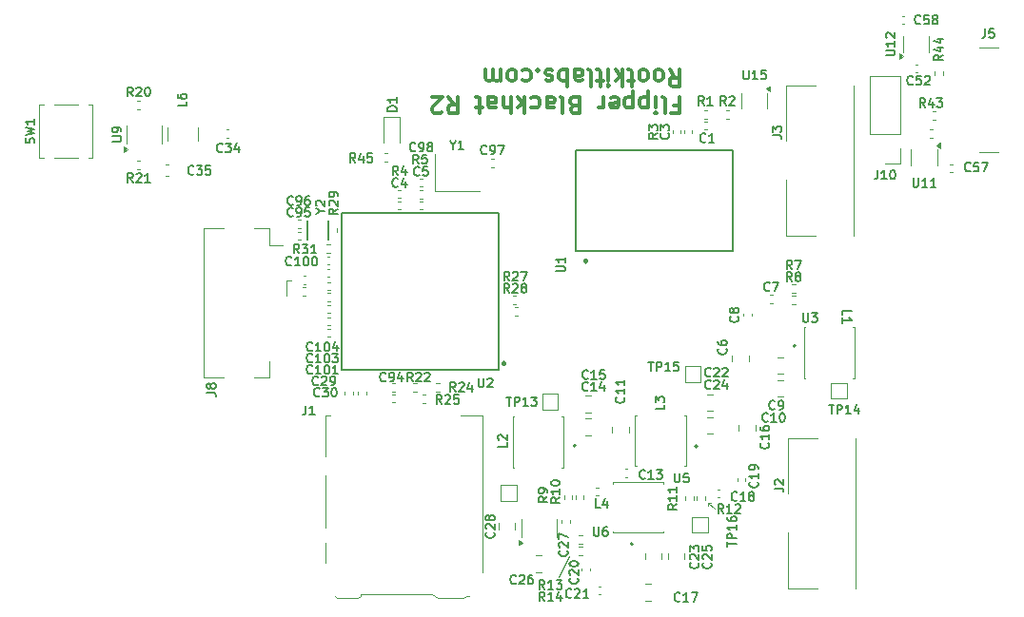
<source format=gbr>
%TF.GenerationSoftware,KiCad,Pcbnew,8.0.6*%
%TF.CreationDate,2024-12-25T08:51:45-08:00*%
%TF.ProjectId,hardware,68617264-7761-4726-952e-6b696361645f,rev?*%
%TF.SameCoordinates,Original*%
%TF.FileFunction,Legend,Top*%
%TF.FilePolarity,Positive*%
%FSLAX46Y46*%
G04 Gerber Fmt 4.6, Leading zero omitted, Abs format (unit mm)*
G04 Created by KiCad (PCBNEW 8.0.6) date 2024-12-25 08:51:45*
%MOMM*%
%LPD*%
G01*
G04 APERTURE LIST*
%ADD10C,0.120000*%
%ADD11C,0.300000*%
%ADD12C,0.150000*%
%ADD13C,0.203200*%
%ADD14C,0.250000*%
G04 APERTURE END LIST*
D10*
X140970000Y-128270000D02*
X140335000Y-127825500D01*
X102870000Y-107950000D02*
X102870000Y-109347000D01*
X140335000Y-127825500D02*
X140335000Y-128079500D01*
X103251000Y-107950000D02*
X102870000Y-107950000D01*
X127055880Y-134391400D02*
X128021080Y-132562600D01*
X140335000Y-127825500D02*
X140589000Y-127762000D01*
D11*
X137295489Y-92399801D02*
X137795489Y-92399801D01*
X137795489Y-91614087D02*
X137795489Y-93114087D01*
X137795489Y-93114087D02*
X137081203Y-93114087D01*
X136295489Y-91614087D02*
X136438346Y-91685516D01*
X136438346Y-91685516D02*
X136509775Y-91828373D01*
X136509775Y-91828373D02*
X136509775Y-93114087D01*
X135724061Y-91614087D02*
X135724061Y-92614087D01*
X135724061Y-93114087D02*
X135795489Y-93042658D01*
X135795489Y-93042658D02*
X135724061Y-92971230D01*
X135724061Y-92971230D02*
X135652632Y-93042658D01*
X135652632Y-93042658D02*
X135724061Y-93114087D01*
X135724061Y-93114087D02*
X135724061Y-92971230D01*
X135009775Y-92614087D02*
X135009775Y-91114087D01*
X135009775Y-92542658D02*
X134866918Y-92614087D01*
X134866918Y-92614087D02*
X134581203Y-92614087D01*
X134581203Y-92614087D02*
X134438346Y-92542658D01*
X134438346Y-92542658D02*
X134366918Y-92471230D01*
X134366918Y-92471230D02*
X134295489Y-92328373D01*
X134295489Y-92328373D02*
X134295489Y-91899801D01*
X134295489Y-91899801D02*
X134366918Y-91756944D01*
X134366918Y-91756944D02*
X134438346Y-91685516D01*
X134438346Y-91685516D02*
X134581203Y-91614087D01*
X134581203Y-91614087D02*
X134866918Y-91614087D01*
X134866918Y-91614087D02*
X135009775Y-91685516D01*
X133652632Y-92614087D02*
X133652632Y-91114087D01*
X133652632Y-92542658D02*
X133509775Y-92614087D01*
X133509775Y-92614087D02*
X133224060Y-92614087D01*
X133224060Y-92614087D02*
X133081203Y-92542658D01*
X133081203Y-92542658D02*
X133009775Y-92471230D01*
X133009775Y-92471230D02*
X132938346Y-92328373D01*
X132938346Y-92328373D02*
X132938346Y-91899801D01*
X132938346Y-91899801D02*
X133009775Y-91756944D01*
X133009775Y-91756944D02*
X133081203Y-91685516D01*
X133081203Y-91685516D02*
X133224060Y-91614087D01*
X133224060Y-91614087D02*
X133509775Y-91614087D01*
X133509775Y-91614087D02*
X133652632Y-91685516D01*
X131724060Y-91685516D02*
X131866917Y-91614087D01*
X131866917Y-91614087D02*
X132152632Y-91614087D01*
X132152632Y-91614087D02*
X132295489Y-91685516D01*
X132295489Y-91685516D02*
X132366917Y-91828373D01*
X132366917Y-91828373D02*
X132366917Y-92399801D01*
X132366917Y-92399801D02*
X132295489Y-92542658D01*
X132295489Y-92542658D02*
X132152632Y-92614087D01*
X132152632Y-92614087D02*
X131866917Y-92614087D01*
X131866917Y-92614087D02*
X131724060Y-92542658D01*
X131724060Y-92542658D02*
X131652632Y-92399801D01*
X131652632Y-92399801D02*
X131652632Y-92256944D01*
X131652632Y-92256944D02*
X132366917Y-92114087D01*
X131009775Y-91614087D02*
X131009775Y-92614087D01*
X131009775Y-92328373D02*
X130938346Y-92471230D01*
X130938346Y-92471230D02*
X130866918Y-92542658D01*
X130866918Y-92542658D02*
X130724060Y-92614087D01*
X130724060Y-92614087D02*
X130581203Y-92614087D01*
X128438347Y-92399801D02*
X128224061Y-92328373D01*
X128224061Y-92328373D02*
X128152632Y-92256944D01*
X128152632Y-92256944D02*
X128081204Y-92114087D01*
X128081204Y-92114087D02*
X128081204Y-91899801D01*
X128081204Y-91899801D02*
X128152632Y-91756944D01*
X128152632Y-91756944D02*
X128224061Y-91685516D01*
X128224061Y-91685516D02*
X128366918Y-91614087D01*
X128366918Y-91614087D02*
X128938347Y-91614087D01*
X128938347Y-91614087D02*
X128938347Y-93114087D01*
X128938347Y-93114087D02*
X128438347Y-93114087D01*
X128438347Y-93114087D02*
X128295490Y-93042658D01*
X128295490Y-93042658D02*
X128224061Y-92971230D01*
X128224061Y-92971230D02*
X128152632Y-92828373D01*
X128152632Y-92828373D02*
X128152632Y-92685516D01*
X128152632Y-92685516D02*
X128224061Y-92542658D01*
X128224061Y-92542658D02*
X128295490Y-92471230D01*
X128295490Y-92471230D02*
X128438347Y-92399801D01*
X128438347Y-92399801D02*
X128938347Y-92399801D01*
X127224061Y-91614087D02*
X127366918Y-91685516D01*
X127366918Y-91685516D02*
X127438347Y-91828373D01*
X127438347Y-91828373D02*
X127438347Y-93114087D01*
X126009776Y-91614087D02*
X126009776Y-92399801D01*
X126009776Y-92399801D02*
X126081204Y-92542658D01*
X126081204Y-92542658D02*
X126224061Y-92614087D01*
X126224061Y-92614087D02*
X126509776Y-92614087D01*
X126509776Y-92614087D02*
X126652633Y-92542658D01*
X126009776Y-91685516D02*
X126152633Y-91614087D01*
X126152633Y-91614087D02*
X126509776Y-91614087D01*
X126509776Y-91614087D02*
X126652633Y-91685516D01*
X126652633Y-91685516D02*
X126724061Y-91828373D01*
X126724061Y-91828373D02*
X126724061Y-91971230D01*
X126724061Y-91971230D02*
X126652633Y-92114087D01*
X126652633Y-92114087D02*
X126509776Y-92185516D01*
X126509776Y-92185516D02*
X126152633Y-92185516D01*
X126152633Y-92185516D02*
X126009776Y-92256944D01*
X124652633Y-91685516D02*
X124795490Y-91614087D01*
X124795490Y-91614087D02*
X125081204Y-91614087D01*
X125081204Y-91614087D02*
X125224061Y-91685516D01*
X125224061Y-91685516D02*
X125295490Y-91756944D01*
X125295490Y-91756944D02*
X125366918Y-91899801D01*
X125366918Y-91899801D02*
X125366918Y-92328373D01*
X125366918Y-92328373D02*
X125295490Y-92471230D01*
X125295490Y-92471230D02*
X125224061Y-92542658D01*
X125224061Y-92542658D02*
X125081204Y-92614087D01*
X125081204Y-92614087D02*
X124795490Y-92614087D01*
X124795490Y-92614087D02*
X124652633Y-92542658D01*
X124009776Y-91614087D02*
X124009776Y-93114087D01*
X123866919Y-92185516D02*
X123438347Y-91614087D01*
X123438347Y-92614087D02*
X124009776Y-92042658D01*
X122795490Y-91614087D02*
X122795490Y-93114087D01*
X122152633Y-91614087D02*
X122152633Y-92399801D01*
X122152633Y-92399801D02*
X122224061Y-92542658D01*
X122224061Y-92542658D02*
X122366918Y-92614087D01*
X122366918Y-92614087D02*
X122581204Y-92614087D01*
X122581204Y-92614087D02*
X122724061Y-92542658D01*
X122724061Y-92542658D02*
X122795490Y-92471230D01*
X120795490Y-91614087D02*
X120795490Y-92399801D01*
X120795490Y-92399801D02*
X120866918Y-92542658D01*
X120866918Y-92542658D02*
X121009775Y-92614087D01*
X121009775Y-92614087D02*
X121295490Y-92614087D01*
X121295490Y-92614087D02*
X121438347Y-92542658D01*
X120795490Y-91685516D02*
X120938347Y-91614087D01*
X120938347Y-91614087D02*
X121295490Y-91614087D01*
X121295490Y-91614087D02*
X121438347Y-91685516D01*
X121438347Y-91685516D02*
X121509775Y-91828373D01*
X121509775Y-91828373D02*
X121509775Y-91971230D01*
X121509775Y-91971230D02*
X121438347Y-92114087D01*
X121438347Y-92114087D02*
X121295490Y-92185516D01*
X121295490Y-92185516D02*
X120938347Y-92185516D01*
X120938347Y-92185516D02*
X120795490Y-92256944D01*
X120295489Y-92614087D02*
X119724061Y-92614087D01*
X120081204Y-93114087D02*
X120081204Y-91828373D01*
X120081204Y-91828373D02*
X120009775Y-91685516D01*
X120009775Y-91685516D02*
X119866918Y-91614087D01*
X119866918Y-91614087D02*
X119724061Y-91614087D01*
X117224061Y-91614087D02*
X117724061Y-92328373D01*
X118081204Y-91614087D02*
X118081204Y-93114087D01*
X118081204Y-93114087D02*
X117509775Y-93114087D01*
X117509775Y-93114087D02*
X117366918Y-93042658D01*
X117366918Y-93042658D02*
X117295489Y-92971230D01*
X117295489Y-92971230D02*
X117224061Y-92828373D01*
X117224061Y-92828373D02*
X117224061Y-92614087D01*
X117224061Y-92614087D02*
X117295489Y-92471230D01*
X117295489Y-92471230D02*
X117366918Y-92399801D01*
X117366918Y-92399801D02*
X117509775Y-92328373D01*
X117509775Y-92328373D02*
X118081204Y-92328373D01*
X116652632Y-92971230D02*
X116581204Y-93042658D01*
X116581204Y-93042658D02*
X116438347Y-93114087D01*
X116438347Y-93114087D02*
X116081204Y-93114087D01*
X116081204Y-93114087D02*
X115938347Y-93042658D01*
X115938347Y-93042658D02*
X115866918Y-92971230D01*
X115866918Y-92971230D02*
X115795489Y-92828373D01*
X115795489Y-92828373D02*
X115795489Y-92685516D01*
X115795489Y-92685516D02*
X115866918Y-92471230D01*
X115866918Y-92471230D02*
X116724061Y-91614087D01*
X116724061Y-91614087D02*
X115795489Y-91614087D01*
X136938346Y-89199171D02*
X137438346Y-89913457D01*
X137795489Y-89199171D02*
X137795489Y-90699171D01*
X137795489Y-90699171D02*
X137224060Y-90699171D01*
X137224060Y-90699171D02*
X137081203Y-90627742D01*
X137081203Y-90627742D02*
X137009774Y-90556314D01*
X137009774Y-90556314D02*
X136938346Y-90413457D01*
X136938346Y-90413457D02*
X136938346Y-90199171D01*
X136938346Y-90199171D02*
X137009774Y-90056314D01*
X137009774Y-90056314D02*
X137081203Y-89984885D01*
X137081203Y-89984885D02*
X137224060Y-89913457D01*
X137224060Y-89913457D02*
X137795489Y-89913457D01*
X136081203Y-89199171D02*
X136224060Y-89270600D01*
X136224060Y-89270600D02*
X136295489Y-89342028D01*
X136295489Y-89342028D02*
X136366917Y-89484885D01*
X136366917Y-89484885D02*
X136366917Y-89913457D01*
X136366917Y-89913457D02*
X136295489Y-90056314D01*
X136295489Y-90056314D02*
X136224060Y-90127742D01*
X136224060Y-90127742D02*
X136081203Y-90199171D01*
X136081203Y-90199171D02*
X135866917Y-90199171D01*
X135866917Y-90199171D02*
X135724060Y-90127742D01*
X135724060Y-90127742D02*
X135652632Y-90056314D01*
X135652632Y-90056314D02*
X135581203Y-89913457D01*
X135581203Y-89913457D02*
X135581203Y-89484885D01*
X135581203Y-89484885D02*
X135652632Y-89342028D01*
X135652632Y-89342028D02*
X135724060Y-89270600D01*
X135724060Y-89270600D02*
X135866917Y-89199171D01*
X135866917Y-89199171D02*
X136081203Y-89199171D01*
X134724060Y-89199171D02*
X134866917Y-89270600D01*
X134866917Y-89270600D02*
X134938346Y-89342028D01*
X134938346Y-89342028D02*
X135009774Y-89484885D01*
X135009774Y-89484885D02*
X135009774Y-89913457D01*
X135009774Y-89913457D02*
X134938346Y-90056314D01*
X134938346Y-90056314D02*
X134866917Y-90127742D01*
X134866917Y-90127742D02*
X134724060Y-90199171D01*
X134724060Y-90199171D02*
X134509774Y-90199171D01*
X134509774Y-90199171D02*
X134366917Y-90127742D01*
X134366917Y-90127742D02*
X134295489Y-90056314D01*
X134295489Y-90056314D02*
X134224060Y-89913457D01*
X134224060Y-89913457D02*
X134224060Y-89484885D01*
X134224060Y-89484885D02*
X134295489Y-89342028D01*
X134295489Y-89342028D02*
X134366917Y-89270600D01*
X134366917Y-89270600D02*
X134509774Y-89199171D01*
X134509774Y-89199171D02*
X134724060Y-89199171D01*
X133795488Y-90199171D02*
X133224060Y-90199171D01*
X133581203Y-90699171D02*
X133581203Y-89413457D01*
X133581203Y-89413457D02*
X133509774Y-89270600D01*
X133509774Y-89270600D02*
X133366917Y-89199171D01*
X133366917Y-89199171D02*
X133224060Y-89199171D01*
X132724060Y-89199171D02*
X132724060Y-90699171D01*
X132581203Y-89770600D02*
X132152631Y-89199171D01*
X132152631Y-90199171D02*
X132724060Y-89627742D01*
X131509774Y-89199171D02*
X131509774Y-90199171D01*
X131509774Y-90699171D02*
X131581202Y-90627742D01*
X131581202Y-90627742D02*
X131509774Y-90556314D01*
X131509774Y-90556314D02*
X131438345Y-90627742D01*
X131438345Y-90627742D02*
X131509774Y-90699171D01*
X131509774Y-90699171D02*
X131509774Y-90556314D01*
X131009773Y-90199171D02*
X130438345Y-90199171D01*
X130795488Y-90699171D02*
X130795488Y-89413457D01*
X130795488Y-89413457D02*
X130724059Y-89270600D01*
X130724059Y-89270600D02*
X130581202Y-89199171D01*
X130581202Y-89199171D02*
X130438345Y-89199171D01*
X129724059Y-89199171D02*
X129866916Y-89270600D01*
X129866916Y-89270600D02*
X129938345Y-89413457D01*
X129938345Y-89413457D02*
X129938345Y-90699171D01*
X128509774Y-89199171D02*
X128509774Y-89984885D01*
X128509774Y-89984885D02*
X128581202Y-90127742D01*
X128581202Y-90127742D02*
X128724059Y-90199171D01*
X128724059Y-90199171D02*
X129009774Y-90199171D01*
X129009774Y-90199171D02*
X129152631Y-90127742D01*
X128509774Y-89270600D02*
X128652631Y-89199171D01*
X128652631Y-89199171D02*
X129009774Y-89199171D01*
X129009774Y-89199171D02*
X129152631Y-89270600D01*
X129152631Y-89270600D02*
X129224059Y-89413457D01*
X129224059Y-89413457D02*
X129224059Y-89556314D01*
X129224059Y-89556314D02*
X129152631Y-89699171D01*
X129152631Y-89699171D02*
X129009774Y-89770600D01*
X129009774Y-89770600D02*
X128652631Y-89770600D01*
X128652631Y-89770600D02*
X128509774Y-89842028D01*
X127795488Y-89199171D02*
X127795488Y-90699171D01*
X127795488Y-90127742D02*
X127652631Y-90199171D01*
X127652631Y-90199171D02*
X127366916Y-90199171D01*
X127366916Y-90199171D02*
X127224059Y-90127742D01*
X127224059Y-90127742D02*
X127152631Y-90056314D01*
X127152631Y-90056314D02*
X127081202Y-89913457D01*
X127081202Y-89913457D02*
X127081202Y-89484885D01*
X127081202Y-89484885D02*
X127152631Y-89342028D01*
X127152631Y-89342028D02*
X127224059Y-89270600D01*
X127224059Y-89270600D02*
X127366916Y-89199171D01*
X127366916Y-89199171D02*
X127652631Y-89199171D01*
X127652631Y-89199171D02*
X127795488Y-89270600D01*
X126509773Y-89270600D02*
X126366916Y-89199171D01*
X126366916Y-89199171D02*
X126081202Y-89199171D01*
X126081202Y-89199171D02*
X125938345Y-89270600D01*
X125938345Y-89270600D02*
X125866916Y-89413457D01*
X125866916Y-89413457D02*
X125866916Y-89484885D01*
X125866916Y-89484885D02*
X125938345Y-89627742D01*
X125938345Y-89627742D02*
X126081202Y-89699171D01*
X126081202Y-89699171D02*
X126295488Y-89699171D01*
X126295488Y-89699171D02*
X126438345Y-89770600D01*
X126438345Y-89770600D02*
X126509773Y-89913457D01*
X126509773Y-89913457D02*
X126509773Y-89984885D01*
X126509773Y-89984885D02*
X126438345Y-90127742D01*
X126438345Y-90127742D02*
X126295488Y-90199171D01*
X126295488Y-90199171D02*
X126081202Y-90199171D01*
X126081202Y-90199171D02*
X125938345Y-90127742D01*
X125224059Y-89342028D02*
X125152630Y-89270600D01*
X125152630Y-89270600D02*
X125224059Y-89199171D01*
X125224059Y-89199171D02*
X125295487Y-89270600D01*
X125295487Y-89270600D02*
X125224059Y-89342028D01*
X125224059Y-89342028D02*
X125224059Y-89199171D01*
X123866916Y-89270600D02*
X124009773Y-89199171D01*
X124009773Y-89199171D02*
X124295487Y-89199171D01*
X124295487Y-89199171D02*
X124438344Y-89270600D01*
X124438344Y-89270600D02*
X124509773Y-89342028D01*
X124509773Y-89342028D02*
X124581201Y-89484885D01*
X124581201Y-89484885D02*
X124581201Y-89913457D01*
X124581201Y-89913457D02*
X124509773Y-90056314D01*
X124509773Y-90056314D02*
X124438344Y-90127742D01*
X124438344Y-90127742D02*
X124295487Y-90199171D01*
X124295487Y-90199171D02*
X124009773Y-90199171D01*
X124009773Y-90199171D02*
X123866916Y-90127742D01*
X123009773Y-89199171D02*
X123152630Y-89270600D01*
X123152630Y-89270600D02*
X123224059Y-89342028D01*
X123224059Y-89342028D02*
X123295487Y-89484885D01*
X123295487Y-89484885D02*
X123295487Y-89913457D01*
X123295487Y-89913457D02*
X123224059Y-90056314D01*
X123224059Y-90056314D02*
X123152630Y-90127742D01*
X123152630Y-90127742D02*
X123009773Y-90199171D01*
X123009773Y-90199171D02*
X122795487Y-90199171D01*
X122795487Y-90199171D02*
X122652630Y-90127742D01*
X122652630Y-90127742D02*
X122581202Y-90056314D01*
X122581202Y-90056314D02*
X122509773Y-89913457D01*
X122509773Y-89913457D02*
X122509773Y-89484885D01*
X122509773Y-89484885D02*
X122581202Y-89342028D01*
X122581202Y-89342028D02*
X122652630Y-89270600D01*
X122652630Y-89270600D02*
X122795487Y-89199171D01*
X122795487Y-89199171D02*
X123009773Y-89199171D01*
X121866916Y-89199171D02*
X121866916Y-90199171D01*
X121866916Y-90056314D02*
X121795487Y-90127742D01*
X121795487Y-90127742D02*
X121652630Y-90199171D01*
X121652630Y-90199171D02*
X121438344Y-90199171D01*
X121438344Y-90199171D02*
X121295487Y-90127742D01*
X121295487Y-90127742D02*
X121224059Y-89984885D01*
X121224059Y-89984885D02*
X121224059Y-89199171D01*
X121224059Y-89984885D02*
X121152630Y-90127742D01*
X121152630Y-90127742D02*
X121009773Y-90199171D01*
X121009773Y-90199171D02*
X120795487Y-90199171D01*
X120795487Y-90199171D02*
X120652630Y-90127742D01*
X120652630Y-90127742D02*
X120581201Y-89984885D01*
X120581201Y-89984885D02*
X120581201Y-89199171D01*
D12*
X130766666Y-128189095D02*
X130385714Y-128189095D01*
X130385714Y-128189095D02*
X130385714Y-127389095D01*
X131376190Y-127655761D02*
X131376190Y-128189095D01*
X131185714Y-127351000D02*
X130995237Y-127922428D01*
X130995237Y-127922428D02*
X131490476Y-127922428D01*
X136462295Y-119033333D02*
X136462295Y-119414285D01*
X136462295Y-119414285D02*
X135662295Y-119414285D01*
X135662295Y-118842857D02*
X135662295Y-118347619D01*
X135662295Y-118347619D02*
X135967057Y-118614285D01*
X135967057Y-118614285D02*
X135967057Y-118500000D01*
X135967057Y-118500000D02*
X136005152Y-118423809D01*
X136005152Y-118423809D02*
X136043247Y-118385714D01*
X136043247Y-118385714D02*
X136119438Y-118347619D01*
X136119438Y-118347619D02*
X136309914Y-118347619D01*
X136309914Y-118347619D02*
X136386104Y-118385714D01*
X136386104Y-118385714D02*
X136424200Y-118423809D01*
X136424200Y-118423809D02*
X136462295Y-118500000D01*
X136462295Y-118500000D02*
X136462295Y-118728571D01*
X136462295Y-118728571D02*
X136424200Y-118804762D01*
X136424200Y-118804762D02*
X136386104Y-118842857D01*
X122462295Y-122393933D02*
X122462295Y-122774885D01*
X122462295Y-122774885D02*
X121662295Y-122774885D01*
X121738485Y-122165362D02*
X121700390Y-122127266D01*
X121700390Y-122127266D02*
X121662295Y-122051076D01*
X121662295Y-122051076D02*
X121662295Y-121860600D01*
X121662295Y-121860600D02*
X121700390Y-121784409D01*
X121700390Y-121784409D02*
X121738485Y-121746314D01*
X121738485Y-121746314D02*
X121814676Y-121708219D01*
X121814676Y-121708219D02*
X121890866Y-121708219D01*
X121890866Y-121708219D02*
X122005152Y-121746314D01*
X122005152Y-121746314D02*
X122462295Y-122203457D01*
X122462295Y-122203457D02*
X122462295Y-121708219D01*
X152337704Y-111066666D02*
X152337704Y-110685714D01*
X152337704Y-110685714D02*
X153137704Y-110685714D01*
X152337704Y-111752380D02*
X152337704Y-111295237D01*
X152337704Y-111523809D02*
X153137704Y-111523809D01*
X153137704Y-111523809D02*
X153023419Y-111447618D01*
X153023419Y-111447618D02*
X152947228Y-111371428D01*
X152947228Y-111371428D02*
X152909133Y-111295237D01*
X148805976Y-110877795D02*
X148805976Y-111525414D01*
X148805976Y-111525414D02*
X148844071Y-111601604D01*
X148844071Y-111601604D02*
X148882166Y-111639700D01*
X148882166Y-111639700D02*
X148958357Y-111677795D01*
X148958357Y-111677795D02*
X149110738Y-111677795D01*
X149110738Y-111677795D02*
X149186928Y-111639700D01*
X149186928Y-111639700D02*
X149225023Y-111601604D01*
X149225023Y-111601604D02*
X149263119Y-111525414D01*
X149263119Y-111525414D02*
X149263119Y-110877795D01*
X149567880Y-110877795D02*
X150063118Y-110877795D01*
X150063118Y-110877795D02*
X149796452Y-111182557D01*
X149796452Y-111182557D02*
X149910737Y-111182557D01*
X149910737Y-111182557D02*
X149986928Y-111220652D01*
X149986928Y-111220652D02*
X150025023Y-111258747D01*
X150025023Y-111258747D02*
X150063118Y-111334938D01*
X150063118Y-111334938D02*
X150063118Y-111525414D01*
X150063118Y-111525414D02*
X150025023Y-111601604D01*
X150025023Y-111601604D02*
X149986928Y-111639700D01*
X149986928Y-111639700D02*
X149910737Y-111677795D01*
X149910737Y-111677795D02*
X149682166Y-111677795D01*
X149682166Y-111677795D02*
X149605975Y-111639700D01*
X149605975Y-111639700D02*
X149567880Y-111601604D01*
X130200476Y-129927795D02*
X130200476Y-130575414D01*
X130200476Y-130575414D02*
X130238571Y-130651604D01*
X130238571Y-130651604D02*
X130276666Y-130689700D01*
X130276666Y-130689700D02*
X130352857Y-130727795D01*
X130352857Y-130727795D02*
X130505238Y-130727795D01*
X130505238Y-130727795D02*
X130581428Y-130689700D01*
X130581428Y-130689700D02*
X130619523Y-130651604D01*
X130619523Y-130651604D02*
X130657619Y-130575414D01*
X130657619Y-130575414D02*
X130657619Y-129927795D01*
X131381428Y-129927795D02*
X131229047Y-129927795D01*
X131229047Y-129927795D02*
X131152856Y-129965890D01*
X131152856Y-129965890D02*
X131114761Y-130003985D01*
X131114761Y-130003985D02*
X131038571Y-130118271D01*
X131038571Y-130118271D02*
X131000475Y-130270652D01*
X131000475Y-130270652D02*
X131000475Y-130575414D01*
X131000475Y-130575414D02*
X131038571Y-130651604D01*
X131038571Y-130651604D02*
X131076666Y-130689700D01*
X131076666Y-130689700D02*
X131152856Y-130727795D01*
X131152856Y-130727795D02*
X131305237Y-130727795D01*
X131305237Y-130727795D02*
X131381428Y-130689700D01*
X131381428Y-130689700D02*
X131419523Y-130651604D01*
X131419523Y-130651604D02*
X131457618Y-130575414D01*
X131457618Y-130575414D02*
X131457618Y-130384938D01*
X131457618Y-130384938D02*
X131419523Y-130308747D01*
X131419523Y-130308747D02*
X131381428Y-130270652D01*
X131381428Y-130270652D02*
X131305237Y-130232557D01*
X131305237Y-130232557D02*
X131152856Y-130232557D01*
X131152856Y-130232557D02*
X131076666Y-130270652D01*
X131076666Y-130270652D02*
X131038571Y-130308747D01*
X131038571Y-130308747D02*
X131000475Y-130384938D01*
X137375976Y-125165295D02*
X137375976Y-125812914D01*
X137375976Y-125812914D02*
X137414071Y-125889104D01*
X137414071Y-125889104D02*
X137452166Y-125927200D01*
X137452166Y-125927200D02*
X137528357Y-125965295D01*
X137528357Y-125965295D02*
X137680738Y-125965295D01*
X137680738Y-125965295D02*
X137756928Y-125927200D01*
X137756928Y-125927200D02*
X137795023Y-125889104D01*
X137795023Y-125889104D02*
X137833119Y-125812914D01*
X137833119Y-125812914D02*
X137833119Y-125165295D01*
X138595023Y-125165295D02*
X138214071Y-125165295D01*
X138214071Y-125165295D02*
X138175975Y-125546247D01*
X138175975Y-125546247D02*
X138214071Y-125508152D01*
X138214071Y-125508152D02*
X138290261Y-125470057D01*
X138290261Y-125470057D02*
X138480737Y-125470057D01*
X138480737Y-125470057D02*
X138556928Y-125508152D01*
X138556928Y-125508152D02*
X138595023Y-125546247D01*
X138595023Y-125546247D02*
X138633118Y-125622438D01*
X138633118Y-125622438D02*
X138633118Y-125812914D01*
X138633118Y-125812914D02*
X138595023Y-125889104D01*
X138595023Y-125889104D02*
X138556928Y-125927200D01*
X138556928Y-125927200D02*
X138480737Y-125965295D01*
X138480737Y-125965295D02*
X138290261Y-125965295D01*
X138290261Y-125965295D02*
X138214071Y-125927200D01*
X138214071Y-125927200D02*
X138175975Y-125889104D01*
X119948992Y-116678295D02*
X119948992Y-117325914D01*
X119948992Y-117325914D02*
X119987087Y-117402104D01*
X119987087Y-117402104D02*
X120025182Y-117440200D01*
X120025182Y-117440200D02*
X120101373Y-117478295D01*
X120101373Y-117478295D02*
X120253754Y-117478295D01*
X120253754Y-117478295D02*
X120329944Y-117440200D01*
X120329944Y-117440200D02*
X120368039Y-117402104D01*
X120368039Y-117402104D02*
X120406135Y-117325914D01*
X120406135Y-117325914D02*
X120406135Y-116678295D01*
X120748991Y-116754485D02*
X120787087Y-116716390D01*
X120787087Y-116716390D02*
X120863277Y-116678295D01*
X120863277Y-116678295D02*
X121053753Y-116678295D01*
X121053753Y-116678295D02*
X121129944Y-116716390D01*
X121129944Y-116716390D02*
X121168039Y-116754485D01*
X121168039Y-116754485D02*
X121206134Y-116830676D01*
X121206134Y-116830676D02*
X121206134Y-116906866D01*
X121206134Y-116906866D02*
X121168039Y-117021152D01*
X121168039Y-117021152D02*
X120710896Y-117478295D01*
X120710896Y-117478295D02*
X121206134Y-117478295D01*
X140011167Y-92372195D02*
X139744500Y-91991242D01*
X139554024Y-92372195D02*
X139554024Y-91572195D01*
X139554024Y-91572195D02*
X139858786Y-91572195D01*
X139858786Y-91572195D02*
X139934976Y-91610290D01*
X139934976Y-91610290D02*
X139973071Y-91648385D01*
X139973071Y-91648385D02*
X140011167Y-91724576D01*
X140011167Y-91724576D02*
X140011167Y-91838861D01*
X140011167Y-91838861D02*
X139973071Y-91915052D01*
X139973071Y-91915052D02*
X139934976Y-91953147D01*
X139934976Y-91953147D02*
X139858786Y-91991242D01*
X139858786Y-91991242D02*
X139554024Y-91991242D01*
X140773071Y-92372195D02*
X140315928Y-92372195D01*
X140544500Y-92372195D02*
X140544500Y-91572195D01*
X140544500Y-91572195D02*
X140468309Y-91686480D01*
X140468309Y-91686480D02*
X140392119Y-91762671D01*
X140392119Y-91762671D02*
X140315928Y-91800766D01*
X141955767Y-92368295D02*
X141689100Y-91987342D01*
X141498624Y-92368295D02*
X141498624Y-91568295D01*
X141498624Y-91568295D02*
X141803386Y-91568295D01*
X141803386Y-91568295D02*
X141879576Y-91606390D01*
X141879576Y-91606390D02*
X141917671Y-91644485D01*
X141917671Y-91644485D02*
X141955767Y-91720676D01*
X141955767Y-91720676D02*
X141955767Y-91834961D01*
X141955767Y-91834961D02*
X141917671Y-91911152D01*
X141917671Y-91911152D02*
X141879576Y-91949247D01*
X141879576Y-91949247D02*
X141803386Y-91987342D01*
X141803386Y-91987342D02*
X141498624Y-91987342D01*
X142260528Y-91644485D02*
X142298624Y-91606390D01*
X142298624Y-91606390D02*
X142374814Y-91568295D01*
X142374814Y-91568295D02*
X142565290Y-91568295D01*
X142565290Y-91568295D02*
X142641481Y-91606390D01*
X142641481Y-91606390D02*
X142679576Y-91644485D01*
X142679576Y-91644485D02*
X142717671Y-91720676D01*
X142717671Y-91720676D02*
X142717671Y-91796866D01*
X142717671Y-91796866D02*
X142679576Y-91911152D01*
X142679576Y-91911152D02*
X142222433Y-92368295D01*
X142222433Y-92368295D02*
X142717671Y-92368295D01*
X112769667Y-99600104D02*
X112731571Y-99638200D01*
X112731571Y-99638200D02*
X112617286Y-99676295D01*
X112617286Y-99676295D02*
X112541095Y-99676295D01*
X112541095Y-99676295D02*
X112426809Y-99638200D01*
X112426809Y-99638200D02*
X112350619Y-99562009D01*
X112350619Y-99562009D02*
X112312524Y-99485819D01*
X112312524Y-99485819D02*
X112274428Y-99333438D01*
X112274428Y-99333438D02*
X112274428Y-99219152D01*
X112274428Y-99219152D02*
X112312524Y-99066771D01*
X112312524Y-99066771D02*
X112350619Y-98990580D01*
X112350619Y-98990580D02*
X112426809Y-98914390D01*
X112426809Y-98914390D02*
X112541095Y-98876295D01*
X112541095Y-98876295D02*
X112617286Y-98876295D01*
X112617286Y-98876295D02*
X112731571Y-98914390D01*
X112731571Y-98914390D02*
X112769667Y-98952485D01*
X113455381Y-99142961D02*
X113455381Y-99676295D01*
X113264905Y-98838200D02*
X113074428Y-99409628D01*
X113074428Y-99409628D02*
X113569667Y-99409628D01*
X114674667Y-98584104D02*
X114636571Y-98622200D01*
X114636571Y-98622200D02*
X114522286Y-98660295D01*
X114522286Y-98660295D02*
X114446095Y-98660295D01*
X114446095Y-98660295D02*
X114331809Y-98622200D01*
X114331809Y-98622200D02*
X114255619Y-98546009D01*
X114255619Y-98546009D02*
X114217524Y-98469819D01*
X114217524Y-98469819D02*
X114179428Y-98317438D01*
X114179428Y-98317438D02*
X114179428Y-98203152D01*
X114179428Y-98203152D02*
X114217524Y-98050771D01*
X114217524Y-98050771D02*
X114255619Y-97974580D01*
X114255619Y-97974580D02*
X114331809Y-97898390D01*
X114331809Y-97898390D02*
X114446095Y-97860295D01*
X114446095Y-97860295D02*
X114522286Y-97860295D01*
X114522286Y-97860295D02*
X114636571Y-97898390D01*
X114636571Y-97898390D02*
X114674667Y-97936485D01*
X115398476Y-97860295D02*
X115017524Y-97860295D01*
X115017524Y-97860295D02*
X114979428Y-98241247D01*
X114979428Y-98241247D02*
X115017524Y-98203152D01*
X115017524Y-98203152D02*
X115093714Y-98165057D01*
X115093714Y-98165057D02*
X115284190Y-98165057D01*
X115284190Y-98165057D02*
X115360381Y-98203152D01*
X115360381Y-98203152D02*
X115398476Y-98241247D01*
X115398476Y-98241247D02*
X115436571Y-98317438D01*
X115436571Y-98317438D02*
X115436571Y-98507914D01*
X115436571Y-98507914D02*
X115398476Y-98584104D01*
X115398476Y-98584104D02*
X115360381Y-98622200D01*
X115360381Y-98622200D02*
X115284190Y-98660295D01*
X115284190Y-98660295D02*
X115093714Y-98660295D01*
X115093714Y-98660295D02*
X115017524Y-98622200D01*
X115017524Y-98622200D02*
X114979428Y-98584104D01*
X112769667Y-98596795D02*
X112503000Y-98215842D01*
X112312524Y-98596795D02*
X112312524Y-97796795D01*
X112312524Y-97796795D02*
X112617286Y-97796795D01*
X112617286Y-97796795D02*
X112693476Y-97834890D01*
X112693476Y-97834890D02*
X112731571Y-97872985D01*
X112731571Y-97872985D02*
X112769667Y-97949176D01*
X112769667Y-97949176D02*
X112769667Y-98063461D01*
X112769667Y-98063461D02*
X112731571Y-98139652D01*
X112731571Y-98139652D02*
X112693476Y-98177747D01*
X112693476Y-98177747D02*
X112617286Y-98215842D01*
X112617286Y-98215842D02*
X112312524Y-98215842D01*
X113455381Y-98063461D02*
X113455381Y-98596795D01*
X113264905Y-97758700D02*
X113074428Y-98330128D01*
X113074428Y-98330128D02*
X113569667Y-98330128D01*
X114611167Y-97580795D02*
X114344500Y-97199842D01*
X114154024Y-97580795D02*
X114154024Y-96780795D01*
X114154024Y-96780795D02*
X114458786Y-96780795D01*
X114458786Y-96780795D02*
X114534976Y-96818890D01*
X114534976Y-96818890D02*
X114573071Y-96856985D01*
X114573071Y-96856985D02*
X114611167Y-96933176D01*
X114611167Y-96933176D02*
X114611167Y-97047461D01*
X114611167Y-97047461D02*
X114573071Y-97123652D01*
X114573071Y-97123652D02*
X114534976Y-97161747D01*
X114534976Y-97161747D02*
X114458786Y-97199842D01*
X114458786Y-97199842D02*
X114154024Y-97199842D01*
X115334976Y-96780795D02*
X114954024Y-96780795D01*
X114954024Y-96780795D02*
X114915928Y-97161747D01*
X114915928Y-97161747D02*
X114954024Y-97123652D01*
X114954024Y-97123652D02*
X115030214Y-97085557D01*
X115030214Y-97085557D02*
X115220690Y-97085557D01*
X115220690Y-97085557D02*
X115296881Y-97123652D01*
X115296881Y-97123652D02*
X115334976Y-97161747D01*
X115334976Y-97161747D02*
X115373071Y-97237938D01*
X115373071Y-97237938D02*
X115373071Y-97428414D01*
X115373071Y-97428414D02*
X115334976Y-97504604D01*
X115334976Y-97504604D02*
X115296881Y-97542700D01*
X115296881Y-97542700D02*
X115220690Y-97580795D01*
X115220690Y-97580795D02*
X115030214Y-97580795D01*
X115030214Y-97580795D02*
X114954024Y-97542700D01*
X114954024Y-97542700D02*
X114915928Y-97504604D01*
X132874104Y-118370285D02*
X132912200Y-118408381D01*
X132912200Y-118408381D02*
X132950295Y-118522666D01*
X132950295Y-118522666D02*
X132950295Y-118598857D01*
X132950295Y-118598857D02*
X132912200Y-118713143D01*
X132912200Y-118713143D02*
X132836009Y-118789333D01*
X132836009Y-118789333D02*
X132759819Y-118827428D01*
X132759819Y-118827428D02*
X132607438Y-118865524D01*
X132607438Y-118865524D02*
X132493152Y-118865524D01*
X132493152Y-118865524D02*
X132340771Y-118827428D01*
X132340771Y-118827428D02*
X132264580Y-118789333D01*
X132264580Y-118789333D02*
X132188390Y-118713143D01*
X132188390Y-118713143D02*
X132150295Y-118598857D01*
X132150295Y-118598857D02*
X132150295Y-118522666D01*
X132150295Y-118522666D02*
X132188390Y-118408381D01*
X132188390Y-118408381D02*
X132226485Y-118370285D01*
X132950295Y-117608381D02*
X132950295Y-118065524D01*
X132950295Y-117836952D02*
X132150295Y-117836952D01*
X132150295Y-117836952D02*
X132264580Y-117913143D01*
X132264580Y-117913143D02*
X132340771Y-117989333D01*
X132340771Y-117989333D02*
X132378866Y-118065524D01*
X132950295Y-116846476D02*
X132950295Y-117303619D01*
X132950295Y-117075047D02*
X132150295Y-117075047D01*
X132150295Y-117075047D02*
X132264580Y-117151238D01*
X132264580Y-117151238D02*
X132340771Y-117227428D01*
X132340771Y-117227428D02*
X132378866Y-117303619D01*
X134740714Y-125571604D02*
X134702618Y-125609700D01*
X134702618Y-125609700D02*
X134588333Y-125647795D01*
X134588333Y-125647795D02*
X134512142Y-125647795D01*
X134512142Y-125647795D02*
X134397856Y-125609700D01*
X134397856Y-125609700D02*
X134321666Y-125533509D01*
X134321666Y-125533509D02*
X134283571Y-125457319D01*
X134283571Y-125457319D02*
X134245475Y-125304938D01*
X134245475Y-125304938D02*
X134245475Y-125190652D01*
X134245475Y-125190652D02*
X134283571Y-125038271D01*
X134283571Y-125038271D02*
X134321666Y-124962080D01*
X134321666Y-124962080D02*
X134397856Y-124885890D01*
X134397856Y-124885890D02*
X134512142Y-124847795D01*
X134512142Y-124847795D02*
X134588333Y-124847795D01*
X134588333Y-124847795D02*
X134702618Y-124885890D01*
X134702618Y-124885890D02*
X134740714Y-124923985D01*
X135502618Y-125647795D02*
X135045475Y-125647795D01*
X135274047Y-125647795D02*
X135274047Y-124847795D01*
X135274047Y-124847795D02*
X135197856Y-124962080D01*
X135197856Y-124962080D02*
X135121666Y-125038271D01*
X135121666Y-125038271D02*
X135045475Y-125076366D01*
X135769285Y-124847795D02*
X136264523Y-124847795D01*
X136264523Y-124847795D02*
X135997857Y-125152557D01*
X135997857Y-125152557D02*
X136112142Y-125152557D01*
X136112142Y-125152557D02*
X136188333Y-125190652D01*
X136188333Y-125190652D02*
X136226428Y-125228747D01*
X136226428Y-125228747D02*
X136264523Y-125304938D01*
X136264523Y-125304938D02*
X136264523Y-125495414D01*
X136264523Y-125495414D02*
X136226428Y-125571604D01*
X136226428Y-125571604D02*
X136188333Y-125609700D01*
X136188333Y-125609700D02*
X136112142Y-125647795D01*
X136112142Y-125647795D02*
X135883571Y-125647795D01*
X135883571Y-125647795D02*
X135807380Y-125609700D01*
X135807380Y-125609700D02*
X135769285Y-125571604D01*
X129660714Y-117761104D02*
X129622618Y-117799200D01*
X129622618Y-117799200D02*
X129508333Y-117837295D01*
X129508333Y-117837295D02*
X129432142Y-117837295D01*
X129432142Y-117837295D02*
X129317856Y-117799200D01*
X129317856Y-117799200D02*
X129241666Y-117723009D01*
X129241666Y-117723009D02*
X129203571Y-117646819D01*
X129203571Y-117646819D02*
X129165475Y-117494438D01*
X129165475Y-117494438D02*
X129165475Y-117380152D01*
X129165475Y-117380152D02*
X129203571Y-117227771D01*
X129203571Y-117227771D02*
X129241666Y-117151580D01*
X129241666Y-117151580D02*
X129317856Y-117075390D01*
X129317856Y-117075390D02*
X129432142Y-117037295D01*
X129432142Y-117037295D02*
X129508333Y-117037295D01*
X129508333Y-117037295D02*
X129622618Y-117075390D01*
X129622618Y-117075390D02*
X129660714Y-117113485D01*
X130422618Y-117837295D02*
X129965475Y-117837295D01*
X130194047Y-117837295D02*
X130194047Y-117037295D01*
X130194047Y-117037295D02*
X130117856Y-117151580D01*
X130117856Y-117151580D02*
X130041666Y-117227771D01*
X130041666Y-117227771D02*
X129965475Y-117265866D01*
X131108333Y-117303961D02*
X131108333Y-117837295D01*
X130917857Y-116999200D02*
X130727380Y-117570628D01*
X130727380Y-117570628D02*
X131222619Y-117570628D01*
X129660714Y-116681604D02*
X129622618Y-116719700D01*
X129622618Y-116719700D02*
X129508333Y-116757795D01*
X129508333Y-116757795D02*
X129432142Y-116757795D01*
X129432142Y-116757795D02*
X129317856Y-116719700D01*
X129317856Y-116719700D02*
X129241666Y-116643509D01*
X129241666Y-116643509D02*
X129203571Y-116567319D01*
X129203571Y-116567319D02*
X129165475Y-116414938D01*
X129165475Y-116414938D02*
X129165475Y-116300652D01*
X129165475Y-116300652D02*
X129203571Y-116148271D01*
X129203571Y-116148271D02*
X129241666Y-116072080D01*
X129241666Y-116072080D02*
X129317856Y-115995890D01*
X129317856Y-115995890D02*
X129432142Y-115957795D01*
X129432142Y-115957795D02*
X129508333Y-115957795D01*
X129508333Y-115957795D02*
X129622618Y-115995890D01*
X129622618Y-115995890D02*
X129660714Y-116033985D01*
X130422618Y-116757795D02*
X129965475Y-116757795D01*
X130194047Y-116757795D02*
X130194047Y-115957795D01*
X130194047Y-115957795D02*
X130117856Y-116072080D01*
X130117856Y-116072080D02*
X130041666Y-116148271D01*
X130041666Y-116148271D02*
X129965475Y-116186366D01*
X131146428Y-115957795D02*
X130765476Y-115957795D01*
X130765476Y-115957795D02*
X130727380Y-116338747D01*
X130727380Y-116338747D02*
X130765476Y-116300652D01*
X130765476Y-116300652D02*
X130841666Y-116262557D01*
X130841666Y-116262557D02*
X131032142Y-116262557D01*
X131032142Y-116262557D02*
X131108333Y-116300652D01*
X131108333Y-116300652D02*
X131146428Y-116338747D01*
X131146428Y-116338747D02*
X131184523Y-116414938D01*
X131184523Y-116414938D02*
X131184523Y-116605414D01*
X131184523Y-116605414D02*
X131146428Y-116681604D01*
X131146428Y-116681604D02*
X131108333Y-116719700D01*
X131108333Y-116719700D02*
X131032142Y-116757795D01*
X131032142Y-116757795D02*
X130841666Y-116757795D01*
X130841666Y-116757795D02*
X130765476Y-116719700D01*
X130765476Y-116719700D02*
X130727380Y-116681604D01*
X145701104Y-122434285D02*
X145739200Y-122472381D01*
X145739200Y-122472381D02*
X145777295Y-122586666D01*
X145777295Y-122586666D02*
X145777295Y-122662857D01*
X145777295Y-122662857D02*
X145739200Y-122777143D01*
X145739200Y-122777143D02*
X145663009Y-122853333D01*
X145663009Y-122853333D02*
X145586819Y-122891428D01*
X145586819Y-122891428D02*
X145434438Y-122929524D01*
X145434438Y-122929524D02*
X145320152Y-122929524D01*
X145320152Y-122929524D02*
X145167771Y-122891428D01*
X145167771Y-122891428D02*
X145091580Y-122853333D01*
X145091580Y-122853333D02*
X145015390Y-122777143D01*
X145015390Y-122777143D02*
X144977295Y-122662857D01*
X144977295Y-122662857D02*
X144977295Y-122586666D01*
X144977295Y-122586666D02*
X145015390Y-122472381D01*
X145015390Y-122472381D02*
X145053485Y-122434285D01*
X145777295Y-121672381D02*
X145777295Y-122129524D01*
X145777295Y-121900952D02*
X144977295Y-121900952D01*
X144977295Y-121900952D02*
X145091580Y-121977143D01*
X145091580Y-121977143D02*
X145167771Y-122053333D01*
X145167771Y-122053333D02*
X145205866Y-122129524D01*
X144977295Y-120986666D02*
X144977295Y-121139047D01*
X144977295Y-121139047D02*
X145015390Y-121215238D01*
X145015390Y-121215238D02*
X145053485Y-121253333D01*
X145053485Y-121253333D02*
X145167771Y-121329523D01*
X145167771Y-121329523D02*
X145320152Y-121367619D01*
X145320152Y-121367619D02*
X145624914Y-121367619D01*
X145624914Y-121367619D02*
X145701104Y-121329523D01*
X145701104Y-121329523D02*
X145739200Y-121291428D01*
X145739200Y-121291428D02*
X145777295Y-121215238D01*
X145777295Y-121215238D02*
X145777295Y-121062857D01*
X145777295Y-121062857D02*
X145739200Y-120986666D01*
X145739200Y-120986666D02*
X145701104Y-120948571D01*
X145701104Y-120948571D02*
X145624914Y-120910476D01*
X145624914Y-120910476D02*
X145434438Y-120910476D01*
X145434438Y-120910476D02*
X145358247Y-120948571D01*
X145358247Y-120948571D02*
X145320152Y-120986666D01*
X145320152Y-120986666D02*
X145282057Y-121062857D01*
X145282057Y-121062857D02*
X145282057Y-121215238D01*
X145282057Y-121215238D02*
X145320152Y-121291428D01*
X145320152Y-121291428D02*
X145358247Y-121329523D01*
X145358247Y-121329523D02*
X145434438Y-121367619D01*
X137852214Y-136493604D02*
X137814118Y-136531700D01*
X137814118Y-136531700D02*
X137699833Y-136569795D01*
X137699833Y-136569795D02*
X137623642Y-136569795D01*
X137623642Y-136569795D02*
X137509356Y-136531700D01*
X137509356Y-136531700D02*
X137433166Y-136455509D01*
X137433166Y-136455509D02*
X137395071Y-136379319D01*
X137395071Y-136379319D02*
X137356975Y-136226938D01*
X137356975Y-136226938D02*
X137356975Y-136112652D01*
X137356975Y-136112652D02*
X137395071Y-135960271D01*
X137395071Y-135960271D02*
X137433166Y-135884080D01*
X137433166Y-135884080D02*
X137509356Y-135807890D01*
X137509356Y-135807890D02*
X137623642Y-135769795D01*
X137623642Y-135769795D02*
X137699833Y-135769795D01*
X137699833Y-135769795D02*
X137814118Y-135807890D01*
X137814118Y-135807890D02*
X137852214Y-135845985D01*
X138614118Y-136569795D02*
X138156975Y-136569795D01*
X138385547Y-136569795D02*
X138385547Y-135769795D01*
X138385547Y-135769795D02*
X138309356Y-135884080D01*
X138309356Y-135884080D02*
X138233166Y-135960271D01*
X138233166Y-135960271D02*
X138156975Y-135998366D01*
X138880785Y-135769795D02*
X139414119Y-135769795D01*
X139414119Y-135769795D02*
X139071261Y-136569795D01*
X142932214Y-127540104D02*
X142894118Y-127578200D01*
X142894118Y-127578200D02*
X142779833Y-127616295D01*
X142779833Y-127616295D02*
X142703642Y-127616295D01*
X142703642Y-127616295D02*
X142589356Y-127578200D01*
X142589356Y-127578200D02*
X142513166Y-127502009D01*
X142513166Y-127502009D02*
X142475071Y-127425819D01*
X142475071Y-127425819D02*
X142436975Y-127273438D01*
X142436975Y-127273438D02*
X142436975Y-127159152D01*
X142436975Y-127159152D02*
X142475071Y-127006771D01*
X142475071Y-127006771D02*
X142513166Y-126930580D01*
X142513166Y-126930580D02*
X142589356Y-126854390D01*
X142589356Y-126854390D02*
X142703642Y-126816295D01*
X142703642Y-126816295D02*
X142779833Y-126816295D01*
X142779833Y-126816295D02*
X142894118Y-126854390D01*
X142894118Y-126854390D02*
X142932214Y-126892485D01*
X143694118Y-127616295D02*
X143236975Y-127616295D01*
X143465547Y-127616295D02*
X143465547Y-126816295D01*
X143465547Y-126816295D02*
X143389356Y-126930580D01*
X143389356Y-126930580D02*
X143313166Y-127006771D01*
X143313166Y-127006771D02*
X143236975Y-127044866D01*
X144151261Y-127159152D02*
X144075071Y-127121057D01*
X144075071Y-127121057D02*
X144036976Y-127082961D01*
X144036976Y-127082961D02*
X143998880Y-127006771D01*
X143998880Y-127006771D02*
X143998880Y-126968676D01*
X143998880Y-126968676D02*
X144036976Y-126892485D01*
X144036976Y-126892485D02*
X144075071Y-126854390D01*
X144075071Y-126854390D02*
X144151261Y-126816295D01*
X144151261Y-126816295D02*
X144303642Y-126816295D01*
X144303642Y-126816295D02*
X144379833Y-126854390D01*
X144379833Y-126854390D02*
X144417928Y-126892485D01*
X144417928Y-126892485D02*
X144456023Y-126968676D01*
X144456023Y-126968676D02*
X144456023Y-127006771D01*
X144456023Y-127006771D02*
X144417928Y-127082961D01*
X144417928Y-127082961D02*
X144379833Y-127121057D01*
X144379833Y-127121057D02*
X144303642Y-127159152D01*
X144303642Y-127159152D02*
X144151261Y-127159152D01*
X144151261Y-127159152D02*
X144075071Y-127197247D01*
X144075071Y-127197247D02*
X144036976Y-127235342D01*
X144036976Y-127235342D02*
X143998880Y-127311533D01*
X143998880Y-127311533D02*
X143998880Y-127463914D01*
X143998880Y-127463914D02*
X144036976Y-127540104D01*
X144036976Y-127540104D02*
X144075071Y-127578200D01*
X144075071Y-127578200D02*
X144151261Y-127616295D01*
X144151261Y-127616295D02*
X144303642Y-127616295D01*
X144303642Y-127616295D02*
X144379833Y-127578200D01*
X144379833Y-127578200D02*
X144417928Y-127540104D01*
X144417928Y-127540104D02*
X144456023Y-127463914D01*
X144456023Y-127463914D02*
X144456023Y-127311533D01*
X144456023Y-127311533D02*
X144417928Y-127235342D01*
X144417928Y-127235342D02*
X144379833Y-127197247D01*
X144379833Y-127197247D02*
X144303642Y-127159152D01*
X144748604Y-125926785D02*
X144786700Y-125964881D01*
X144786700Y-125964881D02*
X144824795Y-126079166D01*
X144824795Y-126079166D02*
X144824795Y-126155357D01*
X144824795Y-126155357D02*
X144786700Y-126269643D01*
X144786700Y-126269643D02*
X144710509Y-126345833D01*
X144710509Y-126345833D02*
X144634319Y-126383928D01*
X144634319Y-126383928D02*
X144481938Y-126422024D01*
X144481938Y-126422024D02*
X144367652Y-126422024D01*
X144367652Y-126422024D02*
X144215271Y-126383928D01*
X144215271Y-126383928D02*
X144139080Y-126345833D01*
X144139080Y-126345833D02*
X144062890Y-126269643D01*
X144062890Y-126269643D02*
X144024795Y-126155357D01*
X144024795Y-126155357D02*
X144024795Y-126079166D01*
X144024795Y-126079166D02*
X144062890Y-125964881D01*
X144062890Y-125964881D02*
X144100985Y-125926785D01*
X144824795Y-125164881D02*
X144824795Y-125622024D01*
X144824795Y-125393452D02*
X144024795Y-125393452D01*
X144024795Y-125393452D02*
X144139080Y-125469643D01*
X144139080Y-125469643D02*
X144215271Y-125545833D01*
X144215271Y-125545833D02*
X144253366Y-125622024D01*
X144824795Y-124783928D02*
X144824795Y-124631547D01*
X144824795Y-124631547D02*
X144786700Y-124555357D01*
X144786700Y-124555357D02*
X144748604Y-124517261D01*
X144748604Y-124517261D02*
X144634319Y-124441071D01*
X144634319Y-124441071D02*
X144481938Y-124402976D01*
X144481938Y-124402976D02*
X144177176Y-124402976D01*
X144177176Y-124402976D02*
X144100985Y-124441071D01*
X144100985Y-124441071D02*
X144062890Y-124479166D01*
X144062890Y-124479166D02*
X144024795Y-124555357D01*
X144024795Y-124555357D02*
X144024795Y-124707738D01*
X144024795Y-124707738D02*
X144062890Y-124783928D01*
X144062890Y-124783928D02*
X144100985Y-124822023D01*
X144100985Y-124822023D02*
X144177176Y-124860119D01*
X144177176Y-124860119D02*
X144367652Y-124860119D01*
X144367652Y-124860119D02*
X144443842Y-124822023D01*
X144443842Y-124822023D02*
X144481938Y-124783928D01*
X144481938Y-124783928D02*
X144520033Y-124707738D01*
X144520033Y-124707738D02*
X144520033Y-124555357D01*
X144520033Y-124555357D02*
X144481938Y-124479166D01*
X144481938Y-124479166D02*
X144443842Y-124441071D01*
X144443842Y-124441071D02*
X144367652Y-124402976D01*
X128744064Y-134504365D02*
X128782160Y-134542461D01*
X128782160Y-134542461D02*
X128820255Y-134656746D01*
X128820255Y-134656746D02*
X128820255Y-134732937D01*
X128820255Y-134732937D02*
X128782160Y-134847223D01*
X128782160Y-134847223D02*
X128705969Y-134923413D01*
X128705969Y-134923413D02*
X128629779Y-134961508D01*
X128629779Y-134961508D02*
X128477398Y-134999604D01*
X128477398Y-134999604D02*
X128363112Y-134999604D01*
X128363112Y-134999604D02*
X128210731Y-134961508D01*
X128210731Y-134961508D02*
X128134540Y-134923413D01*
X128134540Y-134923413D02*
X128058350Y-134847223D01*
X128058350Y-134847223D02*
X128020255Y-134732937D01*
X128020255Y-134732937D02*
X128020255Y-134656746D01*
X128020255Y-134656746D02*
X128058350Y-134542461D01*
X128058350Y-134542461D02*
X128096445Y-134504365D01*
X128096445Y-134199604D02*
X128058350Y-134161508D01*
X128058350Y-134161508D02*
X128020255Y-134085318D01*
X128020255Y-134085318D02*
X128020255Y-133894842D01*
X128020255Y-133894842D02*
X128058350Y-133818651D01*
X128058350Y-133818651D02*
X128096445Y-133780556D01*
X128096445Y-133780556D02*
X128172636Y-133742461D01*
X128172636Y-133742461D02*
X128248826Y-133742461D01*
X128248826Y-133742461D02*
X128363112Y-133780556D01*
X128363112Y-133780556D02*
X128820255Y-134237699D01*
X128820255Y-134237699D02*
X128820255Y-133742461D01*
X128020255Y-133247222D02*
X128020255Y-133171032D01*
X128020255Y-133171032D02*
X128058350Y-133094841D01*
X128058350Y-133094841D02*
X128096445Y-133056746D01*
X128096445Y-133056746D02*
X128172636Y-133018651D01*
X128172636Y-133018651D02*
X128325017Y-132980556D01*
X128325017Y-132980556D02*
X128515493Y-132980556D01*
X128515493Y-132980556D02*
X128667874Y-133018651D01*
X128667874Y-133018651D02*
X128744064Y-133056746D01*
X128744064Y-133056746D02*
X128782160Y-133094841D01*
X128782160Y-133094841D02*
X128820255Y-133171032D01*
X128820255Y-133171032D02*
X128820255Y-133247222D01*
X128820255Y-133247222D02*
X128782160Y-133323413D01*
X128782160Y-133323413D02*
X128744064Y-133361508D01*
X128744064Y-133361508D02*
X128667874Y-133399603D01*
X128667874Y-133399603D02*
X128515493Y-133437699D01*
X128515493Y-133437699D02*
X128325017Y-133437699D01*
X128325017Y-133437699D02*
X128172636Y-133399603D01*
X128172636Y-133399603D02*
X128096445Y-133361508D01*
X128096445Y-133361508D02*
X128058350Y-133323413D01*
X128058350Y-133323413D02*
X128020255Y-133247222D01*
X128200214Y-136176104D02*
X128162118Y-136214200D01*
X128162118Y-136214200D02*
X128047833Y-136252295D01*
X128047833Y-136252295D02*
X127971642Y-136252295D01*
X127971642Y-136252295D02*
X127857356Y-136214200D01*
X127857356Y-136214200D02*
X127781166Y-136138009D01*
X127781166Y-136138009D02*
X127743071Y-136061819D01*
X127743071Y-136061819D02*
X127704975Y-135909438D01*
X127704975Y-135909438D02*
X127704975Y-135795152D01*
X127704975Y-135795152D02*
X127743071Y-135642771D01*
X127743071Y-135642771D02*
X127781166Y-135566580D01*
X127781166Y-135566580D02*
X127857356Y-135490390D01*
X127857356Y-135490390D02*
X127971642Y-135452295D01*
X127971642Y-135452295D02*
X128047833Y-135452295D01*
X128047833Y-135452295D02*
X128162118Y-135490390D01*
X128162118Y-135490390D02*
X128200214Y-135528485D01*
X128504975Y-135528485D02*
X128543071Y-135490390D01*
X128543071Y-135490390D02*
X128619261Y-135452295D01*
X128619261Y-135452295D02*
X128809737Y-135452295D01*
X128809737Y-135452295D02*
X128885928Y-135490390D01*
X128885928Y-135490390D02*
X128924023Y-135528485D01*
X128924023Y-135528485D02*
X128962118Y-135604676D01*
X128962118Y-135604676D02*
X128962118Y-135680866D01*
X128962118Y-135680866D02*
X128924023Y-135795152D01*
X128924023Y-135795152D02*
X128466880Y-136252295D01*
X128466880Y-136252295D02*
X128962118Y-136252295D01*
X129724023Y-136252295D02*
X129266880Y-136252295D01*
X129495452Y-136252295D02*
X129495452Y-135452295D01*
X129495452Y-135452295D02*
X129419261Y-135566580D01*
X129419261Y-135566580D02*
X129343071Y-135642771D01*
X129343071Y-135642771D02*
X129266880Y-135680866D01*
X140582714Y-116491104D02*
X140544618Y-116529200D01*
X140544618Y-116529200D02*
X140430333Y-116567295D01*
X140430333Y-116567295D02*
X140354142Y-116567295D01*
X140354142Y-116567295D02*
X140239856Y-116529200D01*
X140239856Y-116529200D02*
X140163666Y-116453009D01*
X140163666Y-116453009D02*
X140125571Y-116376819D01*
X140125571Y-116376819D02*
X140087475Y-116224438D01*
X140087475Y-116224438D02*
X140087475Y-116110152D01*
X140087475Y-116110152D02*
X140125571Y-115957771D01*
X140125571Y-115957771D02*
X140163666Y-115881580D01*
X140163666Y-115881580D02*
X140239856Y-115805390D01*
X140239856Y-115805390D02*
X140354142Y-115767295D01*
X140354142Y-115767295D02*
X140430333Y-115767295D01*
X140430333Y-115767295D02*
X140544618Y-115805390D01*
X140544618Y-115805390D02*
X140582714Y-115843485D01*
X140887475Y-115843485D02*
X140925571Y-115805390D01*
X140925571Y-115805390D02*
X141001761Y-115767295D01*
X141001761Y-115767295D02*
X141192237Y-115767295D01*
X141192237Y-115767295D02*
X141268428Y-115805390D01*
X141268428Y-115805390D02*
X141306523Y-115843485D01*
X141306523Y-115843485D02*
X141344618Y-115919676D01*
X141344618Y-115919676D02*
X141344618Y-115995866D01*
X141344618Y-115995866D02*
X141306523Y-116110152D01*
X141306523Y-116110152D02*
X140849380Y-116567295D01*
X140849380Y-116567295D02*
X141344618Y-116567295D01*
X141649380Y-115843485D02*
X141687476Y-115805390D01*
X141687476Y-115805390D02*
X141763666Y-115767295D01*
X141763666Y-115767295D02*
X141954142Y-115767295D01*
X141954142Y-115767295D02*
X142030333Y-115805390D01*
X142030333Y-115805390D02*
X142068428Y-115843485D01*
X142068428Y-115843485D02*
X142106523Y-115919676D01*
X142106523Y-115919676D02*
X142106523Y-115995866D01*
X142106523Y-115995866D02*
X142068428Y-116110152D01*
X142068428Y-116110152D02*
X141611285Y-116567295D01*
X141611285Y-116567295D02*
X142106523Y-116567295D01*
X139478104Y-133114285D02*
X139516200Y-133152381D01*
X139516200Y-133152381D02*
X139554295Y-133266666D01*
X139554295Y-133266666D02*
X139554295Y-133342857D01*
X139554295Y-133342857D02*
X139516200Y-133457143D01*
X139516200Y-133457143D02*
X139440009Y-133533333D01*
X139440009Y-133533333D02*
X139363819Y-133571428D01*
X139363819Y-133571428D02*
X139211438Y-133609524D01*
X139211438Y-133609524D02*
X139097152Y-133609524D01*
X139097152Y-133609524D02*
X138944771Y-133571428D01*
X138944771Y-133571428D02*
X138868580Y-133533333D01*
X138868580Y-133533333D02*
X138792390Y-133457143D01*
X138792390Y-133457143D02*
X138754295Y-133342857D01*
X138754295Y-133342857D02*
X138754295Y-133266666D01*
X138754295Y-133266666D02*
X138792390Y-133152381D01*
X138792390Y-133152381D02*
X138830485Y-133114285D01*
X138830485Y-132809524D02*
X138792390Y-132771428D01*
X138792390Y-132771428D02*
X138754295Y-132695238D01*
X138754295Y-132695238D02*
X138754295Y-132504762D01*
X138754295Y-132504762D02*
X138792390Y-132428571D01*
X138792390Y-132428571D02*
X138830485Y-132390476D01*
X138830485Y-132390476D02*
X138906676Y-132352381D01*
X138906676Y-132352381D02*
X138982866Y-132352381D01*
X138982866Y-132352381D02*
X139097152Y-132390476D01*
X139097152Y-132390476D02*
X139554295Y-132847619D01*
X139554295Y-132847619D02*
X139554295Y-132352381D01*
X138754295Y-132085714D02*
X138754295Y-131590476D01*
X138754295Y-131590476D02*
X139059057Y-131857142D01*
X139059057Y-131857142D02*
X139059057Y-131742857D01*
X139059057Y-131742857D02*
X139097152Y-131666666D01*
X139097152Y-131666666D02*
X139135247Y-131628571D01*
X139135247Y-131628571D02*
X139211438Y-131590476D01*
X139211438Y-131590476D02*
X139401914Y-131590476D01*
X139401914Y-131590476D02*
X139478104Y-131628571D01*
X139478104Y-131628571D02*
X139516200Y-131666666D01*
X139516200Y-131666666D02*
X139554295Y-131742857D01*
X139554295Y-131742857D02*
X139554295Y-131971428D01*
X139554295Y-131971428D02*
X139516200Y-132047619D01*
X139516200Y-132047619D02*
X139478104Y-132085714D01*
X140582714Y-117570604D02*
X140544618Y-117608700D01*
X140544618Y-117608700D02*
X140430333Y-117646795D01*
X140430333Y-117646795D02*
X140354142Y-117646795D01*
X140354142Y-117646795D02*
X140239856Y-117608700D01*
X140239856Y-117608700D02*
X140163666Y-117532509D01*
X140163666Y-117532509D02*
X140125571Y-117456319D01*
X140125571Y-117456319D02*
X140087475Y-117303938D01*
X140087475Y-117303938D02*
X140087475Y-117189652D01*
X140087475Y-117189652D02*
X140125571Y-117037271D01*
X140125571Y-117037271D02*
X140163666Y-116961080D01*
X140163666Y-116961080D02*
X140239856Y-116884890D01*
X140239856Y-116884890D02*
X140354142Y-116846795D01*
X140354142Y-116846795D02*
X140430333Y-116846795D01*
X140430333Y-116846795D02*
X140544618Y-116884890D01*
X140544618Y-116884890D02*
X140582714Y-116922985D01*
X140887475Y-116922985D02*
X140925571Y-116884890D01*
X140925571Y-116884890D02*
X141001761Y-116846795D01*
X141001761Y-116846795D02*
X141192237Y-116846795D01*
X141192237Y-116846795D02*
X141268428Y-116884890D01*
X141268428Y-116884890D02*
X141306523Y-116922985D01*
X141306523Y-116922985D02*
X141344618Y-116999176D01*
X141344618Y-116999176D02*
X141344618Y-117075366D01*
X141344618Y-117075366D02*
X141306523Y-117189652D01*
X141306523Y-117189652D02*
X140849380Y-117646795D01*
X140849380Y-117646795D02*
X141344618Y-117646795D01*
X142030333Y-117113461D02*
X142030333Y-117646795D01*
X141839857Y-116808700D02*
X141649380Y-117380128D01*
X141649380Y-117380128D02*
X142144619Y-117380128D01*
X140586104Y-133114285D02*
X140624200Y-133152381D01*
X140624200Y-133152381D02*
X140662295Y-133266666D01*
X140662295Y-133266666D02*
X140662295Y-133342857D01*
X140662295Y-133342857D02*
X140624200Y-133457143D01*
X140624200Y-133457143D02*
X140548009Y-133533333D01*
X140548009Y-133533333D02*
X140471819Y-133571428D01*
X140471819Y-133571428D02*
X140319438Y-133609524D01*
X140319438Y-133609524D02*
X140205152Y-133609524D01*
X140205152Y-133609524D02*
X140052771Y-133571428D01*
X140052771Y-133571428D02*
X139976580Y-133533333D01*
X139976580Y-133533333D02*
X139900390Y-133457143D01*
X139900390Y-133457143D02*
X139862295Y-133342857D01*
X139862295Y-133342857D02*
X139862295Y-133266666D01*
X139862295Y-133266666D02*
X139900390Y-133152381D01*
X139900390Y-133152381D02*
X139938485Y-133114285D01*
X139938485Y-132809524D02*
X139900390Y-132771428D01*
X139900390Y-132771428D02*
X139862295Y-132695238D01*
X139862295Y-132695238D02*
X139862295Y-132504762D01*
X139862295Y-132504762D02*
X139900390Y-132428571D01*
X139900390Y-132428571D02*
X139938485Y-132390476D01*
X139938485Y-132390476D02*
X140014676Y-132352381D01*
X140014676Y-132352381D02*
X140090866Y-132352381D01*
X140090866Y-132352381D02*
X140205152Y-132390476D01*
X140205152Y-132390476D02*
X140662295Y-132847619D01*
X140662295Y-132847619D02*
X140662295Y-132352381D01*
X139862295Y-131628571D02*
X139862295Y-132009523D01*
X139862295Y-132009523D02*
X140243247Y-132047619D01*
X140243247Y-132047619D02*
X140205152Y-132009523D01*
X140205152Y-132009523D02*
X140167057Y-131933333D01*
X140167057Y-131933333D02*
X140167057Y-131742857D01*
X140167057Y-131742857D02*
X140205152Y-131666666D01*
X140205152Y-131666666D02*
X140243247Y-131628571D01*
X140243247Y-131628571D02*
X140319438Y-131590476D01*
X140319438Y-131590476D02*
X140509914Y-131590476D01*
X140509914Y-131590476D02*
X140586104Y-131628571D01*
X140586104Y-131628571D02*
X140624200Y-131666666D01*
X140624200Y-131666666D02*
X140662295Y-131742857D01*
X140662295Y-131742857D02*
X140662295Y-131933333D01*
X140662295Y-131933333D02*
X140624200Y-132009523D01*
X140624200Y-132009523D02*
X140586104Y-132047619D01*
X137585795Y-127895285D02*
X137204842Y-128161952D01*
X137585795Y-128352428D02*
X136785795Y-128352428D01*
X136785795Y-128352428D02*
X136785795Y-128047666D01*
X136785795Y-128047666D02*
X136823890Y-127971476D01*
X136823890Y-127971476D02*
X136861985Y-127933381D01*
X136861985Y-127933381D02*
X136938176Y-127895285D01*
X136938176Y-127895285D02*
X137052461Y-127895285D01*
X137052461Y-127895285D02*
X137128652Y-127933381D01*
X137128652Y-127933381D02*
X137166747Y-127971476D01*
X137166747Y-127971476D02*
X137204842Y-128047666D01*
X137204842Y-128047666D02*
X137204842Y-128352428D01*
X137585795Y-127133381D02*
X137585795Y-127590524D01*
X137585795Y-127361952D02*
X136785795Y-127361952D01*
X136785795Y-127361952D02*
X136900080Y-127438143D01*
X136900080Y-127438143D02*
X136976271Y-127514333D01*
X136976271Y-127514333D02*
X137014366Y-127590524D01*
X137585795Y-126371476D02*
X137585795Y-126828619D01*
X137585795Y-126600047D02*
X136785795Y-126600047D01*
X136785795Y-126600047D02*
X136900080Y-126676238D01*
X136900080Y-126676238D02*
X136976271Y-126752428D01*
X136976271Y-126752428D02*
X137014366Y-126828619D01*
X141725714Y-128695795D02*
X141459047Y-128314842D01*
X141268571Y-128695795D02*
X141268571Y-127895795D01*
X141268571Y-127895795D02*
X141573333Y-127895795D01*
X141573333Y-127895795D02*
X141649523Y-127933890D01*
X141649523Y-127933890D02*
X141687618Y-127971985D01*
X141687618Y-127971985D02*
X141725714Y-128048176D01*
X141725714Y-128048176D02*
X141725714Y-128162461D01*
X141725714Y-128162461D02*
X141687618Y-128238652D01*
X141687618Y-128238652D02*
X141649523Y-128276747D01*
X141649523Y-128276747D02*
X141573333Y-128314842D01*
X141573333Y-128314842D02*
X141268571Y-128314842D01*
X142487618Y-128695795D02*
X142030475Y-128695795D01*
X142259047Y-128695795D02*
X142259047Y-127895795D01*
X142259047Y-127895795D02*
X142182856Y-128010080D01*
X142182856Y-128010080D02*
X142106666Y-128086271D01*
X142106666Y-128086271D02*
X142030475Y-128124366D01*
X142792380Y-127971985D02*
X142830476Y-127933890D01*
X142830476Y-127933890D02*
X142906666Y-127895795D01*
X142906666Y-127895795D02*
X143097142Y-127895795D01*
X143097142Y-127895795D02*
X143173333Y-127933890D01*
X143173333Y-127933890D02*
X143211428Y-127971985D01*
X143211428Y-127971985D02*
X143249523Y-128048176D01*
X143249523Y-128048176D02*
X143249523Y-128124366D01*
X143249523Y-128124366D02*
X143211428Y-128238652D01*
X143211428Y-128238652D02*
X142754285Y-128695795D01*
X142754285Y-128695795D02*
X143249523Y-128695795D01*
X125830394Y-135464895D02*
X125563727Y-135083942D01*
X125373251Y-135464895D02*
X125373251Y-134664895D01*
X125373251Y-134664895D02*
X125678013Y-134664895D01*
X125678013Y-134664895D02*
X125754203Y-134702990D01*
X125754203Y-134702990D02*
X125792298Y-134741085D01*
X125792298Y-134741085D02*
X125830394Y-134817276D01*
X125830394Y-134817276D02*
X125830394Y-134931561D01*
X125830394Y-134931561D02*
X125792298Y-135007752D01*
X125792298Y-135007752D02*
X125754203Y-135045847D01*
X125754203Y-135045847D02*
X125678013Y-135083942D01*
X125678013Y-135083942D02*
X125373251Y-135083942D01*
X126592298Y-135464895D02*
X126135155Y-135464895D01*
X126363727Y-135464895D02*
X126363727Y-134664895D01*
X126363727Y-134664895D02*
X126287536Y-134779180D01*
X126287536Y-134779180D02*
X126211346Y-134855371D01*
X126211346Y-134855371D02*
X126135155Y-134893466D01*
X126858965Y-134664895D02*
X127354203Y-134664895D01*
X127354203Y-134664895D02*
X127087537Y-134969657D01*
X127087537Y-134969657D02*
X127201822Y-134969657D01*
X127201822Y-134969657D02*
X127278013Y-135007752D01*
X127278013Y-135007752D02*
X127316108Y-135045847D01*
X127316108Y-135045847D02*
X127354203Y-135122038D01*
X127354203Y-135122038D02*
X127354203Y-135312514D01*
X127354203Y-135312514D02*
X127316108Y-135388704D01*
X127316108Y-135388704D02*
X127278013Y-135426800D01*
X127278013Y-135426800D02*
X127201822Y-135464895D01*
X127201822Y-135464895D02*
X126973251Y-135464895D01*
X126973251Y-135464895D02*
X126897060Y-135426800D01*
X126897060Y-135426800D02*
X126858965Y-135388704D01*
X122407623Y-118362295D02*
X122864766Y-118362295D01*
X122636194Y-119162295D02*
X122636194Y-118362295D01*
X123131433Y-119162295D02*
X123131433Y-118362295D01*
X123131433Y-118362295D02*
X123436195Y-118362295D01*
X123436195Y-118362295D02*
X123512385Y-118400390D01*
X123512385Y-118400390D02*
X123550480Y-118438485D01*
X123550480Y-118438485D02*
X123588576Y-118514676D01*
X123588576Y-118514676D02*
X123588576Y-118628961D01*
X123588576Y-118628961D02*
X123550480Y-118705152D01*
X123550480Y-118705152D02*
X123512385Y-118743247D01*
X123512385Y-118743247D02*
X123436195Y-118781342D01*
X123436195Y-118781342D02*
X123131433Y-118781342D01*
X124350480Y-119162295D02*
X123893337Y-119162295D01*
X124121909Y-119162295D02*
X124121909Y-118362295D01*
X124121909Y-118362295D02*
X124045718Y-118476580D01*
X124045718Y-118476580D02*
X123969528Y-118552771D01*
X123969528Y-118552771D02*
X123893337Y-118590866D01*
X124617147Y-118362295D02*
X125112385Y-118362295D01*
X125112385Y-118362295D02*
X124845719Y-118667057D01*
X124845719Y-118667057D02*
X124960004Y-118667057D01*
X124960004Y-118667057D02*
X125036195Y-118705152D01*
X125036195Y-118705152D02*
X125074290Y-118743247D01*
X125074290Y-118743247D02*
X125112385Y-118819438D01*
X125112385Y-118819438D02*
X125112385Y-119009914D01*
X125112385Y-119009914D02*
X125074290Y-119086104D01*
X125074290Y-119086104D02*
X125036195Y-119124200D01*
X125036195Y-119124200D02*
X124960004Y-119162295D01*
X124960004Y-119162295D02*
X124731433Y-119162295D01*
X124731433Y-119162295D02*
X124655242Y-119124200D01*
X124655242Y-119124200D02*
X124617147Y-119086104D01*
X135056823Y-115239995D02*
X135513966Y-115239995D01*
X135285394Y-116039995D02*
X135285394Y-115239995D01*
X135780633Y-116039995D02*
X135780633Y-115239995D01*
X135780633Y-115239995D02*
X136085395Y-115239995D01*
X136085395Y-115239995D02*
X136161585Y-115278090D01*
X136161585Y-115278090D02*
X136199680Y-115316185D01*
X136199680Y-115316185D02*
X136237776Y-115392376D01*
X136237776Y-115392376D02*
X136237776Y-115506661D01*
X136237776Y-115506661D02*
X136199680Y-115582852D01*
X136199680Y-115582852D02*
X136161585Y-115620947D01*
X136161585Y-115620947D02*
X136085395Y-115659042D01*
X136085395Y-115659042D02*
X135780633Y-115659042D01*
X136999680Y-116039995D02*
X136542537Y-116039995D01*
X136771109Y-116039995D02*
X136771109Y-115239995D01*
X136771109Y-115239995D02*
X136694918Y-115354280D01*
X136694918Y-115354280D02*
X136618728Y-115430471D01*
X136618728Y-115430471D02*
X136542537Y-115468566D01*
X137723490Y-115239995D02*
X137342538Y-115239995D01*
X137342538Y-115239995D02*
X137304442Y-115620947D01*
X137304442Y-115620947D02*
X137342538Y-115582852D01*
X137342538Y-115582852D02*
X137418728Y-115544757D01*
X137418728Y-115544757D02*
X137609204Y-115544757D01*
X137609204Y-115544757D02*
X137685395Y-115582852D01*
X137685395Y-115582852D02*
X137723490Y-115620947D01*
X137723490Y-115620947D02*
X137761585Y-115697138D01*
X137761585Y-115697138D02*
X137761585Y-115887614D01*
X137761585Y-115887614D02*
X137723490Y-115963804D01*
X137723490Y-115963804D02*
X137685395Y-116001900D01*
X137685395Y-116001900D02*
X137609204Y-116039995D01*
X137609204Y-116039995D02*
X137418728Y-116039995D01*
X137418728Y-116039995D02*
X137342538Y-116001900D01*
X137342538Y-116001900D02*
X137304442Y-115963804D01*
X142062295Y-131690476D02*
X142062295Y-131233333D01*
X142862295Y-131461905D02*
X142062295Y-131461905D01*
X142862295Y-130966666D02*
X142062295Y-130966666D01*
X142062295Y-130966666D02*
X142062295Y-130661904D01*
X142062295Y-130661904D02*
X142100390Y-130585714D01*
X142100390Y-130585714D02*
X142138485Y-130547619D01*
X142138485Y-130547619D02*
X142214676Y-130509523D01*
X142214676Y-130509523D02*
X142328961Y-130509523D01*
X142328961Y-130509523D02*
X142405152Y-130547619D01*
X142405152Y-130547619D02*
X142443247Y-130585714D01*
X142443247Y-130585714D02*
X142481342Y-130661904D01*
X142481342Y-130661904D02*
X142481342Y-130966666D01*
X142862295Y-129747619D02*
X142862295Y-130204762D01*
X142862295Y-129976190D02*
X142062295Y-129976190D01*
X142062295Y-129976190D02*
X142176580Y-130052381D01*
X142176580Y-130052381D02*
X142252771Y-130128571D01*
X142252771Y-130128571D02*
X142290866Y-130204762D01*
X142062295Y-129061904D02*
X142062295Y-129214285D01*
X142062295Y-129214285D02*
X142100390Y-129290476D01*
X142100390Y-129290476D02*
X142138485Y-129328571D01*
X142138485Y-129328571D02*
X142252771Y-129404761D01*
X142252771Y-129404761D02*
X142405152Y-129442857D01*
X142405152Y-129442857D02*
X142709914Y-129442857D01*
X142709914Y-129442857D02*
X142786104Y-129404761D01*
X142786104Y-129404761D02*
X142824200Y-129366666D01*
X142824200Y-129366666D02*
X142862295Y-129290476D01*
X142862295Y-129290476D02*
X142862295Y-129138095D01*
X142862295Y-129138095D02*
X142824200Y-129061904D01*
X142824200Y-129061904D02*
X142786104Y-129023809D01*
X142786104Y-129023809D02*
X142709914Y-128985714D01*
X142709914Y-128985714D02*
X142519438Y-128985714D01*
X142519438Y-128985714D02*
X142443247Y-129023809D01*
X142443247Y-129023809D02*
X142405152Y-129061904D01*
X142405152Y-129061904D02*
X142367057Y-129138095D01*
X142367057Y-129138095D02*
X142367057Y-129290476D01*
X142367057Y-129290476D02*
X142405152Y-129366666D01*
X142405152Y-129366666D02*
X142443247Y-129404761D01*
X142443247Y-129404761D02*
X142519438Y-129442857D01*
X123254834Y-134933904D02*
X123216738Y-134972000D01*
X123216738Y-134972000D02*
X123102453Y-135010095D01*
X123102453Y-135010095D02*
X123026262Y-135010095D01*
X123026262Y-135010095D02*
X122911976Y-134972000D01*
X122911976Y-134972000D02*
X122835786Y-134895809D01*
X122835786Y-134895809D02*
X122797691Y-134819619D01*
X122797691Y-134819619D02*
X122759595Y-134667238D01*
X122759595Y-134667238D02*
X122759595Y-134552952D01*
X122759595Y-134552952D02*
X122797691Y-134400571D01*
X122797691Y-134400571D02*
X122835786Y-134324380D01*
X122835786Y-134324380D02*
X122911976Y-134248190D01*
X122911976Y-134248190D02*
X123026262Y-134210095D01*
X123026262Y-134210095D02*
X123102453Y-134210095D01*
X123102453Y-134210095D02*
X123216738Y-134248190D01*
X123216738Y-134248190D02*
X123254834Y-134286285D01*
X123559595Y-134286285D02*
X123597691Y-134248190D01*
X123597691Y-134248190D02*
X123673881Y-134210095D01*
X123673881Y-134210095D02*
X123864357Y-134210095D01*
X123864357Y-134210095D02*
X123940548Y-134248190D01*
X123940548Y-134248190D02*
X123978643Y-134286285D01*
X123978643Y-134286285D02*
X124016738Y-134362476D01*
X124016738Y-134362476D02*
X124016738Y-134438666D01*
X124016738Y-134438666D02*
X123978643Y-134552952D01*
X123978643Y-134552952D02*
X123521500Y-135010095D01*
X123521500Y-135010095D02*
X124016738Y-135010095D01*
X124702453Y-134210095D02*
X124550072Y-134210095D01*
X124550072Y-134210095D02*
X124473881Y-134248190D01*
X124473881Y-134248190D02*
X124435786Y-134286285D01*
X124435786Y-134286285D02*
X124359596Y-134400571D01*
X124359596Y-134400571D02*
X124321500Y-134552952D01*
X124321500Y-134552952D02*
X124321500Y-134857714D01*
X124321500Y-134857714D02*
X124359596Y-134933904D01*
X124359596Y-134933904D02*
X124397691Y-134972000D01*
X124397691Y-134972000D02*
X124473881Y-135010095D01*
X124473881Y-135010095D02*
X124626262Y-135010095D01*
X124626262Y-135010095D02*
X124702453Y-134972000D01*
X124702453Y-134972000D02*
X124740548Y-134933904D01*
X124740548Y-134933904D02*
X124778643Y-134857714D01*
X124778643Y-134857714D02*
X124778643Y-134667238D01*
X124778643Y-134667238D02*
X124740548Y-134591047D01*
X124740548Y-134591047D02*
X124702453Y-134552952D01*
X124702453Y-134552952D02*
X124626262Y-134514857D01*
X124626262Y-134514857D02*
X124473881Y-134514857D01*
X124473881Y-134514857D02*
X124397691Y-134552952D01*
X124397691Y-134552952D02*
X124359596Y-134591047D01*
X124359596Y-134591047D02*
X124321500Y-134667238D01*
X127814424Y-132055805D02*
X127852520Y-132093901D01*
X127852520Y-132093901D02*
X127890615Y-132208186D01*
X127890615Y-132208186D02*
X127890615Y-132284377D01*
X127890615Y-132284377D02*
X127852520Y-132398663D01*
X127852520Y-132398663D02*
X127776329Y-132474853D01*
X127776329Y-132474853D02*
X127700139Y-132512948D01*
X127700139Y-132512948D02*
X127547758Y-132551044D01*
X127547758Y-132551044D02*
X127433472Y-132551044D01*
X127433472Y-132551044D02*
X127281091Y-132512948D01*
X127281091Y-132512948D02*
X127204900Y-132474853D01*
X127204900Y-132474853D02*
X127128710Y-132398663D01*
X127128710Y-132398663D02*
X127090615Y-132284377D01*
X127090615Y-132284377D02*
X127090615Y-132208186D01*
X127090615Y-132208186D02*
X127128710Y-132093901D01*
X127128710Y-132093901D02*
X127166805Y-132055805D01*
X127166805Y-131751044D02*
X127128710Y-131712948D01*
X127128710Y-131712948D02*
X127090615Y-131636758D01*
X127090615Y-131636758D02*
X127090615Y-131446282D01*
X127090615Y-131446282D02*
X127128710Y-131370091D01*
X127128710Y-131370091D02*
X127166805Y-131331996D01*
X127166805Y-131331996D02*
X127242996Y-131293901D01*
X127242996Y-131293901D02*
X127319186Y-131293901D01*
X127319186Y-131293901D02*
X127433472Y-131331996D01*
X127433472Y-131331996D02*
X127890615Y-131789139D01*
X127890615Y-131789139D02*
X127890615Y-131293901D01*
X127090615Y-131027234D02*
X127090615Y-130493900D01*
X127090615Y-130493900D02*
X127890615Y-130836758D01*
X121286104Y-130414285D02*
X121324200Y-130452381D01*
X121324200Y-130452381D02*
X121362295Y-130566666D01*
X121362295Y-130566666D02*
X121362295Y-130642857D01*
X121362295Y-130642857D02*
X121324200Y-130757143D01*
X121324200Y-130757143D02*
X121248009Y-130833333D01*
X121248009Y-130833333D02*
X121171819Y-130871428D01*
X121171819Y-130871428D02*
X121019438Y-130909524D01*
X121019438Y-130909524D02*
X120905152Y-130909524D01*
X120905152Y-130909524D02*
X120752771Y-130871428D01*
X120752771Y-130871428D02*
X120676580Y-130833333D01*
X120676580Y-130833333D02*
X120600390Y-130757143D01*
X120600390Y-130757143D02*
X120562295Y-130642857D01*
X120562295Y-130642857D02*
X120562295Y-130566666D01*
X120562295Y-130566666D02*
X120600390Y-130452381D01*
X120600390Y-130452381D02*
X120638485Y-130414285D01*
X120638485Y-130109524D02*
X120600390Y-130071428D01*
X120600390Y-130071428D02*
X120562295Y-129995238D01*
X120562295Y-129995238D02*
X120562295Y-129804762D01*
X120562295Y-129804762D02*
X120600390Y-129728571D01*
X120600390Y-129728571D02*
X120638485Y-129690476D01*
X120638485Y-129690476D02*
X120714676Y-129652381D01*
X120714676Y-129652381D02*
X120790866Y-129652381D01*
X120790866Y-129652381D02*
X120905152Y-129690476D01*
X120905152Y-129690476D02*
X121362295Y-130147619D01*
X121362295Y-130147619D02*
X121362295Y-129652381D01*
X120905152Y-129195238D02*
X120867057Y-129271428D01*
X120867057Y-129271428D02*
X120828961Y-129309523D01*
X120828961Y-129309523D02*
X120752771Y-129347619D01*
X120752771Y-129347619D02*
X120714676Y-129347619D01*
X120714676Y-129347619D02*
X120638485Y-129309523D01*
X120638485Y-129309523D02*
X120600390Y-129271428D01*
X120600390Y-129271428D02*
X120562295Y-129195238D01*
X120562295Y-129195238D02*
X120562295Y-129042857D01*
X120562295Y-129042857D02*
X120600390Y-128966666D01*
X120600390Y-128966666D02*
X120638485Y-128928571D01*
X120638485Y-128928571D02*
X120714676Y-128890476D01*
X120714676Y-128890476D02*
X120752771Y-128890476D01*
X120752771Y-128890476D02*
X120828961Y-128928571D01*
X120828961Y-128928571D02*
X120867057Y-128966666D01*
X120867057Y-128966666D02*
X120905152Y-129042857D01*
X120905152Y-129042857D02*
X120905152Y-129195238D01*
X120905152Y-129195238D02*
X120943247Y-129271428D01*
X120943247Y-129271428D02*
X120981342Y-129309523D01*
X120981342Y-129309523D02*
X121057533Y-129347619D01*
X121057533Y-129347619D02*
X121209914Y-129347619D01*
X121209914Y-129347619D02*
X121286104Y-129309523D01*
X121286104Y-129309523D02*
X121324200Y-129271428D01*
X121324200Y-129271428D02*
X121362295Y-129195238D01*
X121362295Y-129195238D02*
X121362295Y-129042857D01*
X121362295Y-129042857D02*
X121324200Y-128966666D01*
X121324200Y-128966666D02*
X121286104Y-128928571D01*
X121286104Y-128928571D02*
X121209914Y-128890476D01*
X121209914Y-128890476D02*
X121057533Y-128890476D01*
X121057533Y-128890476D02*
X120981342Y-128928571D01*
X120981342Y-128928571D02*
X120943247Y-128966666D01*
X120943247Y-128966666D02*
X120905152Y-129042857D01*
X105657714Y-117253104D02*
X105619618Y-117291200D01*
X105619618Y-117291200D02*
X105505333Y-117329295D01*
X105505333Y-117329295D02*
X105429142Y-117329295D01*
X105429142Y-117329295D02*
X105314856Y-117291200D01*
X105314856Y-117291200D02*
X105238666Y-117215009D01*
X105238666Y-117215009D02*
X105200571Y-117138819D01*
X105200571Y-117138819D02*
X105162475Y-116986438D01*
X105162475Y-116986438D02*
X105162475Y-116872152D01*
X105162475Y-116872152D02*
X105200571Y-116719771D01*
X105200571Y-116719771D02*
X105238666Y-116643580D01*
X105238666Y-116643580D02*
X105314856Y-116567390D01*
X105314856Y-116567390D02*
X105429142Y-116529295D01*
X105429142Y-116529295D02*
X105505333Y-116529295D01*
X105505333Y-116529295D02*
X105619618Y-116567390D01*
X105619618Y-116567390D02*
X105657714Y-116605485D01*
X105962475Y-116605485D02*
X106000571Y-116567390D01*
X106000571Y-116567390D02*
X106076761Y-116529295D01*
X106076761Y-116529295D02*
X106267237Y-116529295D01*
X106267237Y-116529295D02*
X106343428Y-116567390D01*
X106343428Y-116567390D02*
X106381523Y-116605485D01*
X106381523Y-116605485D02*
X106419618Y-116681676D01*
X106419618Y-116681676D02*
X106419618Y-116757866D01*
X106419618Y-116757866D02*
X106381523Y-116872152D01*
X106381523Y-116872152D02*
X105924380Y-117329295D01*
X105924380Y-117329295D02*
X106419618Y-117329295D01*
X106800571Y-117329295D02*
X106952952Y-117329295D01*
X106952952Y-117329295D02*
X107029142Y-117291200D01*
X107029142Y-117291200D02*
X107067238Y-117253104D01*
X107067238Y-117253104D02*
X107143428Y-117138819D01*
X107143428Y-117138819D02*
X107181523Y-116986438D01*
X107181523Y-116986438D02*
X107181523Y-116681676D01*
X107181523Y-116681676D02*
X107143428Y-116605485D01*
X107143428Y-116605485D02*
X107105333Y-116567390D01*
X107105333Y-116567390D02*
X107029142Y-116529295D01*
X107029142Y-116529295D02*
X106876761Y-116529295D01*
X106876761Y-116529295D02*
X106800571Y-116567390D01*
X106800571Y-116567390D02*
X106762476Y-116605485D01*
X106762476Y-116605485D02*
X106724380Y-116681676D01*
X106724380Y-116681676D02*
X106724380Y-116872152D01*
X106724380Y-116872152D02*
X106762476Y-116948342D01*
X106762476Y-116948342D02*
X106800571Y-116986438D01*
X106800571Y-116986438D02*
X106876761Y-117024533D01*
X106876761Y-117024533D02*
X107029142Y-117024533D01*
X107029142Y-117024533D02*
X107105333Y-116986438D01*
X107105333Y-116986438D02*
X107143428Y-116948342D01*
X107143428Y-116948342D02*
X107181523Y-116872152D01*
X105784714Y-118269104D02*
X105746618Y-118307200D01*
X105746618Y-118307200D02*
X105632333Y-118345295D01*
X105632333Y-118345295D02*
X105556142Y-118345295D01*
X105556142Y-118345295D02*
X105441856Y-118307200D01*
X105441856Y-118307200D02*
X105365666Y-118231009D01*
X105365666Y-118231009D02*
X105327571Y-118154819D01*
X105327571Y-118154819D02*
X105289475Y-118002438D01*
X105289475Y-118002438D02*
X105289475Y-117888152D01*
X105289475Y-117888152D02*
X105327571Y-117735771D01*
X105327571Y-117735771D02*
X105365666Y-117659580D01*
X105365666Y-117659580D02*
X105441856Y-117583390D01*
X105441856Y-117583390D02*
X105556142Y-117545295D01*
X105556142Y-117545295D02*
X105632333Y-117545295D01*
X105632333Y-117545295D02*
X105746618Y-117583390D01*
X105746618Y-117583390D02*
X105784714Y-117621485D01*
X106051380Y-117545295D02*
X106546618Y-117545295D01*
X106546618Y-117545295D02*
X106279952Y-117850057D01*
X106279952Y-117850057D02*
X106394237Y-117850057D01*
X106394237Y-117850057D02*
X106470428Y-117888152D01*
X106470428Y-117888152D02*
X106508523Y-117926247D01*
X106508523Y-117926247D02*
X106546618Y-118002438D01*
X106546618Y-118002438D02*
X106546618Y-118192914D01*
X106546618Y-118192914D02*
X106508523Y-118269104D01*
X106508523Y-118269104D02*
X106470428Y-118307200D01*
X106470428Y-118307200D02*
X106394237Y-118345295D01*
X106394237Y-118345295D02*
X106165666Y-118345295D01*
X106165666Y-118345295D02*
X106089475Y-118307200D01*
X106089475Y-118307200D02*
X106051380Y-118269104D01*
X107041857Y-117545295D02*
X107118047Y-117545295D01*
X107118047Y-117545295D02*
X107194238Y-117583390D01*
X107194238Y-117583390D02*
X107232333Y-117621485D01*
X107232333Y-117621485D02*
X107270428Y-117697676D01*
X107270428Y-117697676D02*
X107308523Y-117850057D01*
X107308523Y-117850057D02*
X107308523Y-118040533D01*
X107308523Y-118040533D02*
X107270428Y-118192914D01*
X107270428Y-118192914D02*
X107232333Y-118269104D01*
X107232333Y-118269104D02*
X107194238Y-118307200D01*
X107194238Y-118307200D02*
X107118047Y-118345295D01*
X107118047Y-118345295D02*
X107041857Y-118345295D01*
X107041857Y-118345295D02*
X106965666Y-118307200D01*
X106965666Y-118307200D02*
X106927571Y-118269104D01*
X106927571Y-118269104D02*
X106889476Y-118192914D01*
X106889476Y-118192914D02*
X106851380Y-118040533D01*
X106851380Y-118040533D02*
X106851380Y-117850057D01*
X106851380Y-117850057D02*
X106889476Y-117697676D01*
X106889476Y-117697676D02*
X106927571Y-117621485D01*
X106927571Y-117621485D02*
X106965666Y-117583390D01*
X106965666Y-117583390D02*
X107041857Y-117545295D01*
X117652848Y-95930942D02*
X117652848Y-96311895D01*
X117386181Y-95511895D02*
X117652848Y-95930942D01*
X117652848Y-95930942D02*
X117919514Y-95511895D01*
X118605228Y-96311895D02*
X118148085Y-96311895D01*
X118376657Y-96311895D02*
X118376657Y-95511895D01*
X118376657Y-95511895D02*
X118300466Y-95626180D01*
X118300466Y-95626180D02*
X118224276Y-95702371D01*
X118224276Y-95702371D02*
X118148085Y-95740466D01*
X103435214Y-102203304D02*
X103397118Y-102241400D01*
X103397118Y-102241400D02*
X103282833Y-102279495D01*
X103282833Y-102279495D02*
X103206642Y-102279495D01*
X103206642Y-102279495D02*
X103092356Y-102241400D01*
X103092356Y-102241400D02*
X103016166Y-102165209D01*
X103016166Y-102165209D02*
X102978071Y-102089019D01*
X102978071Y-102089019D02*
X102939975Y-101936638D01*
X102939975Y-101936638D02*
X102939975Y-101822352D01*
X102939975Y-101822352D02*
X102978071Y-101669971D01*
X102978071Y-101669971D02*
X103016166Y-101593780D01*
X103016166Y-101593780D02*
X103092356Y-101517590D01*
X103092356Y-101517590D02*
X103206642Y-101479495D01*
X103206642Y-101479495D02*
X103282833Y-101479495D01*
X103282833Y-101479495D02*
X103397118Y-101517590D01*
X103397118Y-101517590D02*
X103435214Y-101555685D01*
X103816166Y-102279495D02*
X103968547Y-102279495D01*
X103968547Y-102279495D02*
X104044737Y-102241400D01*
X104044737Y-102241400D02*
X104082833Y-102203304D01*
X104082833Y-102203304D02*
X104159023Y-102089019D01*
X104159023Y-102089019D02*
X104197118Y-101936638D01*
X104197118Y-101936638D02*
X104197118Y-101631876D01*
X104197118Y-101631876D02*
X104159023Y-101555685D01*
X104159023Y-101555685D02*
X104120928Y-101517590D01*
X104120928Y-101517590D02*
X104044737Y-101479495D01*
X104044737Y-101479495D02*
X103892356Y-101479495D01*
X103892356Y-101479495D02*
X103816166Y-101517590D01*
X103816166Y-101517590D02*
X103778071Y-101555685D01*
X103778071Y-101555685D02*
X103739975Y-101631876D01*
X103739975Y-101631876D02*
X103739975Y-101822352D01*
X103739975Y-101822352D02*
X103778071Y-101898542D01*
X103778071Y-101898542D02*
X103816166Y-101936638D01*
X103816166Y-101936638D02*
X103892356Y-101974733D01*
X103892356Y-101974733D02*
X104044737Y-101974733D01*
X104044737Y-101974733D02*
X104120928Y-101936638D01*
X104120928Y-101936638D02*
X104159023Y-101898542D01*
X104159023Y-101898542D02*
X104197118Y-101822352D01*
X104920928Y-101479495D02*
X104539976Y-101479495D01*
X104539976Y-101479495D02*
X104501880Y-101860447D01*
X104501880Y-101860447D02*
X104539976Y-101822352D01*
X104539976Y-101822352D02*
X104616166Y-101784257D01*
X104616166Y-101784257D02*
X104806642Y-101784257D01*
X104806642Y-101784257D02*
X104882833Y-101822352D01*
X104882833Y-101822352D02*
X104920928Y-101860447D01*
X104920928Y-101860447D02*
X104959023Y-101936638D01*
X104959023Y-101936638D02*
X104959023Y-102127114D01*
X104959023Y-102127114D02*
X104920928Y-102203304D01*
X104920928Y-102203304D02*
X104882833Y-102241400D01*
X104882833Y-102241400D02*
X104806642Y-102279495D01*
X104806642Y-102279495D02*
X104616166Y-102279495D01*
X104616166Y-102279495D02*
X104539976Y-102241400D01*
X104539976Y-102241400D02*
X104501880Y-102203304D01*
X103435214Y-101187604D02*
X103397118Y-101225700D01*
X103397118Y-101225700D02*
X103282833Y-101263795D01*
X103282833Y-101263795D02*
X103206642Y-101263795D01*
X103206642Y-101263795D02*
X103092356Y-101225700D01*
X103092356Y-101225700D02*
X103016166Y-101149509D01*
X103016166Y-101149509D02*
X102978071Y-101073319D01*
X102978071Y-101073319D02*
X102939975Y-100920938D01*
X102939975Y-100920938D02*
X102939975Y-100806652D01*
X102939975Y-100806652D02*
X102978071Y-100654271D01*
X102978071Y-100654271D02*
X103016166Y-100578080D01*
X103016166Y-100578080D02*
X103092356Y-100501890D01*
X103092356Y-100501890D02*
X103206642Y-100463795D01*
X103206642Y-100463795D02*
X103282833Y-100463795D01*
X103282833Y-100463795D02*
X103397118Y-100501890D01*
X103397118Y-100501890D02*
X103435214Y-100539985D01*
X103816166Y-101263795D02*
X103968547Y-101263795D01*
X103968547Y-101263795D02*
X104044737Y-101225700D01*
X104044737Y-101225700D02*
X104082833Y-101187604D01*
X104082833Y-101187604D02*
X104159023Y-101073319D01*
X104159023Y-101073319D02*
X104197118Y-100920938D01*
X104197118Y-100920938D02*
X104197118Y-100616176D01*
X104197118Y-100616176D02*
X104159023Y-100539985D01*
X104159023Y-100539985D02*
X104120928Y-100501890D01*
X104120928Y-100501890D02*
X104044737Y-100463795D01*
X104044737Y-100463795D02*
X103892356Y-100463795D01*
X103892356Y-100463795D02*
X103816166Y-100501890D01*
X103816166Y-100501890D02*
X103778071Y-100539985D01*
X103778071Y-100539985D02*
X103739975Y-100616176D01*
X103739975Y-100616176D02*
X103739975Y-100806652D01*
X103739975Y-100806652D02*
X103778071Y-100882842D01*
X103778071Y-100882842D02*
X103816166Y-100920938D01*
X103816166Y-100920938D02*
X103892356Y-100959033D01*
X103892356Y-100959033D02*
X104044737Y-100959033D01*
X104044737Y-100959033D02*
X104120928Y-100920938D01*
X104120928Y-100920938D02*
X104159023Y-100882842D01*
X104159023Y-100882842D02*
X104197118Y-100806652D01*
X104882833Y-100463795D02*
X104730452Y-100463795D01*
X104730452Y-100463795D02*
X104654261Y-100501890D01*
X104654261Y-100501890D02*
X104616166Y-100539985D01*
X104616166Y-100539985D02*
X104539976Y-100654271D01*
X104539976Y-100654271D02*
X104501880Y-100806652D01*
X104501880Y-100806652D02*
X104501880Y-101111414D01*
X104501880Y-101111414D02*
X104539976Y-101187604D01*
X104539976Y-101187604D02*
X104578071Y-101225700D01*
X104578071Y-101225700D02*
X104654261Y-101263795D01*
X104654261Y-101263795D02*
X104806642Y-101263795D01*
X104806642Y-101263795D02*
X104882833Y-101225700D01*
X104882833Y-101225700D02*
X104920928Y-101187604D01*
X104920928Y-101187604D02*
X104959023Y-101111414D01*
X104959023Y-101111414D02*
X104959023Y-100920938D01*
X104959023Y-100920938D02*
X104920928Y-100844747D01*
X104920928Y-100844747D02*
X104882833Y-100806652D01*
X104882833Y-100806652D02*
X104806642Y-100768557D01*
X104806642Y-100768557D02*
X104654261Y-100768557D01*
X104654261Y-100768557D02*
X104578071Y-100806652D01*
X104578071Y-100806652D02*
X104539976Y-100844747D01*
X104539976Y-100844747D02*
X104501880Y-100920938D01*
X120651394Y-96657024D02*
X120613298Y-96695120D01*
X120613298Y-96695120D02*
X120499013Y-96733215D01*
X120499013Y-96733215D02*
X120422822Y-96733215D01*
X120422822Y-96733215D02*
X120308536Y-96695120D01*
X120308536Y-96695120D02*
X120232346Y-96618929D01*
X120232346Y-96618929D02*
X120194251Y-96542739D01*
X120194251Y-96542739D02*
X120156155Y-96390358D01*
X120156155Y-96390358D02*
X120156155Y-96276072D01*
X120156155Y-96276072D02*
X120194251Y-96123691D01*
X120194251Y-96123691D02*
X120232346Y-96047500D01*
X120232346Y-96047500D02*
X120308536Y-95971310D01*
X120308536Y-95971310D02*
X120422822Y-95933215D01*
X120422822Y-95933215D02*
X120499013Y-95933215D01*
X120499013Y-95933215D02*
X120613298Y-95971310D01*
X120613298Y-95971310D02*
X120651394Y-96009405D01*
X121032346Y-96733215D02*
X121184727Y-96733215D01*
X121184727Y-96733215D02*
X121260917Y-96695120D01*
X121260917Y-96695120D02*
X121299013Y-96657024D01*
X121299013Y-96657024D02*
X121375203Y-96542739D01*
X121375203Y-96542739D02*
X121413298Y-96390358D01*
X121413298Y-96390358D02*
X121413298Y-96085596D01*
X121413298Y-96085596D02*
X121375203Y-96009405D01*
X121375203Y-96009405D02*
X121337108Y-95971310D01*
X121337108Y-95971310D02*
X121260917Y-95933215D01*
X121260917Y-95933215D02*
X121108536Y-95933215D01*
X121108536Y-95933215D02*
X121032346Y-95971310D01*
X121032346Y-95971310D02*
X120994251Y-96009405D01*
X120994251Y-96009405D02*
X120956155Y-96085596D01*
X120956155Y-96085596D02*
X120956155Y-96276072D01*
X120956155Y-96276072D02*
X120994251Y-96352262D01*
X120994251Y-96352262D02*
X121032346Y-96390358D01*
X121032346Y-96390358D02*
X121108536Y-96428453D01*
X121108536Y-96428453D02*
X121260917Y-96428453D01*
X121260917Y-96428453D02*
X121337108Y-96390358D01*
X121337108Y-96390358D02*
X121375203Y-96352262D01*
X121375203Y-96352262D02*
X121413298Y-96276072D01*
X121679965Y-95933215D02*
X122213299Y-95933215D01*
X122213299Y-95933215D02*
X121870441Y-96733215D01*
X114324194Y-96425104D02*
X114286098Y-96463200D01*
X114286098Y-96463200D02*
X114171813Y-96501295D01*
X114171813Y-96501295D02*
X114095622Y-96501295D01*
X114095622Y-96501295D02*
X113981336Y-96463200D01*
X113981336Y-96463200D02*
X113905146Y-96387009D01*
X113905146Y-96387009D02*
X113867051Y-96310819D01*
X113867051Y-96310819D02*
X113828955Y-96158438D01*
X113828955Y-96158438D02*
X113828955Y-96044152D01*
X113828955Y-96044152D02*
X113867051Y-95891771D01*
X113867051Y-95891771D02*
X113905146Y-95815580D01*
X113905146Y-95815580D02*
X113981336Y-95739390D01*
X113981336Y-95739390D02*
X114095622Y-95701295D01*
X114095622Y-95701295D02*
X114171813Y-95701295D01*
X114171813Y-95701295D02*
X114286098Y-95739390D01*
X114286098Y-95739390D02*
X114324194Y-95777485D01*
X114705146Y-96501295D02*
X114857527Y-96501295D01*
X114857527Y-96501295D02*
X114933717Y-96463200D01*
X114933717Y-96463200D02*
X114971813Y-96425104D01*
X114971813Y-96425104D02*
X115048003Y-96310819D01*
X115048003Y-96310819D02*
X115086098Y-96158438D01*
X115086098Y-96158438D02*
X115086098Y-95853676D01*
X115086098Y-95853676D02*
X115048003Y-95777485D01*
X115048003Y-95777485D02*
X115009908Y-95739390D01*
X115009908Y-95739390D02*
X114933717Y-95701295D01*
X114933717Y-95701295D02*
X114781336Y-95701295D01*
X114781336Y-95701295D02*
X114705146Y-95739390D01*
X114705146Y-95739390D02*
X114667051Y-95777485D01*
X114667051Y-95777485D02*
X114628955Y-95853676D01*
X114628955Y-95853676D02*
X114628955Y-96044152D01*
X114628955Y-96044152D02*
X114667051Y-96120342D01*
X114667051Y-96120342D02*
X114705146Y-96158438D01*
X114705146Y-96158438D02*
X114781336Y-96196533D01*
X114781336Y-96196533D02*
X114933717Y-96196533D01*
X114933717Y-96196533D02*
X115009908Y-96158438D01*
X115009908Y-96158438D02*
X115048003Y-96120342D01*
X115048003Y-96120342D02*
X115086098Y-96044152D01*
X115543241Y-96044152D02*
X115467051Y-96006057D01*
X115467051Y-96006057D02*
X115428956Y-95967961D01*
X115428956Y-95967961D02*
X115390860Y-95891771D01*
X115390860Y-95891771D02*
X115390860Y-95853676D01*
X115390860Y-95853676D02*
X115428956Y-95777485D01*
X115428956Y-95777485D02*
X115467051Y-95739390D01*
X115467051Y-95739390D02*
X115543241Y-95701295D01*
X115543241Y-95701295D02*
X115695622Y-95701295D01*
X115695622Y-95701295D02*
X115771813Y-95739390D01*
X115771813Y-95739390D02*
X115809908Y-95777485D01*
X115809908Y-95777485D02*
X115848003Y-95853676D01*
X115848003Y-95853676D02*
X115848003Y-95891771D01*
X115848003Y-95891771D02*
X115809908Y-95967961D01*
X115809908Y-95967961D02*
X115771813Y-96006057D01*
X115771813Y-96006057D02*
X115695622Y-96044152D01*
X115695622Y-96044152D02*
X115543241Y-96044152D01*
X115543241Y-96044152D02*
X115467051Y-96082247D01*
X115467051Y-96082247D02*
X115428956Y-96120342D01*
X115428956Y-96120342D02*
X115390860Y-96196533D01*
X115390860Y-96196533D02*
X115390860Y-96348914D01*
X115390860Y-96348914D02*
X115428956Y-96425104D01*
X115428956Y-96425104D02*
X115467051Y-96463200D01*
X115467051Y-96463200D02*
X115543241Y-96501295D01*
X115543241Y-96501295D02*
X115695622Y-96501295D01*
X115695622Y-96501295D02*
X115771813Y-96463200D01*
X115771813Y-96463200D02*
X115809908Y-96425104D01*
X115809908Y-96425104D02*
X115848003Y-96348914D01*
X115848003Y-96348914D02*
X115848003Y-96196533D01*
X115848003Y-96196533D02*
X115809908Y-96120342D01*
X115809908Y-96120342D02*
X115771813Y-96082247D01*
X115771813Y-96082247D02*
X115695622Y-96044152D01*
X103304762Y-106586104D02*
X103266666Y-106624200D01*
X103266666Y-106624200D02*
X103152381Y-106662295D01*
X103152381Y-106662295D02*
X103076190Y-106662295D01*
X103076190Y-106662295D02*
X102961904Y-106624200D01*
X102961904Y-106624200D02*
X102885714Y-106548009D01*
X102885714Y-106548009D02*
X102847619Y-106471819D01*
X102847619Y-106471819D02*
X102809523Y-106319438D01*
X102809523Y-106319438D02*
X102809523Y-106205152D01*
X102809523Y-106205152D02*
X102847619Y-106052771D01*
X102847619Y-106052771D02*
X102885714Y-105976580D01*
X102885714Y-105976580D02*
X102961904Y-105900390D01*
X102961904Y-105900390D02*
X103076190Y-105862295D01*
X103076190Y-105862295D02*
X103152381Y-105862295D01*
X103152381Y-105862295D02*
X103266666Y-105900390D01*
X103266666Y-105900390D02*
X103304762Y-105938485D01*
X104066666Y-106662295D02*
X103609523Y-106662295D01*
X103838095Y-106662295D02*
X103838095Y-105862295D01*
X103838095Y-105862295D02*
X103761904Y-105976580D01*
X103761904Y-105976580D02*
X103685714Y-106052771D01*
X103685714Y-106052771D02*
X103609523Y-106090866D01*
X104561905Y-105862295D02*
X104638095Y-105862295D01*
X104638095Y-105862295D02*
X104714286Y-105900390D01*
X104714286Y-105900390D02*
X104752381Y-105938485D01*
X104752381Y-105938485D02*
X104790476Y-106014676D01*
X104790476Y-106014676D02*
X104828571Y-106167057D01*
X104828571Y-106167057D02*
X104828571Y-106357533D01*
X104828571Y-106357533D02*
X104790476Y-106509914D01*
X104790476Y-106509914D02*
X104752381Y-106586104D01*
X104752381Y-106586104D02*
X104714286Y-106624200D01*
X104714286Y-106624200D02*
X104638095Y-106662295D01*
X104638095Y-106662295D02*
X104561905Y-106662295D01*
X104561905Y-106662295D02*
X104485714Y-106624200D01*
X104485714Y-106624200D02*
X104447619Y-106586104D01*
X104447619Y-106586104D02*
X104409524Y-106509914D01*
X104409524Y-106509914D02*
X104371428Y-106357533D01*
X104371428Y-106357533D02*
X104371428Y-106167057D01*
X104371428Y-106167057D02*
X104409524Y-106014676D01*
X104409524Y-106014676D02*
X104447619Y-105938485D01*
X104447619Y-105938485D02*
X104485714Y-105900390D01*
X104485714Y-105900390D02*
X104561905Y-105862295D01*
X105323810Y-105862295D02*
X105400000Y-105862295D01*
X105400000Y-105862295D02*
X105476191Y-105900390D01*
X105476191Y-105900390D02*
X105514286Y-105938485D01*
X105514286Y-105938485D02*
X105552381Y-106014676D01*
X105552381Y-106014676D02*
X105590476Y-106167057D01*
X105590476Y-106167057D02*
X105590476Y-106357533D01*
X105590476Y-106357533D02*
X105552381Y-106509914D01*
X105552381Y-106509914D02*
X105514286Y-106586104D01*
X105514286Y-106586104D02*
X105476191Y-106624200D01*
X105476191Y-106624200D02*
X105400000Y-106662295D01*
X105400000Y-106662295D02*
X105323810Y-106662295D01*
X105323810Y-106662295D02*
X105247619Y-106624200D01*
X105247619Y-106624200D02*
X105209524Y-106586104D01*
X105209524Y-106586104D02*
X105171429Y-106509914D01*
X105171429Y-106509914D02*
X105133333Y-106357533D01*
X105133333Y-106357533D02*
X105133333Y-106167057D01*
X105133333Y-106167057D02*
X105171429Y-106014676D01*
X105171429Y-106014676D02*
X105209524Y-105938485D01*
X105209524Y-105938485D02*
X105247619Y-105900390D01*
X105247619Y-105900390D02*
X105323810Y-105862295D01*
X105149762Y-116237104D02*
X105111666Y-116275200D01*
X105111666Y-116275200D02*
X104997381Y-116313295D01*
X104997381Y-116313295D02*
X104921190Y-116313295D01*
X104921190Y-116313295D02*
X104806904Y-116275200D01*
X104806904Y-116275200D02*
X104730714Y-116199009D01*
X104730714Y-116199009D02*
X104692619Y-116122819D01*
X104692619Y-116122819D02*
X104654523Y-115970438D01*
X104654523Y-115970438D02*
X104654523Y-115856152D01*
X104654523Y-115856152D02*
X104692619Y-115703771D01*
X104692619Y-115703771D02*
X104730714Y-115627580D01*
X104730714Y-115627580D02*
X104806904Y-115551390D01*
X104806904Y-115551390D02*
X104921190Y-115513295D01*
X104921190Y-115513295D02*
X104997381Y-115513295D01*
X104997381Y-115513295D02*
X105111666Y-115551390D01*
X105111666Y-115551390D02*
X105149762Y-115589485D01*
X105911666Y-116313295D02*
X105454523Y-116313295D01*
X105683095Y-116313295D02*
X105683095Y-115513295D01*
X105683095Y-115513295D02*
X105606904Y-115627580D01*
X105606904Y-115627580D02*
X105530714Y-115703771D01*
X105530714Y-115703771D02*
X105454523Y-115741866D01*
X106406905Y-115513295D02*
X106483095Y-115513295D01*
X106483095Y-115513295D02*
X106559286Y-115551390D01*
X106559286Y-115551390D02*
X106597381Y-115589485D01*
X106597381Y-115589485D02*
X106635476Y-115665676D01*
X106635476Y-115665676D02*
X106673571Y-115818057D01*
X106673571Y-115818057D02*
X106673571Y-116008533D01*
X106673571Y-116008533D02*
X106635476Y-116160914D01*
X106635476Y-116160914D02*
X106597381Y-116237104D01*
X106597381Y-116237104D02*
X106559286Y-116275200D01*
X106559286Y-116275200D02*
X106483095Y-116313295D01*
X106483095Y-116313295D02*
X106406905Y-116313295D01*
X106406905Y-116313295D02*
X106330714Y-116275200D01*
X106330714Y-116275200D02*
X106292619Y-116237104D01*
X106292619Y-116237104D02*
X106254524Y-116160914D01*
X106254524Y-116160914D02*
X106216428Y-116008533D01*
X106216428Y-116008533D02*
X106216428Y-115818057D01*
X106216428Y-115818057D02*
X106254524Y-115665676D01*
X106254524Y-115665676D02*
X106292619Y-115589485D01*
X106292619Y-115589485D02*
X106330714Y-115551390D01*
X106330714Y-115551390D02*
X106406905Y-115513295D01*
X107435476Y-116313295D02*
X106978333Y-116313295D01*
X107206905Y-116313295D02*
X107206905Y-115513295D01*
X107206905Y-115513295D02*
X107130714Y-115627580D01*
X107130714Y-115627580D02*
X107054524Y-115703771D01*
X107054524Y-115703771D02*
X106978333Y-115741866D01*
X105149762Y-115221104D02*
X105111666Y-115259200D01*
X105111666Y-115259200D02*
X104997381Y-115297295D01*
X104997381Y-115297295D02*
X104921190Y-115297295D01*
X104921190Y-115297295D02*
X104806904Y-115259200D01*
X104806904Y-115259200D02*
X104730714Y-115183009D01*
X104730714Y-115183009D02*
X104692619Y-115106819D01*
X104692619Y-115106819D02*
X104654523Y-114954438D01*
X104654523Y-114954438D02*
X104654523Y-114840152D01*
X104654523Y-114840152D02*
X104692619Y-114687771D01*
X104692619Y-114687771D02*
X104730714Y-114611580D01*
X104730714Y-114611580D02*
X104806904Y-114535390D01*
X104806904Y-114535390D02*
X104921190Y-114497295D01*
X104921190Y-114497295D02*
X104997381Y-114497295D01*
X104997381Y-114497295D02*
X105111666Y-114535390D01*
X105111666Y-114535390D02*
X105149762Y-114573485D01*
X105911666Y-115297295D02*
X105454523Y-115297295D01*
X105683095Y-115297295D02*
X105683095Y-114497295D01*
X105683095Y-114497295D02*
X105606904Y-114611580D01*
X105606904Y-114611580D02*
X105530714Y-114687771D01*
X105530714Y-114687771D02*
X105454523Y-114725866D01*
X106406905Y-114497295D02*
X106483095Y-114497295D01*
X106483095Y-114497295D02*
X106559286Y-114535390D01*
X106559286Y-114535390D02*
X106597381Y-114573485D01*
X106597381Y-114573485D02*
X106635476Y-114649676D01*
X106635476Y-114649676D02*
X106673571Y-114802057D01*
X106673571Y-114802057D02*
X106673571Y-114992533D01*
X106673571Y-114992533D02*
X106635476Y-115144914D01*
X106635476Y-115144914D02*
X106597381Y-115221104D01*
X106597381Y-115221104D02*
X106559286Y-115259200D01*
X106559286Y-115259200D02*
X106483095Y-115297295D01*
X106483095Y-115297295D02*
X106406905Y-115297295D01*
X106406905Y-115297295D02*
X106330714Y-115259200D01*
X106330714Y-115259200D02*
X106292619Y-115221104D01*
X106292619Y-115221104D02*
X106254524Y-115144914D01*
X106254524Y-115144914D02*
X106216428Y-114992533D01*
X106216428Y-114992533D02*
X106216428Y-114802057D01*
X106216428Y-114802057D02*
X106254524Y-114649676D01*
X106254524Y-114649676D02*
X106292619Y-114573485D01*
X106292619Y-114573485D02*
X106330714Y-114535390D01*
X106330714Y-114535390D02*
X106406905Y-114497295D01*
X106940238Y-114497295D02*
X107435476Y-114497295D01*
X107435476Y-114497295D02*
X107168810Y-114802057D01*
X107168810Y-114802057D02*
X107283095Y-114802057D01*
X107283095Y-114802057D02*
X107359286Y-114840152D01*
X107359286Y-114840152D02*
X107397381Y-114878247D01*
X107397381Y-114878247D02*
X107435476Y-114954438D01*
X107435476Y-114954438D02*
X107435476Y-115144914D01*
X107435476Y-115144914D02*
X107397381Y-115221104D01*
X107397381Y-115221104D02*
X107359286Y-115259200D01*
X107359286Y-115259200D02*
X107283095Y-115297295D01*
X107283095Y-115297295D02*
X107054524Y-115297295D01*
X107054524Y-115297295D02*
X106978333Y-115259200D01*
X106978333Y-115259200D02*
X106940238Y-115221104D01*
X105149762Y-114205104D02*
X105111666Y-114243200D01*
X105111666Y-114243200D02*
X104997381Y-114281295D01*
X104997381Y-114281295D02*
X104921190Y-114281295D01*
X104921190Y-114281295D02*
X104806904Y-114243200D01*
X104806904Y-114243200D02*
X104730714Y-114167009D01*
X104730714Y-114167009D02*
X104692619Y-114090819D01*
X104692619Y-114090819D02*
X104654523Y-113938438D01*
X104654523Y-113938438D02*
X104654523Y-113824152D01*
X104654523Y-113824152D02*
X104692619Y-113671771D01*
X104692619Y-113671771D02*
X104730714Y-113595580D01*
X104730714Y-113595580D02*
X104806904Y-113519390D01*
X104806904Y-113519390D02*
X104921190Y-113481295D01*
X104921190Y-113481295D02*
X104997381Y-113481295D01*
X104997381Y-113481295D02*
X105111666Y-113519390D01*
X105111666Y-113519390D02*
X105149762Y-113557485D01*
X105911666Y-114281295D02*
X105454523Y-114281295D01*
X105683095Y-114281295D02*
X105683095Y-113481295D01*
X105683095Y-113481295D02*
X105606904Y-113595580D01*
X105606904Y-113595580D02*
X105530714Y-113671771D01*
X105530714Y-113671771D02*
X105454523Y-113709866D01*
X106406905Y-113481295D02*
X106483095Y-113481295D01*
X106483095Y-113481295D02*
X106559286Y-113519390D01*
X106559286Y-113519390D02*
X106597381Y-113557485D01*
X106597381Y-113557485D02*
X106635476Y-113633676D01*
X106635476Y-113633676D02*
X106673571Y-113786057D01*
X106673571Y-113786057D02*
X106673571Y-113976533D01*
X106673571Y-113976533D02*
X106635476Y-114128914D01*
X106635476Y-114128914D02*
X106597381Y-114205104D01*
X106597381Y-114205104D02*
X106559286Y-114243200D01*
X106559286Y-114243200D02*
X106483095Y-114281295D01*
X106483095Y-114281295D02*
X106406905Y-114281295D01*
X106406905Y-114281295D02*
X106330714Y-114243200D01*
X106330714Y-114243200D02*
X106292619Y-114205104D01*
X106292619Y-114205104D02*
X106254524Y-114128914D01*
X106254524Y-114128914D02*
X106216428Y-113976533D01*
X106216428Y-113976533D02*
X106216428Y-113786057D01*
X106216428Y-113786057D02*
X106254524Y-113633676D01*
X106254524Y-113633676D02*
X106292619Y-113557485D01*
X106292619Y-113557485D02*
X106330714Y-113519390D01*
X106330714Y-113519390D02*
X106406905Y-113481295D01*
X107359286Y-113747961D02*
X107359286Y-114281295D01*
X107168810Y-113443200D02*
X106978333Y-114014628D01*
X106978333Y-114014628D02*
X107473572Y-114014628D01*
X107423295Y-101606285D02*
X107042342Y-101872952D01*
X107423295Y-102063428D02*
X106623295Y-102063428D01*
X106623295Y-102063428D02*
X106623295Y-101758666D01*
X106623295Y-101758666D02*
X106661390Y-101682476D01*
X106661390Y-101682476D02*
X106699485Y-101644381D01*
X106699485Y-101644381D02*
X106775676Y-101606285D01*
X106775676Y-101606285D02*
X106889961Y-101606285D01*
X106889961Y-101606285D02*
X106966152Y-101644381D01*
X106966152Y-101644381D02*
X107004247Y-101682476D01*
X107004247Y-101682476D02*
X107042342Y-101758666D01*
X107042342Y-101758666D02*
X107042342Y-102063428D01*
X106699485Y-101301524D02*
X106661390Y-101263428D01*
X106661390Y-101263428D02*
X106623295Y-101187238D01*
X106623295Y-101187238D02*
X106623295Y-100996762D01*
X106623295Y-100996762D02*
X106661390Y-100920571D01*
X106661390Y-100920571D02*
X106699485Y-100882476D01*
X106699485Y-100882476D02*
X106775676Y-100844381D01*
X106775676Y-100844381D02*
X106851866Y-100844381D01*
X106851866Y-100844381D02*
X106966152Y-100882476D01*
X106966152Y-100882476D02*
X107423295Y-101339619D01*
X107423295Y-101339619D02*
X107423295Y-100844381D01*
X107423295Y-100463428D02*
X107423295Y-100311047D01*
X107423295Y-100311047D02*
X107385200Y-100234857D01*
X107385200Y-100234857D02*
X107347104Y-100196761D01*
X107347104Y-100196761D02*
X107232819Y-100120571D01*
X107232819Y-100120571D02*
X107080438Y-100082476D01*
X107080438Y-100082476D02*
X106775676Y-100082476D01*
X106775676Y-100082476D02*
X106699485Y-100120571D01*
X106699485Y-100120571D02*
X106661390Y-100158666D01*
X106661390Y-100158666D02*
X106623295Y-100234857D01*
X106623295Y-100234857D02*
X106623295Y-100387238D01*
X106623295Y-100387238D02*
X106661390Y-100463428D01*
X106661390Y-100463428D02*
X106699485Y-100501523D01*
X106699485Y-100501523D02*
X106775676Y-100539619D01*
X106775676Y-100539619D02*
X106966152Y-100539619D01*
X106966152Y-100539619D02*
X107042342Y-100501523D01*
X107042342Y-100501523D02*
X107080438Y-100463428D01*
X107080438Y-100463428D02*
X107118533Y-100387238D01*
X107118533Y-100387238D02*
X107118533Y-100234857D01*
X107118533Y-100234857D02*
X107080438Y-100158666D01*
X107080438Y-100158666D02*
X107042342Y-100120571D01*
X107042342Y-100120571D02*
X106966152Y-100082476D01*
X105899342Y-101793458D02*
X106280295Y-101793458D01*
X105480295Y-102060125D02*
X105899342Y-101793458D01*
X105899342Y-101793458D02*
X105480295Y-101526792D01*
X105556485Y-101298221D02*
X105518390Y-101260125D01*
X105518390Y-101260125D02*
X105480295Y-101183935D01*
X105480295Y-101183935D02*
X105480295Y-100993459D01*
X105480295Y-100993459D02*
X105518390Y-100917268D01*
X105518390Y-100917268D02*
X105556485Y-100879173D01*
X105556485Y-100879173D02*
X105632676Y-100841078D01*
X105632676Y-100841078D02*
X105708866Y-100841078D01*
X105708866Y-100841078D02*
X105823152Y-100879173D01*
X105823152Y-100879173D02*
X106280295Y-101336316D01*
X106280295Y-101336316D02*
X106280295Y-100841078D01*
X146272935Y-126507826D02*
X146844363Y-126507826D01*
X146844363Y-126507826D02*
X146958649Y-126545921D01*
X146958649Y-126545921D02*
X147034840Y-126622112D01*
X147034840Y-126622112D02*
X147072935Y-126736397D01*
X147072935Y-126736397D02*
X147072935Y-126812588D01*
X146349125Y-126164969D02*
X146311030Y-126126873D01*
X146311030Y-126126873D02*
X146272935Y-126050683D01*
X146272935Y-126050683D02*
X146272935Y-125860207D01*
X146272935Y-125860207D02*
X146311030Y-125784016D01*
X146311030Y-125784016D02*
X146349125Y-125745921D01*
X146349125Y-125745921D02*
X146425316Y-125707826D01*
X146425316Y-125707826D02*
X146501506Y-125707826D01*
X146501506Y-125707826D02*
X146615792Y-125745921D01*
X146615792Y-125745921D02*
X147072935Y-126203064D01*
X147072935Y-126203064D02*
X147072935Y-125707826D01*
X122675714Y-107994795D02*
X122409047Y-107613842D01*
X122218571Y-107994795D02*
X122218571Y-107194795D01*
X122218571Y-107194795D02*
X122523333Y-107194795D01*
X122523333Y-107194795D02*
X122599523Y-107232890D01*
X122599523Y-107232890D02*
X122637618Y-107270985D01*
X122637618Y-107270985D02*
X122675714Y-107347176D01*
X122675714Y-107347176D02*
X122675714Y-107461461D01*
X122675714Y-107461461D02*
X122637618Y-107537652D01*
X122637618Y-107537652D02*
X122599523Y-107575747D01*
X122599523Y-107575747D02*
X122523333Y-107613842D01*
X122523333Y-107613842D02*
X122218571Y-107613842D01*
X122980475Y-107270985D02*
X123018571Y-107232890D01*
X123018571Y-107232890D02*
X123094761Y-107194795D01*
X123094761Y-107194795D02*
X123285237Y-107194795D01*
X123285237Y-107194795D02*
X123361428Y-107232890D01*
X123361428Y-107232890D02*
X123399523Y-107270985D01*
X123399523Y-107270985D02*
X123437618Y-107347176D01*
X123437618Y-107347176D02*
X123437618Y-107423366D01*
X123437618Y-107423366D02*
X123399523Y-107537652D01*
X123399523Y-107537652D02*
X122942380Y-107994795D01*
X122942380Y-107994795D02*
X123437618Y-107994795D01*
X123704285Y-107194795D02*
X124237619Y-107194795D01*
X124237619Y-107194795D02*
X123894761Y-107994795D01*
X122675714Y-109074295D02*
X122409047Y-108693342D01*
X122218571Y-109074295D02*
X122218571Y-108274295D01*
X122218571Y-108274295D02*
X122523333Y-108274295D01*
X122523333Y-108274295D02*
X122599523Y-108312390D01*
X122599523Y-108312390D02*
X122637618Y-108350485D01*
X122637618Y-108350485D02*
X122675714Y-108426676D01*
X122675714Y-108426676D02*
X122675714Y-108540961D01*
X122675714Y-108540961D02*
X122637618Y-108617152D01*
X122637618Y-108617152D02*
X122599523Y-108655247D01*
X122599523Y-108655247D02*
X122523333Y-108693342D01*
X122523333Y-108693342D02*
X122218571Y-108693342D01*
X122980475Y-108350485D02*
X123018571Y-108312390D01*
X123018571Y-108312390D02*
X123094761Y-108274295D01*
X123094761Y-108274295D02*
X123285237Y-108274295D01*
X123285237Y-108274295D02*
X123361428Y-108312390D01*
X123361428Y-108312390D02*
X123399523Y-108350485D01*
X123399523Y-108350485D02*
X123437618Y-108426676D01*
X123437618Y-108426676D02*
X123437618Y-108502866D01*
X123437618Y-108502866D02*
X123399523Y-108617152D01*
X123399523Y-108617152D02*
X122942380Y-109074295D01*
X122942380Y-109074295D02*
X123437618Y-109074295D01*
X123894761Y-108617152D02*
X123818571Y-108579057D01*
X123818571Y-108579057D02*
X123780476Y-108540961D01*
X123780476Y-108540961D02*
X123742380Y-108464771D01*
X123742380Y-108464771D02*
X123742380Y-108426676D01*
X123742380Y-108426676D02*
X123780476Y-108350485D01*
X123780476Y-108350485D02*
X123818571Y-108312390D01*
X123818571Y-108312390D02*
X123894761Y-108274295D01*
X123894761Y-108274295D02*
X124047142Y-108274295D01*
X124047142Y-108274295D02*
X124123333Y-108312390D01*
X124123333Y-108312390D02*
X124161428Y-108350485D01*
X124161428Y-108350485D02*
X124199523Y-108426676D01*
X124199523Y-108426676D02*
X124199523Y-108464771D01*
X124199523Y-108464771D02*
X124161428Y-108540961D01*
X124161428Y-108540961D02*
X124123333Y-108579057D01*
X124123333Y-108579057D02*
X124047142Y-108617152D01*
X124047142Y-108617152D02*
X123894761Y-108617152D01*
X123894761Y-108617152D02*
X123818571Y-108655247D01*
X123818571Y-108655247D02*
X123780476Y-108693342D01*
X123780476Y-108693342D02*
X123742380Y-108769533D01*
X123742380Y-108769533D02*
X123742380Y-108921914D01*
X123742380Y-108921914D02*
X123780476Y-108998104D01*
X123780476Y-108998104D02*
X123818571Y-109036200D01*
X123818571Y-109036200D02*
X123894761Y-109074295D01*
X123894761Y-109074295D02*
X124047142Y-109074295D01*
X124047142Y-109074295D02*
X124123333Y-109036200D01*
X124123333Y-109036200D02*
X124161428Y-108998104D01*
X124161428Y-108998104D02*
X124199523Y-108921914D01*
X124199523Y-108921914D02*
X124199523Y-108769533D01*
X124199523Y-108769533D02*
X124161428Y-108693342D01*
X124161428Y-108693342D02*
X124123333Y-108655247D01*
X124123333Y-108655247D02*
X124047142Y-108617152D01*
X136811104Y-94875332D02*
X136849200Y-94913428D01*
X136849200Y-94913428D02*
X136887295Y-95027713D01*
X136887295Y-95027713D02*
X136887295Y-95103904D01*
X136887295Y-95103904D02*
X136849200Y-95218190D01*
X136849200Y-95218190D02*
X136773009Y-95294380D01*
X136773009Y-95294380D02*
X136696819Y-95332475D01*
X136696819Y-95332475D02*
X136544438Y-95370571D01*
X136544438Y-95370571D02*
X136430152Y-95370571D01*
X136430152Y-95370571D02*
X136277771Y-95332475D01*
X136277771Y-95332475D02*
X136201580Y-95294380D01*
X136201580Y-95294380D02*
X136125390Y-95218190D01*
X136125390Y-95218190D02*
X136087295Y-95103904D01*
X136087295Y-95103904D02*
X136087295Y-95027713D01*
X136087295Y-95027713D02*
X136125390Y-94913428D01*
X136125390Y-94913428D02*
X136163485Y-94875332D01*
X136087295Y-94608666D02*
X136087295Y-94113428D01*
X136087295Y-94113428D02*
X136392057Y-94380094D01*
X136392057Y-94380094D02*
X136392057Y-94265809D01*
X136392057Y-94265809D02*
X136430152Y-94189618D01*
X136430152Y-94189618D02*
X136468247Y-94151523D01*
X136468247Y-94151523D02*
X136544438Y-94113428D01*
X136544438Y-94113428D02*
X136734914Y-94113428D01*
X136734914Y-94113428D02*
X136811104Y-94151523D01*
X136811104Y-94151523D02*
X136849200Y-94189618D01*
X136849200Y-94189618D02*
X136887295Y-94265809D01*
X136887295Y-94265809D02*
X136887295Y-94494380D01*
X136887295Y-94494380D02*
X136849200Y-94570571D01*
X136849200Y-94570571D02*
X136811104Y-94608666D01*
X135871295Y-94875332D02*
X135490342Y-95141999D01*
X135871295Y-95332475D02*
X135071295Y-95332475D01*
X135071295Y-95332475D02*
X135071295Y-95027713D01*
X135071295Y-95027713D02*
X135109390Y-94951523D01*
X135109390Y-94951523D02*
X135147485Y-94913428D01*
X135147485Y-94913428D02*
X135223676Y-94875332D01*
X135223676Y-94875332D02*
X135337961Y-94875332D01*
X135337961Y-94875332D02*
X135414152Y-94913428D01*
X135414152Y-94913428D02*
X135452247Y-94951523D01*
X135452247Y-94951523D02*
X135490342Y-95027713D01*
X135490342Y-95027713D02*
X135490342Y-95332475D01*
X135071295Y-94608666D02*
X135071295Y-94113428D01*
X135071295Y-94113428D02*
X135376057Y-94380094D01*
X135376057Y-94380094D02*
X135376057Y-94265809D01*
X135376057Y-94265809D02*
X135414152Y-94189618D01*
X135414152Y-94189618D02*
X135452247Y-94151523D01*
X135452247Y-94151523D02*
X135528438Y-94113428D01*
X135528438Y-94113428D02*
X135718914Y-94113428D01*
X135718914Y-94113428D02*
X135795104Y-94151523D01*
X135795104Y-94151523D02*
X135833200Y-94189618D01*
X135833200Y-94189618D02*
X135871295Y-94265809D01*
X135871295Y-94265809D02*
X135871295Y-94494380D01*
X135871295Y-94494380D02*
X135833200Y-94570571D01*
X135833200Y-94570571D02*
X135795104Y-94608666D01*
X126840495Y-107171407D02*
X127488114Y-107171407D01*
X127488114Y-107171407D02*
X127564304Y-107133312D01*
X127564304Y-107133312D02*
X127602400Y-107095217D01*
X127602400Y-107095217D02*
X127640495Y-107019026D01*
X127640495Y-107019026D02*
X127640495Y-106866645D01*
X127640495Y-106866645D02*
X127602400Y-106790455D01*
X127602400Y-106790455D02*
X127564304Y-106752360D01*
X127564304Y-106752360D02*
X127488114Y-106714264D01*
X127488114Y-106714264D02*
X126840495Y-106714264D01*
X127640495Y-105914265D02*
X127640495Y-106371408D01*
X127640495Y-106142836D02*
X126840495Y-106142836D01*
X126840495Y-106142836D02*
X126954780Y-106219027D01*
X126954780Y-106219027D02*
X127030971Y-106295217D01*
X127030971Y-106295217D02*
X127069066Y-106371408D01*
X146098095Y-95057026D02*
X146669523Y-95057026D01*
X146669523Y-95057026D02*
X146783809Y-95095121D01*
X146783809Y-95095121D02*
X146860000Y-95171312D01*
X146860000Y-95171312D02*
X146898095Y-95285597D01*
X146898095Y-95285597D02*
X146898095Y-95361788D01*
X146098095Y-94752264D02*
X146098095Y-94257026D01*
X146098095Y-94257026D02*
X146402857Y-94523692D01*
X146402857Y-94523692D02*
X146402857Y-94409407D01*
X146402857Y-94409407D02*
X146440952Y-94333216D01*
X146440952Y-94333216D02*
X146479047Y-94295121D01*
X146479047Y-94295121D02*
X146555238Y-94257026D01*
X146555238Y-94257026D02*
X146745714Y-94257026D01*
X146745714Y-94257026D02*
X146821904Y-94295121D01*
X146821904Y-94295121D02*
X146860000Y-94333216D01*
X146860000Y-94333216D02*
X146898095Y-94409407D01*
X146898095Y-94409407D02*
X146898095Y-94637978D01*
X146898095Y-94637978D02*
X146860000Y-94714169D01*
X146860000Y-94714169D02*
X146821904Y-94752264D01*
X126062295Y-127233332D02*
X125681342Y-127499999D01*
X126062295Y-127690475D02*
X125262295Y-127690475D01*
X125262295Y-127690475D02*
X125262295Y-127385713D01*
X125262295Y-127385713D02*
X125300390Y-127309523D01*
X125300390Y-127309523D02*
X125338485Y-127271428D01*
X125338485Y-127271428D02*
X125414676Y-127233332D01*
X125414676Y-127233332D02*
X125528961Y-127233332D01*
X125528961Y-127233332D02*
X125605152Y-127271428D01*
X125605152Y-127271428D02*
X125643247Y-127309523D01*
X125643247Y-127309523D02*
X125681342Y-127385713D01*
X125681342Y-127385713D02*
X125681342Y-127690475D01*
X126062295Y-126852380D02*
X126062295Y-126699999D01*
X126062295Y-126699999D02*
X126024200Y-126623809D01*
X126024200Y-126623809D02*
X125986104Y-126585713D01*
X125986104Y-126585713D02*
X125871819Y-126509523D01*
X125871819Y-126509523D02*
X125719438Y-126471428D01*
X125719438Y-126471428D02*
X125414676Y-126471428D01*
X125414676Y-126471428D02*
X125338485Y-126509523D01*
X125338485Y-126509523D02*
X125300390Y-126547618D01*
X125300390Y-126547618D02*
X125262295Y-126623809D01*
X125262295Y-126623809D02*
X125262295Y-126776190D01*
X125262295Y-126776190D02*
X125300390Y-126852380D01*
X125300390Y-126852380D02*
X125338485Y-126890475D01*
X125338485Y-126890475D02*
X125414676Y-126928571D01*
X125414676Y-126928571D02*
X125605152Y-126928571D01*
X125605152Y-126928571D02*
X125681342Y-126890475D01*
X125681342Y-126890475D02*
X125719438Y-126852380D01*
X125719438Y-126852380D02*
X125757533Y-126776190D01*
X125757533Y-126776190D02*
X125757533Y-126623809D01*
X125757533Y-126623809D02*
X125719438Y-126547618D01*
X125719438Y-126547618D02*
X125681342Y-126509523D01*
X125681342Y-126509523D02*
X125605152Y-126471428D01*
X127162295Y-127314285D02*
X126781342Y-127580952D01*
X127162295Y-127771428D02*
X126362295Y-127771428D01*
X126362295Y-127771428D02*
X126362295Y-127466666D01*
X126362295Y-127466666D02*
X126400390Y-127390476D01*
X126400390Y-127390476D02*
X126438485Y-127352381D01*
X126438485Y-127352381D02*
X126514676Y-127314285D01*
X126514676Y-127314285D02*
X126628961Y-127314285D01*
X126628961Y-127314285D02*
X126705152Y-127352381D01*
X126705152Y-127352381D02*
X126743247Y-127390476D01*
X126743247Y-127390476D02*
X126781342Y-127466666D01*
X126781342Y-127466666D02*
X126781342Y-127771428D01*
X127162295Y-126552381D02*
X127162295Y-127009524D01*
X127162295Y-126780952D02*
X126362295Y-126780952D01*
X126362295Y-126780952D02*
X126476580Y-126857143D01*
X126476580Y-126857143D02*
X126552771Y-126933333D01*
X126552771Y-126933333D02*
X126590866Y-127009524D01*
X126362295Y-126057142D02*
X126362295Y-125980952D01*
X126362295Y-125980952D02*
X126400390Y-125904761D01*
X126400390Y-125904761D02*
X126438485Y-125866666D01*
X126438485Y-125866666D02*
X126514676Y-125828571D01*
X126514676Y-125828571D02*
X126667057Y-125790476D01*
X126667057Y-125790476D02*
X126857533Y-125790476D01*
X126857533Y-125790476D02*
X127009914Y-125828571D01*
X127009914Y-125828571D02*
X127086104Y-125866666D01*
X127086104Y-125866666D02*
X127124200Y-125904761D01*
X127124200Y-125904761D02*
X127162295Y-125980952D01*
X127162295Y-125980952D02*
X127162295Y-126057142D01*
X127162295Y-126057142D02*
X127124200Y-126133333D01*
X127124200Y-126133333D02*
X127086104Y-126171428D01*
X127086104Y-126171428D02*
X127009914Y-126209523D01*
X127009914Y-126209523D02*
X126857533Y-126247619D01*
X126857533Y-126247619D02*
X126667057Y-126247619D01*
X126667057Y-126247619D02*
X126514676Y-126209523D01*
X126514676Y-126209523D02*
X126438485Y-126171428D01*
X126438485Y-126171428D02*
X126400390Y-126133333D01*
X126400390Y-126133333D02*
X126362295Y-126057142D01*
X103985714Y-105562295D02*
X103719047Y-105181342D01*
X103528571Y-105562295D02*
X103528571Y-104762295D01*
X103528571Y-104762295D02*
X103833333Y-104762295D01*
X103833333Y-104762295D02*
X103909523Y-104800390D01*
X103909523Y-104800390D02*
X103947618Y-104838485D01*
X103947618Y-104838485D02*
X103985714Y-104914676D01*
X103985714Y-104914676D02*
X103985714Y-105028961D01*
X103985714Y-105028961D02*
X103947618Y-105105152D01*
X103947618Y-105105152D02*
X103909523Y-105143247D01*
X103909523Y-105143247D02*
X103833333Y-105181342D01*
X103833333Y-105181342D02*
X103528571Y-105181342D01*
X104252380Y-104762295D02*
X104747618Y-104762295D01*
X104747618Y-104762295D02*
X104480952Y-105067057D01*
X104480952Y-105067057D02*
X104595237Y-105067057D01*
X104595237Y-105067057D02*
X104671428Y-105105152D01*
X104671428Y-105105152D02*
X104709523Y-105143247D01*
X104709523Y-105143247D02*
X104747618Y-105219438D01*
X104747618Y-105219438D02*
X104747618Y-105409914D01*
X104747618Y-105409914D02*
X104709523Y-105486104D01*
X104709523Y-105486104D02*
X104671428Y-105524200D01*
X104671428Y-105524200D02*
X104595237Y-105562295D01*
X104595237Y-105562295D02*
X104366666Y-105562295D01*
X104366666Y-105562295D02*
X104290475Y-105524200D01*
X104290475Y-105524200D02*
X104252380Y-105486104D01*
X105509523Y-105562295D02*
X105052380Y-105562295D01*
X105280952Y-105562295D02*
X105280952Y-104762295D01*
X105280952Y-104762295D02*
X105204761Y-104876580D01*
X105204761Y-104876580D02*
X105128571Y-104952771D01*
X105128571Y-104952771D02*
X105052380Y-104990866D01*
X111685714Y-116886104D02*
X111647618Y-116924200D01*
X111647618Y-116924200D02*
X111533333Y-116962295D01*
X111533333Y-116962295D02*
X111457142Y-116962295D01*
X111457142Y-116962295D02*
X111342856Y-116924200D01*
X111342856Y-116924200D02*
X111266666Y-116848009D01*
X111266666Y-116848009D02*
X111228571Y-116771819D01*
X111228571Y-116771819D02*
X111190475Y-116619438D01*
X111190475Y-116619438D02*
X111190475Y-116505152D01*
X111190475Y-116505152D02*
X111228571Y-116352771D01*
X111228571Y-116352771D02*
X111266666Y-116276580D01*
X111266666Y-116276580D02*
X111342856Y-116200390D01*
X111342856Y-116200390D02*
X111457142Y-116162295D01*
X111457142Y-116162295D02*
X111533333Y-116162295D01*
X111533333Y-116162295D02*
X111647618Y-116200390D01*
X111647618Y-116200390D02*
X111685714Y-116238485D01*
X112066666Y-116962295D02*
X112219047Y-116962295D01*
X112219047Y-116962295D02*
X112295237Y-116924200D01*
X112295237Y-116924200D02*
X112333333Y-116886104D01*
X112333333Y-116886104D02*
X112409523Y-116771819D01*
X112409523Y-116771819D02*
X112447618Y-116619438D01*
X112447618Y-116619438D02*
X112447618Y-116314676D01*
X112447618Y-116314676D02*
X112409523Y-116238485D01*
X112409523Y-116238485D02*
X112371428Y-116200390D01*
X112371428Y-116200390D02*
X112295237Y-116162295D01*
X112295237Y-116162295D02*
X112142856Y-116162295D01*
X112142856Y-116162295D02*
X112066666Y-116200390D01*
X112066666Y-116200390D02*
X112028571Y-116238485D01*
X112028571Y-116238485D02*
X111990475Y-116314676D01*
X111990475Y-116314676D02*
X111990475Y-116505152D01*
X111990475Y-116505152D02*
X112028571Y-116581342D01*
X112028571Y-116581342D02*
X112066666Y-116619438D01*
X112066666Y-116619438D02*
X112142856Y-116657533D01*
X112142856Y-116657533D02*
X112295237Y-116657533D01*
X112295237Y-116657533D02*
X112371428Y-116619438D01*
X112371428Y-116619438D02*
X112409523Y-116581342D01*
X112409523Y-116581342D02*
X112447618Y-116505152D01*
X113133333Y-116428961D02*
X113133333Y-116962295D01*
X112942857Y-116124200D02*
X112752380Y-116695628D01*
X112752380Y-116695628D02*
X113247619Y-116695628D01*
X104571833Y-119132795D02*
X104571833Y-119704223D01*
X104571833Y-119704223D02*
X104533738Y-119818509D01*
X104533738Y-119818509D02*
X104457547Y-119894700D01*
X104457547Y-119894700D02*
X104343262Y-119932795D01*
X104343262Y-119932795D02*
X104267071Y-119932795D01*
X105371833Y-119932795D02*
X104914690Y-119932795D01*
X105143262Y-119932795D02*
X105143262Y-119132795D01*
X105143262Y-119132795D02*
X105067071Y-119247080D01*
X105067071Y-119247080D02*
X104990881Y-119323271D01*
X104990881Y-119323271D02*
X104914690Y-119361366D01*
X146297667Y-119412104D02*
X146259571Y-119450200D01*
X146259571Y-119450200D02*
X146145286Y-119488295D01*
X146145286Y-119488295D02*
X146069095Y-119488295D01*
X146069095Y-119488295D02*
X145954809Y-119450200D01*
X145954809Y-119450200D02*
X145878619Y-119374009D01*
X145878619Y-119374009D02*
X145840524Y-119297819D01*
X145840524Y-119297819D02*
X145802428Y-119145438D01*
X145802428Y-119145438D02*
X145802428Y-119031152D01*
X145802428Y-119031152D02*
X145840524Y-118878771D01*
X145840524Y-118878771D02*
X145878619Y-118802580D01*
X145878619Y-118802580D02*
X145954809Y-118726390D01*
X145954809Y-118726390D02*
X146069095Y-118688295D01*
X146069095Y-118688295D02*
X146145286Y-118688295D01*
X146145286Y-118688295D02*
X146259571Y-118726390D01*
X146259571Y-118726390D02*
X146297667Y-118764485D01*
X146678619Y-119488295D02*
X146831000Y-119488295D01*
X146831000Y-119488295D02*
X146907190Y-119450200D01*
X146907190Y-119450200D02*
X146945286Y-119412104D01*
X146945286Y-119412104D02*
X147021476Y-119297819D01*
X147021476Y-119297819D02*
X147059571Y-119145438D01*
X147059571Y-119145438D02*
X147059571Y-118840676D01*
X147059571Y-118840676D02*
X147021476Y-118764485D01*
X147021476Y-118764485D02*
X146983381Y-118726390D01*
X146983381Y-118726390D02*
X146907190Y-118688295D01*
X146907190Y-118688295D02*
X146754809Y-118688295D01*
X146754809Y-118688295D02*
X146678619Y-118726390D01*
X146678619Y-118726390D02*
X146640524Y-118764485D01*
X146640524Y-118764485D02*
X146602428Y-118840676D01*
X146602428Y-118840676D02*
X146602428Y-119031152D01*
X146602428Y-119031152D02*
X146640524Y-119107342D01*
X146640524Y-119107342D02*
X146678619Y-119145438D01*
X146678619Y-119145438D02*
X146754809Y-119183533D01*
X146754809Y-119183533D02*
X146907190Y-119183533D01*
X146907190Y-119183533D02*
X146983381Y-119145438D01*
X146983381Y-119145438D02*
X147021476Y-119107342D01*
X147021476Y-119107342D02*
X147059571Y-119031152D01*
X147821667Y-106978795D02*
X147555000Y-106597842D01*
X147364524Y-106978795D02*
X147364524Y-106178795D01*
X147364524Y-106178795D02*
X147669286Y-106178795D01*
X147669286Y-106178795D02*
X147745476Y-106216890D01*
X147745476Y-106216890D02*
X147783571Y-106254985D01*
X147783571Y-106254985D02*
X147821667Y-106331176D01*
X147821667Y-106331176D02*
X147821667Y-106445461D01*
X147821667Y-106445461D02*
X147783571Y-106521652D01*
X147783571Y-106521652D02*
X147745476Y-106559747D01*
X147745476Y-106559747D02*
X147669286Y-106597842D01*
X147669286Y-106597842D02*
X147364524Y-106597842D01*
X148088333Y-106178795D02*
X148621667Y-106178795D01*
X148621667Y-106178795D02*
X148278809Y-106978795D01*
X147821667Y-108058295D02*
X147555000Y-107677342D01*
X147364524Y-108058295D02*
X147364524Y-107258295D01*
X147364524Y-107258295D02*
X147669286Y-107258295D01*
X147669286Y-107258295D02*
X147745476Y-107296390D01*
X147745476Y-107296390D02*
X147783571Y-107334485D01*
X147783571Y-107334485D02*
X147821667Y-107410676D01*
X147821667Y-107410676D02*
X147821667Y-107524961D01*
X147821667Y-107524961D02*
X147783571Y-107601152D01*
X147783571Y-107601152D02*
X147745476Y-107639247D01*
X147745476Y-107639247D02*
X147669286Y-107677342D01*
X147669286Y-107677342D02*
X147364524Y-107677342D01*
X148278809Y-107601152D02*
X148202619Y-107563057D01*
X148202619Y-107563057D02*
X148164524Y-107524961D01*
X148164524Y-107524961D02*
X148126428Y-107448771D01*
X148126428Y-107448771D02*
X148126428Y-107410676D01*
X148126428Y-107410676D02*
X148164524Y-107334485D01*
X148164524Y-107334485D02*
X148202619Y-107296390D01*
X148202619Y-107296390D02*
X148278809Y-107258295D01*
X148278809Y-107258295D02*
X148431190Y-107258295D01*
X148431190Y-107258295D02*
X148507381Y-107296390D01*
X148507381Y-107296390D02*
X148545476Y-107334485D01*
X148545476Y-107334485D02*
X148583571Y-107410676D01*
X148583571Y-107410676D02*
X148583571Y-107448771D01*
X148583571Y-107448771D02*
X148545476Y-107524961D01*
X148545476Y-107524961D02*
X148507381Y-107563057D01*
X148507381Y-107563057D02*
X148431190Y-107601152D01*
X148431190Y-107601152D02*
X148278809Y-107601152D01*
X148278809Y-107601152D02*
X148202619Y-107639247D01*
X148202619Y-107639247D02*
X148164524Y-107677342D01*
X148164524Y-107677342D02*
X148126428Y-107753533D01*
X148126428Y-107753533D02*
X148126428Y-107905914D01*
X148126428Y-107905914D02*
X148164524Y-107982104D01*
X148164524Y-107982104D02*
X148202619Y-108020200D01*
X148202619Y-108020200D02*
X148278809Y-108058295D01*
X148278809Y-108058295D02*
X148431190Y-108058295D01*
X148431190Y-108058295D02*
X148507381Y-108020200D01*
X148507381Y-108020200D02*
X148545476Y-107982104D01*
X148545476Y-107982104D02*
X148583571Y-107905914D01*
X148583571Y-107905914D02*
X148583571Y-107753533D01*
X148583571Y-107753533D02*
X148545476Y-107677342D01*
X148545476Y-107677342D02*
X148507381Y-107639247D01*
X148507381Y-107639247D02*
X148431190Y-107601152D01*
X151109523Y-119062295D02*
X151566666Y-119062295D01*
X151338094Y-119862295D02*
X151338094Y-119062295D01*
X151833333Y-119862295D02*
X151833333Y-119062295D01*
X151833333Y-119062295D02*
X152138095Y-119062295D01*
X152138095Y-119062295D02*
X152214285Y-119100390D01*
X152214285Y-119100390D02*
X152252380Y-119138485D01*
X152252380Y-119138485D02*
X152290476Y-119214676D01*
X152290476Y-119214676D02*
X152290476Y-119328961D01*
X152290476Y-119328961D02*
X152252380Y-119405152D01*
X152252380Y-119405152D02*
X152214285Y-119443247D01*
X152214285Y-119443247D02*
X152138095Y-119481342D01*
X152138095Y-119481342D02*
X151833333Y-119481342D01*
X153052380Y-119862295D02*
X152595237Y-119862295D01*
X152823809Y-119862295D02*
X152823809Y-119062295D01*
X152823809Y-119062295D02*
X152747618Y-119176580D01*
X152747618Y-119176580D02*
X152671428Y-119252771D01*
X152671428Y-119252771D02*
X152595237Y-119290866D01*
X153738095Y-119328961D02*
X153738095Y-119862295D01*
X153547619Y-119024200D02*
X153357142Y-119595628D01*
X153357142Y-119595628D02*
X153852381Y-119595628D01*
X145662714Y-120491604D02*
X145624618Y-120529700D01*
X145624618Y-120529700D02*
X145510333Y-120567795D01*
X145510333Y-120567795D02*
X145434142Y-120567795D01*
X145434142Y-120567795D02*
X145319856Y-120529700D01*
X145319856Y-120529700D02*
X145243666Y-120453509D01*
X145243666Y-120453509D02*
X145205571Y-120377319D01*
X145205571Y-120377319D02*
X145167475Y-120224938D01*
X145167475Y-120224938D02*
X145167475Y-120110652D01*
X145167475Y-120110652D02*
X145205571Y-119958271D01*
X145205571Y-119958271D02*
X145243666Y-119882080D01*
X145243666Y-119882080D02*
X145319856Y-119805890D01*
X145319856Y-119805890D02*
X145434142Y-119767795D01*
X145434142Y-119767795D02*
X145510333Y-119767795D01*
X145510333Y-119767795D02*
X145624618Y-119805890D01*
X145624618Y-119805890D02*
X145662714Y-119843985D01*
X146424618Y-120567795D02*
X145967475Y-120567795D01*
X146196047Y-120567795D02*
X146196047Y-119767795D01*
X146196047Y-119767795D02*
X146119856Y-119882080D01*
X146119856Y-119882080D02*
X146043666Y-119958271D01*
X146043666Y-119958271D02*
X145967475Y-119996366D01*
X146919857Y-119767795D02*
X146996047Y-119767795D01*
X146996047Y-119767795D02*
X147072238Y-119805890D01*
X147072238Y-119805890D02*
X147110333Y-119843985D01*
X147110333Y-119843985D02*
X147148428Y-119920176D01*
X147148428Y-119920176D02*
X147186523Y-120072557D01*
X147186523Y-120072557D02*
X147186523Y-120263033D01*
X147186523Y-120263033D02*
X147148428Y-120415414D01*
X147148428Y-120415414D02*
X147110333Y-120491604D01*
X147110333Y-120491604D02*
X147072238Y-120529700D01*
X147072238Y-120529700D02*
X146996047Y-120567795D01*
X146996047Y-120567795D02*
X146919857Y-120567795D01*
X146919857Y-120567795D02*
X146843666Y-120529700D01*
X146843666Y-120529700D02*
X146805571Y-120491604D01*
X146805571Y-120491604D02*
X146767476Y-120415414D01*
X146767476Y-120415414D02*
X146729380Y-120263033D01*
X146729380Y-120263033D02*
X146729380Y-120072557D01*
X146729380Y-120072557D02*
X146767476Y-119920176D01*
X146767476Y-119920176D02*
X146805571Y-119843985D01*
X146805571Y-119843985D02*
X146843666Y-119805890D01*
X146843666Y-119805890D02*
X146919857Y-119767795D01*
X141954604Y-114052332D02*
X141992700Y-114090428D01*
X141992700Y-114090428D02*
X142030795Y-114204713D01*
X142030795Y-114204713D02*
X142030795Y-114280904D01*
X142030795Y-114280904D02*
X141992700Y-114395190D01*
X141992700Y-114395190D02*
X141916509Y-114471380D01*
X141916509Y-114471380D02*
X141840319Y-114509475D01*
X141840319Y-114509475D02*
X141687938Y-114547571D01*
X141687938Y-114547571D02*
X141573652Y-114547571D01*
X141573652Y-114547571D02*
X141421271Y-114509475D01*
X141421271Y-114509475D02*
X141345080Y-114471380D01*
X141345080Y-114471380D02*
X141268890Y-114395190D01*
X141268890Y-114395190D02*
X141230795Y-114280904D01*
X141230795Y-114280904D02*
X141230795Y-114204713D01*
X141230795Y-114204713D02*
X141268890Y-114090428D01*
X141268890Y-114090428D02*
X141306985Y-114052332D01*
X141230795Y-113366618D02*
X141230795Y-113518999D01*
X141230795Y-113518999D02*
X141268890Y-113595190D01*
X141268890Y-113595190D02*
X141306985Y-113633285D01*
X141306985Y-113633285D02*
X141421271Y-113709475D01*
X141421271Y-113709475D02*
X141573652Y-113747571D01*
X141573652Y-113747571D02*
X141878414Y-113747571D01*
X141878414Y-113747571D02*
X141954604Y-113709475D01*
X141954604Y-113709475D02*
X141992700Y-113671380D01*
X141992700Y-113671380D02*
X142030795Y-113595190D01*
X142030795Y-113595190D02*
X142030795Y-113442809D01*
X142030795Y-113442809D02*
X141992700Y-113366618D01*
X141992700Y-113366618D02*
X141954604Y-113328523D01*
X141954604Y-113328523D02*
X141878414Y-113290428D01*
X141878414Y-113290428D02*
X141687938Y-113290428D01*
X141687938Y-113290428D02*
X141611747Y-113328523D01*
X141611747Y-113328523D02*
X141573652Y-113366618D01*
X141573652Y-113366618D02*
X141535557Y-113442809D01*
X141535557Y-113442809D02*
X141535557Y-113595190D01*
X141535557Y-113595190D02*
X141573652Y-113671380D01*
X141573652Y-113671380D02*
X141611747Y-113709475D01*
X141611747Y-113709475D02*
X141687938Y-113747571D01*
X145840467Y-108871104D02*
X145802371Y-108909200D01*
X145802371Y-108909200D02*
X145688086Y-108947295D01*
X145688086Y-108947295D02*
X145611895Y-108947295D01*
X145611895Y-108947295D02*
X145497609Y-108909200D01*
X145497609Y-108909200D02*
X145421419Y-108833009D01*
X145421419Y-108833009D02*
X145383324Y-108756819D01*
X145383324Y-108756819D02*
X145345228Y-108604438D01*
X145345228Y-108604438D02*
X145345228Y-108490152D01*
X145345228Y-108490152D02*
X145383324Y-108337771D01*
X145383324Y-108337771D02*
X145421419Y-108261580D01*
X145421419Y-108261580D02*
X145497609Y-108185390D01*
X145497609Y-108185390D02*
X145611895Y-108147295D01*
X145611895Y-108147295D02*
X145688086Y-108147295D01*
X145688086Y-108147295D02*
X145802371Y-108185390D01*
X145802371Y-108185390D02*
X145840467Y-108223485D01*
X146107133Y-108147295D02*
X146640467Y-108147295D01*
X146640467Y-108147295D02*
X146297609Y-108947295D01*
X143017104Y-111182132D02*
X143055200Y-111220228D01*
X143055200Y-111220228D02*
X143093295Y-111334513D01*
X143093295Y-111334513D02*
X143093295Y-111410704D01*
X143093295Y-111410704D02*
X143055200Y-111524990D01*
X143055200Y-111524990D02*
X142979009Y-111601180D01*
X142979009Y-111601180D02*
X142902819Y-111639275D01*
X142902819Y-111639275D02*
X142750438Y-111677371D01*
X142750438Y-111677371D02*
X142636152Y-111677371D01*
X142636152Y-111677371D02*
X142483771Y-111639275D01*
X142483771Y-111639275D02*
X142407580Y-111601180D01*
X142407580Y-111601180D02*
X142331390Y-111524990D01*
X142331390Y-111524990D02*
X142293295Y-111410704D01*
X142293295Y-111410704D02*
X142293295Y-111334513D01*
X142293295Y-111334513D02*
X142331390Y-111220228D01*
X142331390Y-111220228D02*
X142369485Y-111182132D01*
X142636152Y-110724990D02*
X142598057Y-110801180D01*
X142598057Y-110801180D02*
X142559961Y-110839275D01*
X142559961Y-110839275D02*
X142483771Y-110877371D01*
X142483771Y-110877371D02*
X142445676Y-110877371D01*
X142445676Y-110877371D02*
X142369485Y-110839275D01*
X142369485Y-110839275D02*
X142331390Y-110801180D01*
X142331390Y-110801180D02*
X142293295Y-110724990D01*
X142293295Y-110724990D02*
X142293295Y-110572609D01*
X142293295Y-110572609D02*
X142331390Y-110496418D01*
X142331390Y-110496418D02*
X142369485Y-110458323D01*
X142369485Y-110458323D02*
X142445676Y-110420228D01*
X142445676Y-110420228D02*
X142483771Y-110420228D01*
X142483771Y-110420228D02*
X142559961Y-110458323D01*
X142559961Y-110458323D02*
X142598057Y-110496418D01*
X142598057Y-110496418D02*
X142636152Y-110572609D01*
X142636152Y-110572609D02*
X142636152Y-110724990D01*
X142636152Y-110724990D02*
X142674247Y-110801180D01*
X142674247Y-110801180D02*
X142712342Y-110839275D01*
X142712342Y-110839275D02*
X142788533Y-110877371D01*
X142788533Y-110877371D02*
X142940914Y-110877371D01*
X142940914Y-110877371D02*
X143017104Y-110839275D01*
X143017104Y-110839275D02*
X143055200Y-110801180D01*
X143055200Y-110801180D02*
X143093295Y-110724990D01*
X143093295Y-110724990D02*
X143093295Y-110572609D01*
X143093295Y-110572609D02*
X143055200Y-110496418D01*
X143055200Y-110496418D02*
X143017104Y-110458323D01*
X143017104Y-110458323D02*
X142940914Y-110420228D01*
X142940914Y-110420228D02*
X142788533Y-110420228D01*
X142788533Y-110420228D02*
X142712342Y-110458323D01*
X142712342Y-110458323D02*
X142674247Y-110496418D01*
X142674247Y-110496418D02*
X142636152Y-110572609D01*
X140138167Y-95599604D02*
X140100071Y-95637700D01*
X140100071Y-95637700D02*
X139985786Y-95675795D01*
X139985786Y-95675795D02*
X139909595Y-95675795D01*
X139909595Y-95675795D02*
X139795309Y-95637700D01*
X139795309Y-95637700D02*
X139719119Y-95561509D01*
X139719119Y-95561509D02*
X139681024Y-95485319D01*
X139681024Y-95485319D02*
X139642928Y-95332938D01*
X139642928Y-95332938D02*
X139642928Y-95218652D01*
X139642928Y-95218652D02*
X139681024Y-95066271D01*
X139681024Y-95066271D02*
X139719119Y-94990080D01*
X139719119Y-94990080D02*
X139795309Y-94913890D01*
X139795309Y-94913890D02*
X139909595Y-94875795D01*
X139909595Y-94875795D02*
X139985786Y-94875795D01*
X139985786Y-94875795D02*
X140100071Y-94913890D01*
X140100071Y-94913890D02*
X140138167Y-94951985D01*
X140900071Y-95675795D02*
X140442928Y-95675795D01*
X140671500Y-95675795D02*
X140671500Y-94875795D01*
X140671500Y-94875795D02*
X140595309Y-94990080D01*
X140595309Y-94990080D02*
X140519119Y-95066271D01*
X140519119Y-95066271D02*
X140442928Y-95104366D01*
X125820234Y-136531695D02*
X125553567Y-136150742D01*
X125363091Y-136531695D02*
X125363091Y-135731695D01*
X125363091Y-135731695D02*
X125667853Y-135731695D01*
X125667853Y-135731695D02*
X125744043Y-135769790D01*
X125744043Y-135769790D02*
X125782138Y-135807885D01*
X125782138Y-135807885D02*
X125820234Y-135884076D01*
X125820234Y-135884076D02*
X125820234Y-135998361D01*
X125820234Y-135998361D02*
X125782138Y-136074552D01*
X125782138Y-136074552D02*
X125744043Y-136112647D01*
X125744043Y-136112647D02*
X125667853Y-136150742D01*
X125667853Y-136150742D02*
X125363091Y-136150742D01*
X126582138Y-136531695D02*
X126124995Y-136531695D01*
X126353567Y-136531695D02*
X126353567Y-135731695D01*
X126353567Y-135731695D02*
X126277376Y-135845980D01*
X126277376Y-135845980D02*
X126201186Y-135922171D01*
X126201186Y-135922171D02*
X126124995Y-135960266D01*
X127267853Y-135998361D02*
X127267853Y-136531695D01*
X127077377Y-135693600D02*
X126886900Y-136265028D01*
X126886900Y-136265028D02*
X127382139Y-136265028D01*
X116685714Y-118962295D02*
X116419047Y-118581342D01*
X116228571Y-118962295D02*
X116228571Y-118162295D01*
X116228571Y-118162295D02*
X116533333Y-118162295D01*
X116533333Y-118162295D02*
X116609523Y-118200390D01*
X116609523Y-118200390D02*
X116647618Y-118238485D01*
X116647618Y-118238485D02*
X116685714Y-118314676D01*
X116685714Y-118314676D02*
X116685714Y-118428961D01*
X116685714Y-118428961D02*
X116647618Y-118505152D01*
X116647618Y-118505152D02*
X116609523Y-118543247D01*
X116609523Y-118543247D02*
X116533333Y-118581342D01*
X116533333Y-118581342D02*
X116228571Y-118581342D01*
X116990475Y-118238485D02*
X117028571Y-118200390D01*
X117028571Y-118200390D02*
X117104761Y-118162295D01*
X117104761Y-118162295D02*
X117295237Y-118162295D01*
X117295237Y-118162295D02*
X117371428Y-118200390D01*
X117371428Y-118200390D02*
X117409523Y-118238485D01*
X117409523Y-118238485D02*
X117447618Y-118314676D01*
X117447618Y-118314676D02*
X117447618Y-118390866D01*
X117447618Y-118390866D02*
X117409523Y-118505152D01*
X117409523Y-118505152D02*
X116952380Y-118962295D01*
X116952380Y-118962295D02*
X117447618Y-118962295D01*
X118171428Y-118162295D02*
X117790476Y-118162295D01*
X117790476Y-118162295D02*
X117752380Y-118543247D01*
X117752380Y-118543247D02*
X117790476Y-118505152D01*
X117790476Y-118505152D02*
X117866666Y-118467057D01*
X117866666Y-118467057D02*
X118057142Y-118467057D01*
X118057142Y-118467057D02*
X118133333Y-118505152D01*
X118133333Y-118505152D02*
X118171428Y-118543247D01*
X118171428Y-118543247D02*
X118209523Y-118619438D01*
X118209523Y-118619438D02*
X118209523Y-118809914D01*
X118209523Y-118809914D02*
X118171428Y-118886104D01*
X118171428Y-118886104D02*
X118133333Y-118924200D01*
X118133333Y-118924200D02*
X118057142Y-118962295D01*
X118057142Y-118962295D02*
X117866666Y-118962295D01*
X117866666Y-118962295D02*
X117790476Y-118924200D01*
X117790476Y-118924200D02*
X117752380Y-118886104D01*
X93962295Y-92033333D02*
X93962295Y-92414285D01*
X93962295Y-92414285D02*
X93162295Y-92414285D01*
X93162295Y-91423809D02*
X93162295Y-91576190D01*
X93162295Y-91576190D02*
X93200390Y-91652381D01*
X93200390Y-91652381D02*
X93238485Y-91690476D01*
X93238485Y-91690476D02*
X93352771Y-91766666D01*
X93352771Y-91766666D02*
X93505152Y-91804762D01*
X93505152Y-91804762D02*
X93809914Y-91804762D01*
X93809914Y-91804762D02*
X93886104Y-91766666D01*
X93886104Y-91766666D02*
X93924200Y-91728571D01*
X93924200Y-91728571D02*
X93962295Y-91652381D01*
X93962295Y-91652381D02*
X93962295Y-91500000D01*
X93962295Y-91500000D02*
X93924200Y-91423809D01*
X93924200Y-91423809D02*
X93886104Y-91385714D01*
X93886104Y-91385714D02*
X93809914Y-91347619D01*
X93809914Y-91347619D02*
X93619438Y-91347619D01*
X93619438Y-91347619D02*
X93543247Y-91385714D01*
X93543247Y-91385714D02*
X93505152Y-91423809D01*
X93505152Y-91423809D02*
X93467057Y-91500000D01*
X93467057Y-91500000D02*
X93467057Y-91652381D01*
X93467057Y-91652381D02*
X93505152Y-91728571D01*
X93505152Y-91728571D02*
X93543247Y-91766666D01*
X93543247Y-91766666D02*
X93619438Y-91804762D01*
X117885714Y-117862295D02*
X117619047Y-117481342D01*
X117428571Y-117862295D02*
X117428571Y-117062295D01*
X117428571Y-117062295D02*
X117733333Y-117062295D01*
X117733333Y-117062295D02*
X117809523Y-117100390D01*
X117809523Y-117100390D02*
X117847618Y-117138485D01*
X117847618Y-117138485D02*
X117885714Y-117214676D01*
X117885714Y-117214676D02*
X117885714Y-117328961D01*
X117885714Y-117328961D02*
X117847618Y-117405152D01*
X117847618Y-117405152D02*
X117809523Y-117443247D01*
X117809523Y-117443247D02*
X117733333Y-117481342D01*
X117733333Y-117481342D02*
X117428571Y-117481342D01*
X118190475Y-117138485D02*
X118228571Y-117100390D01*
X118228571Y-117100390D02*
X118304761Y-117062295D01*
X118304761Y-117062295D02*
X118495237Y-117062295D01*
X118495237Y-117062295D02*
X118571428Y-117100390D01*
X118571428Y-117100390D02*
X118609523Y-117138485D01*
X118609523Y-117138485D02*
X118647618Y-117214676D01*
X118647618Y-117214676D02*
X118647618Y-117290866D01*
X118647618Y-117290866D02*
X118609523Y-117405152D01*
X118609523Y-117405152D02*
X118152380Y-117862295D01*
X118152380Y-117862295D02*
X118647618Y-117862295D01*
X119333333Y-117328961D02*
X119333333Y-117862295D01*
X119142857Y-117024200D02*
X118952380Y-117595628D01*
X118952380Y-117595628D02*
X119447619Y-117595628D01*
X163685714Y-98206104D02*
X163647618Y-98244200D01*
X163647618Y-98244200D02*
X163533333Y-98282295D01*
X163533333Y-98282295D02*
X163457142Y-98282295D01*
X163457142Y-98282295D02*
X163342856Y-98244200D01*
X163342856Y-98244200D02*
X163266666Y-98168009D01*
X163266666Y-98168009D02*
X163228571Y-98091819D01*
X163228571Y-98091819D02*
X163190475Y-97939438D01*
X163190475Y-97939438D02*
X163190475Y-97825152D01*
X163190475Y-97825152D02*
X163228571Y-97672771D01*
X163228571Y-97672771D02*
X163266666Y-97596580D01*
X163266666Y-97596580D02*
X163342856Y-97520390D01*
X163342856Y-97520390D02*
X163457142Y-97482295D01*
X163457142Y-97482295D02*
X163533333Y-97482295D01*
X163533333Y-97482295D02*
X163647618Y-97520390D01*
X163647618Y-97520390D02*
X163685714Y-97558485D01*
X164409523Y-97482295D02*
X164028571Y-97482295D01*
X164028571Y-97482295D02*
X163990475Y-97863247D01*
X163990475Y-97863247D02*
X164028571Y-97825152D01*
X164028571Y-97825152D02*
X164104761Y-97787057D01*
X164104761Y-97787057D02*
X164295237Y-97787057D01*
X164295237Y-97787057D02*
X164371428Y-97825152D01*
X164371428Y-97825152D02*
X164409523Y-97863247D01*
X164409523Y-97863247D02*
X164447618Y-97939438D01*
X164447618Y-97939438D02*
X164447618Y-98129914D01*
X164447618Y-98129914D02*
X164409523Y-98206104D01*
X164409523Y-98206104D02*
X164371428Y-98244200D01*
X164371428Y-98244200D02*
X164295237Y-98282295D01*
X164295237Y-98282295D02*
X164104761Y-98282295D01*
X164104761Y-98282295D02*
X164028571Y-98244200D01*
X164028571Y-98244200D02*
X163990475Y-98206104D01*
X164714285Y-97482295D02*
X165247619Y-97482295D01*
X165247619Y-97482295D02*
X164904761Y-98282295D01*
X158609524Y-98862295D02*
X158609524Y-99509914D01*
X158609524Y-99509914D02*
X158647619Y-99586104D01*
X158647619Y-99586104D02*
X158685714Y-99624200D01*
X158685714Y-99624200D02*
X158761905Y-99662295D01*
X158761905Y-99662295D02*
X158914286Y-99662295D01*
X158914286Y-99662295D02*
X158990476Y-99624200D01*
X158990476Y-99624200D02*
X159028571Y-99586104D01*
X159028571Y-99586104D02*
X159066667Y-99509914D01*
X159066667Y-99509914D02*
X159066667Y-98862295D01*
X159866666Y-99662295D02*
X159409523Y-99662295D01*
X159638095Y-99662295D02*
X159638095Y-98862295D01*
X159638095Y-98862295D02*
X159561904Y-98976580D01*
X159561904Y-98976580D02*
X159485714Y-99052771D01*
X159485714Y-99052771D02*
X159409523Y-99090866D01*
X160628571Y-99662295D02*
X160171428Y-99662295D01*
X160400000Y-99662295D02*
X160400000Y-98862295D01*
X160400000Y-98862295D02*
X160323809Y-98976580D01*
X160323809Y-98976580D02*
X160247619Y-99052771D01*
X160247619Y-99052771D02*
X160171428Y-99090866D01*
X165033333Y-85562295D02*
X165033333Y-86133723D01*
X165033333Y-86133723D02*
X164995238Y-86248009D01*
X164995238Y-86248009D02*
X164919047Y-86324200D01*
X164919047Y-86324200D02*
X164804762Y-86362295D01*
X164804762Y-86362295D02*
X164728571Y-86362295D01*
X165795238Y-85562295D02*
X165414286Y-85562295D01*
X165414286Y-85562295D02*
X165376190Y-85943247D01*
X165376190Y-85943247D02*
X165414286Y-85905152D01*
X165414286Y-85905152D02*
X165490476Y-85867057D01*
X165490476Y-85867057D02*
X165680952Y-85867057D01*
X165680952Y-85867057D02*
X165757143Y-85905152D01*
X165757143Y-85905152D02*
X165795238Y-85943247D01*
X165795238Y-85943247D02*
X165833333Y-86019438D01*
X165833333Y-86019438D02*
X165833333Y-86209914D01*
X165833333Y-86209914D02*
X165795238Y-86286104D01*
X165795238Y-86286104D02*
X165757143Y-86324200D01*
X165757143Y-86324200D02*
X165680952Y-86362295D01*
X165680952Y-86362295D02*
X165490476Y-86362295D01*
X165490476Y-86362295D02*
X165414286Y-86324200D01*
X165414286Y-86324200D02*
X165376190Y-86286104D01*
X143509524Y-89262295D02*
X143509524Y-89909914D01*
X143509524Y-89909914D02*
X143547619Y-89986104D01*
X143547619Y-89986104D02*
X143585714Y-90024200D01*
X143585714Y-90024200D02*
X143661905Y-90062295D01*
X143661905Y-90062295D02*
X143814286Y-90062295D01*
X143814286Y-90062295D02*
X143890476Y-90024200D01*
X143890476Y-90024200D02*
X143928571Y-89986104D01*
X143928571Y-89986104D02*
X143966667Y-89909914D01*
X143966667Y-89909914D02*
X143966667Y-89262295D01*
X144766666Y-90062295D02*
X144309523Y-90062295D01*
X144538095Y-90062295D02*
X144538095Y-89262295D01*
X144538095Y-89262295D02*
X144461904Y-89376580D01*
X144461904Y-89376580D02*
X144385714Y-89452771D01*
X144385714Y-89452771D02*
X144309523Y-89490866D01*
X145490476Y-89262295D02*
X145109524Y-89262295D01*
X145109524Y-89262295D02*
X145071428Y-89643247D01*
X145071428Y-89643247D02*
X145109524Y-89605152D01*
X145109524Y-89605152D02*
X145185714Y-89567057D01*
X145185714Y-89567057D02*
X145376190Y-89567057D01*
X145376190Y-89567057D02*
X145452381Y-89605152D01*
X145452381Y-89605152D02*
X145490476Y-89643247D01*
X145490476Y-89643247D02*
X145528571Y-89719438D01*
X145528571Y-89719438D02*
X145528571Y-89909914D01*
X145528571Y-89909914D02*
X145490476Y-89986104D01*
X145490476Y-89986104D02*
X145452381Y-90024200D01*
X145452381Y-90024200D02*
X145376190Y-90062295D01*
X145376190Y-90062295D02*
X145185714Y-90062295D01*
X145185714Y-90062295D02*
X145109524Y-90024200D01*
X145109524Y-90024200D02*
X145071428Y-89986104D01*
X112662295Y-92890475D02*
X111862295Y-92890475D01*
X111862295Y-92890475D02*
X111862295Y-92699999D01*
X111862295Y-92699999D02*
X111900390Y-92585713D01*
X111900390Y-92585713D02*
X111976580Y-92509523D01*
X111976580Y-92509523D02*
X112052771Y-92471428D01*
X112052771Y-92471428D02*
X112205152Y-92433332D01*
X112205152Y-92433332D02*
X112319438Y-92433332D01*
X112319438Y-92433332D02*
X112471819Y-92471428D01*
X112471819Y-92471428D02*
X112548009Y-92509523D01*
X112548009Y-92509523D02*
X112624200Y-92585713D01*
X112624200Y-92585713D02*
X112662295Y-92699999D01*
X112662295Y-92699999D02*
X112662295Y-92890475D01*
X112662295Y-91671428D02*
X112662295Y-92128571D01*
X112662295Y-91899999D02*
X111862295Y-91899999D01*
X111862295Y-91899999D02*
X111976580Y-91976190D01*
X111976580Y-91976190D02*
X112052771Y-92052380D01*
X112052771Y-92052380D02*
X112090866Y-92128571D01*
X95762295Y-117966666D02*
X96333723Y-117966666D01*
X96333723Y-117966666D02*
X96448009Y-118004761D01*
X96448009Y-118004761D02*
X96524200Y-118080952D01*
X96524200Y-118080952D02*
X96562295Y-118195237D01*
X96562295Y-118195237D02*
X96562295Y-118271428D01*
X96105152Y-117471428D02*
X96067057Y-117547618D01*
X96067057Y-117547618D02*
X96028961Y-117585713D01*
X96028961Y-117585713D02*
X95952771Y-117623809D01*
X95952771Y-117623809D02*
X95914676Y-117623809D01*
X95914676Y-117623809D02*
X95838485Y-117585713D01*
X95838485Y-117585713D02*
X95800390Y-117547618D01*
X95800390Y-117547618D02*
X95762295Y-117471428D01*
X95762295Y-117471428D02*
X95762295Y-117319047D01*
X95762295Y-117319047D02*
X95800390Y-117242856D01*
X95800390Y-117242856D02*
X95838485Y-117204761D01*
X95838485Y-117204761D02*
X95914676Y-117166666D01*
X95914676Y-117166666D02*
X95952771Y-117166666D01*
X95952771Y-117166666D02*
X96028961Y-117204761D01*
X96028961Y-117204761D02*
X96067057Y-117242856D01*
X96067057Y-117242856D02*
X96105152Y-117319047D01*
X96105152Y-117319047D02*
X96105152Y-117471428D01*
X96105152Y-117471428D02*
X96143247Y-117547618D01*
X96143247Y-117547618D02*
X96181342Y-117585713D01*
X96181342Y-117585713D02*
X96257533Y-117623809D01*
X96257533Y-117623809D02*
X96409914Y-117623809D01*
X96409914Y-117623809D02*
X96486104Y-117585713D01*
X96486104Y-117585713D02*
X96524200Y-117547618D01*
X96524200Y-117547618D02*
X96562295Y-117471428D01*
X96562295Y-117471428D02*
X96562295Y-117319047D01*
X96562295Y-117319047D02*
X96524200Y-117242856D01*
X96524200Y-117242856D02*
X96486104Y-117204761D01*
X96486104Y-117204761D02*
X96409914Y-117166666D01*
X96409914Y-117166666D02*
X96257533Y-117166666D01*
X96257533Y-117166666D02*
X96181342Y-117204761D01*
X96181342Y-117204761D02*
X96143247Y-117242856D01*
X96143247Y-117242856D02*
X96105152Y-117319047D01*
X80374200Y-95746667D02*
X80412295Y-95632381D01*
X80412295Y-95632381D02*
X80412295Y-95441905D01*
X80412295Y-95441905D02*
X80374200Y-95365714D01*
X80374200Y-95365714D02*
X80336104Y-95327619D01*
X80336104Y-95327619D02*
X80259914Y-95289524D01*
X80259914Y-95289524D02*
X80183723Y-95289524D01*
X80183723Y-95289524D02*
X80107533Y-95327619D01*
X80107533Y-95327619D02*
X80069438Y-95365714D01*
X80069438Y-95365714D02*
X80031342Y-95441905D01*
X80031342Y-95441905D02*
X79993247Y-95594286D01*
X79993247Y-95594286D02*
X79955152Y-95670476D01*
X79955152Y-95670476D02*
X79917057Y-95708571D01*
X79917057Y-95708571D02*
X79840866Y-95746667D01*
X79840866Y-95746667D02*
X79764676Y-95746667D01*
X79764676Y-95746667D02*
X79688485Y-95708571D01*
X79688485Y-95708571D02*
X79650390Y-95670476D01*
X79650390Y-95670476D02*
X79612295Y-95594286D01*
X79612295Y-95594286D02*
X79612295Y-95403809D01*
X79612295Y-95403809D02*
X79650390Y-95289524D01*
X79612295Y-95022857D02*
X80412295Y-94832381D01*
X80412295Y-94832381D02*
X79840866Y-94680000D01*
X79840866Y-94680000D02*
X80412295Y-94527619D01*
X80412295Y-94527619D02*
X79612295Y-94337143D01*
X80412295Y-93613333D02*
X80412295Y-94070476D01*
X80412295Y-93841904D02*
X79612295Y-93841904D01*
X79612295Y-93841904D02*
X79726580Y-93918095D01*
X79726580Y-93918095D02*
X79802771Y-93994285D01*
X79802771Y-93994285D02*
X79840866Y-94070476D01*
X159685714Y-92562295D02*
X159419047Y-92181342D01*
X159228571Y-92562295D02*
X159228571Y-91762295D01*
X159228571Y-91762295D02*
X159533333Y-91762295D01*
X159533333Y-91762295D02*
X159609523Y-91800390D01*
X159609523Y-91800390D02*
X159647618Y-91838485D01*
X159647618Y-91838485D02*
X159685714Y-91914676D01*
X159685714Y-91914676D02*
X159685714Y-92028961D01*
X159685714Y-92028961D02*
X159647618Y-92105152D01*
X159647618Y-92105152D02*
X159609523Y-92143247D01*
X159609523Y-92143247D02*
X159533333Y-92181342D01*
X159533333Y-92181342D02*
X159228571Y-92181342D01*
X160371428Y-92028961D02*
X160371428Y-92562295D01*
X160180952Y-91724200D02*
X159990475Y-92295628D01*
X159990475Y-92295628D02*
X160485714Y-92295628D01*
X160714285Y-91762295D02*
X161209523Y-91762295D01*
X161209523Y-91762295D02*
X160942857Y-92067057D01*
X160942857Y-92067057D02*
X161057142Y-92067057D01*
X161057142Y-92067057D02*
X161133333Y-92105152D01*
X161133333Y-92105152D02*
X161171428Y-92143247D01*
X161171428Y-92143247D02*
X161209523Y-92219438D01*
X161209523Y-92219438D02*
X161209523Y-92409914D01*
X161209523Y-92409914D02*
X161171428Y-92486104D01*
X161171428Y-92486104D02*
X161133333Y-92524200D01*
X161133333Y-92524200D02*
X161057142Y-92562295D01*
X161057142Y-92562295D02*
X160828571Y-92562295D01*
X160828571Y-92562295D02*
X160752380Y-92524200D01*
X160752380Y-92524200D02*
X160714285Y-92486104D01*
X108985714Y-97462295D02*
X108719047Y-97081342D01*
X108528571Y-97462295D02*
X108528571Y-96662295D01*
X108528571Y-96662295D02*
X108833333Y-96662295D01*
X108833333Y-96662295D02*
X108909523Y-96700390D01*
X108909523Y-96700390D02*
X108947618Y-96738485D01*
X108947618Y-96738485D02*
X108985714Y-96814676D01*
X108985714Y-96814676D02*
X108985714Y-96928961D01*
X108985714Y-96928961D02*
X108947618Y-97005152D01*
X108947618Y-97005152D02*
X108909523Y-97043247D01*
X108909523Y-97043247D02*
X108833333Y-97081342D01*
X108833333Y-97081342D02*
X108528571Y-97081342D01*
X109671428Y-96928961D02*
X109671428Y-97462295D01*
X109480952Y-96624200D02*
X109290475Y-97195628D01*
X109290475Y-97195628D02*
X109785714Y-97195628D01*
X110471428Y-96662295D02*
X110090476Y-96662295D01*
X110090476Y-96662295D02*
X110052380Y-97043247D01*
X110052380Y-97043247D02*
X110090476Y-97005152D01*
X110090476Y-97005152D02*
X110166666Y-96967057D01*
X110166666Y-96967057D02*
X110357142Y-96967057D01*
X110357142Y-96967057D02*
X110433333Y-97005152D01*
X110433333Y-97005152D02*
X110471428Y-97043247D01*
X110471428Y-97043247D02*
X110509523Y-97119438D01*
X110509523Y-97119438D02*
X110509523Y-97309914D01*
X110509523Y-97309914D02*
X110471428Y-97386104D01*
X110471428Y-97386104D02*
X110433333Y-97424200D01*
X110433333Y-97424200D02*
X110357142Y-97462295D01*
X110357142Y-97462295D02*
X110166666Y-97462295D01*
X110166666Y-97462295D02*
X110090476Y-97424200D01*
X110090476Y-97424200D02*
X110052380Y-97386104D01*
X89185714Y-91567295D02*
X88919047Y-91186342D01*
X88728571Y-91567295D02*
X88728571Y-90767295D01*
X88728571Y-90767295D02*
X89033333Y-90767295D01*
X89033333Y-90767295D02*
X89109523Y-90805390D01*
X89109523Y-90805390D02*
X89147618Y-90843485D01*
X89147618Y-90843485D02*
X89185714Y-90919676D01*
X89185714Y-90919676D02*
X89185714Y-91033961D01*
X89185714Y-91033961D02*
X89147618Y-91110152D01*
X89147618Y-91110152D02*
X89109523Y-91148247D01*
X89109523Y-91148247D02*
X89033333Y-91186342D01*
X89033333Y-91186342D02*
X88728571Y-91186342D01*
X89490475Y-90843485D02*
X89528571Y-90805390D01*
X89528571Y-90805390D02*
X89604761Y-90767295D01*
X89604761Y-90767295D02*
X89795237Y-90767295D01*
X89795237Y-90767295D02*
X89871428Y-90805390D01*
X89871428Y-90805390D02*
X89909523Y-90843485D01*
X89909523Y-90843485D02*
X89947618Y-90919676D01*
X89947618Y-90919676D02*
X89947618Y-90995866D01*
X89947618Y-90995866D02*
X89909523Y-91110152D01*
X89909523Y-91110152D02*
X89452380Y-91567295D01*
X89452380Y-91567295D02*
X89947618Y-91567295D01*
X90442857Y-90767295D02*
X90519047Y-90767295D01*
X90519047Y-90767295D02*
X90595238Y-90805390D01*
X90595238Y-90805390D02*
X90633333Y-90843485D01*
X90633333Y-90843485D02*
X90671428Y-90919676D01*
X90671428Y-90919676D02*
X90709523Y-91072057D01*
X90709523Y-91072057D02*
X90709523Y-91262533D01*
X90709523Y-91262533D02*
X90671428Y-91414914D01*
X90671428Y-91414914D02*
X90633333Y-91491104D01*
X90633333Y-91491104D02*
X90595238Y-91529200D01*
X90595238Y-91529200D02*
X90519047Y-91567295D01*
X90519047Y-91567295D02*
X90442857Y-91567295D01*
X90442857Y-91567295D02*
X90366666Y-91529200D01*
X90366666Y-91529200D02*
X90328571Y-91491104D01*
X90328571Y-91491104D02*
X90290476Y-91414914D01*
X90290476Y-91414914D02*
X90252380Y-91262533D01*
X90252380Y-91262533D02*
X90252380Y-91072057D01*
X90252380Y-91072057D02*
X90290476Y-90919676D01*
X90290476Y-90919676D02*
X90328571Y-90843485D01*
X90328571Y-90843485D02*
X90366666Y-90805390D01*
X90366666Y-90805390D02*
X90442857Y-90767295D01*
X155452380Y-98162295D02*
X155452380Y-98733723D01*
X155452380Y-98733723D02*
X155414285Y-98848009D01*
X155414285Y-98848009D02*
X155338094Y-98924200D01*
X155338094Y-98924200D02*
X155223809Y-98962295D01*
X155223809Y-98962295D02*
X155147618Y-98962295D01*
X156252380Y-98962295D02*
X155795237Y-98962295D01*
X156023809Y-98962295D02*
X156023809Y-98162295D01*
X156023809Y-98162295D02*
X155947618Y-98276580D01*
X155947618Y-98276580D02*
X155871428Y-98352771D01*
X155871428Y-98352771D02*
X155795237Y-98390866D01*
X156747619Y-98162295D02*
X156823809Y-98162295D01*
X156823809Y-98162295D02*
X156900000Y-98200390D01*
X156900000Y-98200390D02*
X156938095Y-98238485D01*
X156938095Y-98238485D02*
X156976190Y-98314676D01*
X156976190Y-98314676D02*
X157014285Y-98467057D01*
X157014285Y-98467057D02*
X157014285Y-98657533D01*
X157014285Y-98657533D02*
X156976190Y-98809914D01*
X156976190Y-98809914D02*
X156938095Y-98886104D01*
X156938095Y-98886104D02*
X156900000Y-98924200D01*
X156900000Y-98924200D02*
X156823809Y-98962295D01*
X156823809Y-98962295D02*
X156747619Y-98962295D01*
X156747619Y-98962295D02*
X156671428Y-98924200D01*
X156671428Y-98924200D02*
X156633333Y-98886104D01*
X156633333Y-98886104D02*
X156595238Y-98809914D01*
X156595238Y-98809914D02*
X156557142Y-98657533D01*
X156557142Y-98657533D02*
X156557142Y-98467057D01*
X156557142Y-98467057D02*
X156595238Y-98314676D01*
X156595238Y-98314676D02*
X156633333Y-98238485D01*
X156633333Y-98238485D02*
X156671428Y-98200390D01*
X156671428Y-98200390D02*
X156747619Y-98162295D01*
X89185714Y-99232295D02*
X88919047Y-98851342D01*
X88728571Y-99232295D02*
X88728571Y-98432295D01*
X88728571Y-98432295D02*
X89033333Y-98432295D01*
X89033333Y-98432295D02*
X89109523Y-98470390D01*
X89109523Y-98470390D02*
X89147618Y-98508485D01*
X89147618Y-98508485D02*
X89185714Y-98584676D01*
X89185714Y-98584676D02*
X89185714Y-98698961D01*
X89185714Y-98698961D02*
X89147618Y-98775152D01*
X89147618Y-98775152D02*
X89109523Y-98813247D01*
X89109523Y-98813247D02*
X89033333Y-98851342D01*
X89033333Y-98851342D02*
X88728571Y-98851342D01*
X89490475Y-98508485D02*
X89528571Y-98470390D01*
X89528571Y-98470390D02*
X89604761Y-98432295D01*
X89604761Y-98432295D02*
X89795237Y-98432295D01*
X89795237Y-98432295D02*
X89871428Y-98470390D01*
X89871428Y-98470390D02*
X89909523Y-98508485D01*
X89909523Y-98508485D02*
X89947618Y-98584676D01*
X89947618Y-98584676D02*
X89947618Y-98660866D01*
X89947618Y-98660866D02*
X89909523Y-98775152D01*
X89909523Y-98775152D02*
X89452380Y-99232295D01*
X89452380Y-99232295D02*
X89947618Y-99232295D01*
X90709523Y-99232295D02*
X90252380Y-99232295D01*
X90480952Y-99232295D02*
X90480952Y-98432295D01*
X90480952Y-98432295D02*
X90404761Y-98546580D01*
X90404761Y-98546580D02*
X90328571Y-98622771D01*
X90328571Y-98622771D02*
X90252380Y-98660866D01*
X161262295Y-87914285D02*
X160881342Y-88180952D01*
X161262295Y-88371428D02*
X160462295Y-88371428D01*
X160462295Y-88371428D02*
X160462295Y-88066666D01*
X160462295Y-88066666D02*
X160500390Y-87990476D01*
X160500390Y-87990476D02*
X160538485Y-87952381D01*
X160538485Y-87952381D02*
X160614676Y-87914285D01*
X160614676Y-87914285D02*
X160728961Y-87914285D01*
X160728961Y-87914285D02*
X160805152Y-87952381D01*
X160805152Y-87952381D02*
X160843247Y-87990476D01*
X160843247Y-87990476D02*
X160881342Y-88066666D01*
X160881342Y-88066666D02*
X160881342Y-88371428D01*
X160728961Y-87228571D02*
X161262295Y-87228571D01*
X160424200Y-87419047D02*
X160995628Y-87609524D01*
X160995628Y-87609524D02*
X160995628Y-87114285D01*
X160728961Y-86466666D02*
X161262295Y-86466666D01*
X160424200Y-86657142D02*
X160995628Y-86847619D01*
X160995628Y-86847619D02*
X160995628Y-86352380D01*
X114085714Y-116962295D02*
X113819047Y-116581342D01*
X113628571Y-116962295D02*
X113628571Y-116162295D01*
X113628571Y-116162295D02*
X113933333Y-116162295D01*
X113933333Y-116162295D02*
X114009523Y-116200390D01*
X114009523Y-116200390D02*
X114047618Y-116238485D01*
X114047618Y-116238485D02*
X114085714Y-116314676D01*
X114085714Y-116314676D02*
X114085714Y-116428961D01*
X114085714Y-116428961D02*
X114047618Y-116505152D01*
X114047618Y-116505152D02*
X114009523Y-116543247D01*
X114009523Y-116543247D02*
X113933333Y-116581342D01*
X113933333Y-116581342D02*
X113628571Y-116581342D01*
X114390475Y-116238485D02*
X114428571Y-116200390D01*
X114428571Y-116200390D02*
X114504761Y-116162295D01*
X114504761Y-116162295D02*
X114695237Y-116162295D01*
X114695237Y-116162295D02*
X114771428Y-116200390D01*
X114771428Y-116200390D02*
X114809523Y-116238485D01*
X114809523Y-116238485D02*
X114847618Y-116314676D01*
X114847618Y-116314676D02*
X114847618Y-116390866D01*
X114847618Y-116390866D02*
X114809523Y-116505152D01*
X114809523Y-116505152D02*
X114352380Y-116962295D01*
X114352380Y-116962295D02*
X114847618Y-116962295D01*
X115152380Y-116238485D02*
X115190476Y-116200390D01*
X115190476Y-116200390D02*
X115266666Y-116162295D01*
X115266666Y-116162295D02*
X115457142Y-116162295D01*
X115457142Y-116162295D02*
X115533333Y-116200390D01*
X115533333Y-116200390D02*
X115571428Y-116238485D01*
X115571428Y-116238485D02*
X115609523Y-116314676D01*
X115609523Y-116314676D02*
X115609523Y-116390866D01*
X115609523Y-116390866D02*
X115571428Y-116505152D01*
X115571428Y-116505152D02*
X115114285Y-116962295D01*
X115114285Y-116962295D02*
X115609523Y-116962295D01*
X156162295Y-87930475D02*
X156809914Y-87930475D01*
X156809914Y-87930475D02*
X156886104Y-87892380D01*
X156886104Y-87892380D02*
X156924200Y-87854285D01*
X156924200Y-87854285D02*
X156962295Y-87778094D01*
X156962295Y-87778094D02*
X156962295Y-87625713D01*
X156962295Y-87625713D02*
X156924200Y-87549523D01*
X156924200Y-87549523D02*
X156886104Y-87511428D01*
X156886104Y-87511428D02*
X156809914Y-87473332D01*
X156809914Y-87473332D02*
X156162295Y-87473332D01*
X156962295Y-86673333D02*
X156962295Y-87130476D01*
X156962295Y-86901904D02*
X156162295Y-86901904D01*
X156162295Y-86901904D02*
X156276580Y-86978095D01*
X156276580Y-86978095D02*
X156352771Y-87054285D01*
X156352771Y-87054285D02*
X156390866Y-87130476D01*
X156238485Y-86368571D02*
X156200390Y-86330475D01*
X156200390Y-86330475D02*
X156162295Y-86254285D01*
X156162295Y-86254285D02*
X156162295Y-86063809D01*
X156162295Y-86063809D02*
X156200390Y-85987618D01*
X156200390Y-85987618D02*
X156238485Y-85949523D01*
X156238485Y-85949523D02*
X156314676Y-85911428D01*
X156314676Y-85911428D02*
X156390866Y-85911428D01*
X156390866Y-85911428D02*
X156505152Y-85949523D01*
X156505152Y-85949523D02*
X156962295Y-86406666D01*
X156962295Y-86406666D02*
X156962295Y-85911428D01*
X97160714Y-96486104D02*
X97122618Y-96524200D01*
X97122618Y-96524200D02*
X97008333Y-96562295D01*
X97008333Y-96562295D02*
X96932142Y-96562295D01*
X96932142Y-96562295D02*
X96817856Y-96524200D01*
X96817856Y-96524200D02*
X96741666Y-96448009D01*
X96741666Y-96448009D02*
X96703571Y-96371819D01*
X96703571Y-96371819D02*
X96665475Y-96219438D01*
X96665475Y-96219438D02*
X96665475Y-96105152D01*
X96665475Y-96105152D02*
X96703571Y-95952771D01*
X96703571Y-95952771D02*
X96741666Y-95876580D01*
X96741666Y-95876580D02*
X96817856Y-95800390D01*
X96817856Y-95800390D02*
X96932142Y-95762295D01*
X96932142Y-95762295D02*
X97008333Y-95762295D01*
X97008333Y-95762295D02*
X97122618Y-95800390D01*
X97122618Y-95800390D02*
X97160714Y-95838485D01*
X97427380Y-95762295D02*
X97922618Y-95762295D01*
X97922618Y-95762295D02*
X97655952Y-96067057D01*
X97655952Y-96067057D02*
X97770237Y-96067057D01*
X97770237Y-96067057D02*
X97846428Y-96105152D01*
X97846428Y-96105152D02*
X97884523Y-96143247D01*
X97884523Y-96143247D02*
X97922618Y-96219438D01*
X97922618Y-96219438D02*
X97922618Y-96409914D01*
X97922618Y-96409914D02*
X97884523Y-96486104D01*
X97884523Y-96486104D02*
X97846428Y-96524200D01*
X97846428Y-96524200D02*
X97770237Y-96562295D01*
X97770237Y-96562295D02*
X97541666Y-96562295D01*
X97541666Y-96562295D02*
X97465475Y-96524200D01*
X97465475Y-96524200D02*
X97427380Y-96486104D01*
X98608333Y-96028961D02*
X98608333Y-96562295D01*
X98417857Y-95724200D02*
X98227380Y-96295628D01*
X98227380Y-96295628D02*
X98722619Y-96295628D01*
X158585714Y-90486104D02*
X158547618Y-90524200D01*
X158547618Y-90524200D02*
X158433333Y-90562295D01*
X158433333Y-90562295D02*
X158357142Y-90562295D01*
X158357142Y-90562295D02*
X158242856Y-90524200D01*
X158242856Y-90524200D02*
X158166666Y-90448009D01*
X158166666Y-90448009D02*
X158128571Y-90371819D01*
X158128571Y-90371819D02*
X158090475Y-90219438D01*
X158090475Y-90219438D02*
X158090475Y-90105152D01*
X158090475Y-90105152D02*
X158128571Y-89952771D01*
X158128571Y-89952771D02*
X158166666Y-89876580D01*
X158166666Y-89876580D02*
X158242856Y-89800390D01*
X158242856Y-89800390D02*
X158357142Y-89762295D01*
X158357142Y-89762295D02*
X158433333Y-89762295D01*
X158433333Y-89762295D02*
X158547618Y-89800390D01*
X158547618Y-89800390D02*
X158585714Y-89838485D01*
X159309523Y-89762295D02*
X158928571Y-89762295D01*
X158928571Y-89762295D02*
X158890475Y-90143247D01*
X158890475Y-90143247D02*
X158928571Y-90105152D01*
X158928571Y-90105152D02*
X159004761Y-90067057D01*
X159004761Y-90067057D02*
X159195237Y-90067057D01*
X159195237Y-90067057D02*
X159271428Y-90105152D01*
X159271428Y-90105152D02*
X159309523Y-90143247D01*
X159309523Y-90143247D02*
X159347618Y-90219438D01*
X159347618Y-90219438D02*
X159347618Y-90409914D01*
X159347618Y-90409914D02*
X159309523Y-90486104D01*
X159309523Y-90486104D02*
X159271428Y-90524200D01*
X159271428Y-90524200D02*
X159195237Y-90562295D01*
X159195237Y-90562295D02*
X159004761Y-90562295D01*
X159004761Y-90562295D02*
X158928571Y-90524200D01*
X158928571Y-90524200D02*
X158890475Y-90486104D01*
X159652380Y-89838485D02*
X159690476Y-89800390D01*
X159690476Y-89800390D02*
X159766666Y-89762295D01*
X159766666Y-89762295D02*
X159957142Y-89762295D01*
X159957142Y-89762295D02*
X160033333Y-89800390D01*
X160033333Y-89800390D02*
X160071428Y-89838485D01*
X160071428Y-89838485D02*
X160109523Y-89914676D01*
X160109523Y-89914676D02*
X160109523Y-89990866D01*
X160109523Y-89990866D02*
X160071428Y-90105152D01*
X160071428Y-90105152D02*
X159614285Y-90562295D01*
X159614285Y-90562295D02*
X160109523Y-90562295D01*
X94585714Y-98486104D02*
X94547618Y-98524200D01*
X94547618Y-98524200D02*
X94433333Y-98562295D01*
X94433333Y-98562295D02*
X94357142Y-98562295D01*
X94357142Y-98562295D02*
X94242856Y-98524200D01*
X94242856Y-98524200D02*
X94166666Y-98448009D01*
X94166666Y-98448009D02*
X94128571Y-98371819D01*
X94128571Y-98371819D02*
X94090475Y-98219438D01*
X94090475Y-98219438D02*
X94090475Y-98105152D01*
X94090475Y-98105152D02*
X94128571Y-97952771D01*
X94128571Y-97952771D02*
X94166666Y-97876580D01*
X94166666Y-97876580D02*
X94242856Y-97800390D01*
X94242856Y-97800390D02*
X94357142Y-97762295D01*
X94357142Y-97762295D02*
X94433333Y-97762295D01*
X94433333Y-97762295D02*
X94547618Y-97800390D01*
X94547618Y-97800390D02*
X94585714Y-97838485D01*
X94852380Y-97762295D02*
X95347618Y-97762295D01*
X95347618Y-97762295D02*
X95080952Y-98067057D01*
X95080952Y-98067057D02*
X95195237Y-98067057D01*
X95195237Y-98067057D02*
X95271428Y-98105152D01*
X95271428Y-98105152D02*
X95309523Y-98143247D01*
X95309523Y-98143247D02*
X95347618Y-98219438D01*
X95347618Y-98219438D02*
X95347618Y-98409914D01*
X95347618Y-98409914D02*
X95309523Y-98486104D01*
X95309523Y-98486104D02*
X95271428Y-98524200D01*
X95271428Y-98524200D02*
X95195237Y-98562295D01*
X95195237Y-98562295D02*
X94966666Y-98562295D01*
X94966666Y-98562295D02*
X94890475Y-98524200D01*
X94890475Y-98524200D02*
X94852380Y-98486104D01*
X96071428Y-97762295D02*
X95690476Y-97762295D01*
X95690476Y-97762295D02*
X95652380Y-98143247D01*
X95652380Y-98143247D02*
X95690476Y-98105152D01*
X95690476Y-98105152D02*
X95766666Y-98067057D01*
X95766666Y-98067057D02*
X95957142Y-98067057D01*
X95957142Y-98067057D02*
X96033333Y-98105152D01*
X96033333Y-98105152D02*
X96071428Y-98143247D01*
X96071428Y-98143247D02*
X96109523Y-98219438D01*
X96109523Y-98219438D02*
X96109523Y-98409914D01*
X96109523Y-98409914D02*
X96071428Y-98486104D01*
X96071428Y-98486104D02*
X96033333Y-98524200D01*
X96033333Y-98524200D02*
X95957142Y-98562295D01*
X95957142Y-98562295D02*
X95766666Y-98562295D01*
X95766666Y-98562295D02*
X95690476Y-98524200D01*
X95690476Y-98524200D02*
X95652380Y-98486104D01*
X87362295Y-95584523D02*
X88009914Y-95584523D01*
X88009914Y-95584523D02*
X88086104Y-95546428D01*
X88086104Y-95546428D02*
X88124200Y-95508333D01*
X88124200Y-95508333D02*
X88162295Y-95432142D01*
X88162295Y-95432142D02*
X88162295Y-95279761D01*
X88162295Y-95279761D02*
X88124200Y-95203571D01*
X88124200Y-95203571D02*
X88086104Y-95165476D01*
X88086104Y-95165476D02*
X88009914Y-95127380D01*
X88009914Y-95127380D02*
X87362295Y-95127380D01*
X88162295Y-94708333D02*
X88162295Y-94555952D01*
X88162295Y-94555952D02*
X88124200Y-94479762D01*
X88124200Y-94479762D02*
X88086104Y-94441666D01*
X88086104Y-94441666D02*
X87971819Y-94365476D01*
X87971819Y-94365476D02*
X87819438Y-94327381D01*
X87819438Y-94327381D02*
X87514676Y-94327381D01*
X87514676Y-94327381D02*
X87438485Y-94365476D01*
X87438485Y-94365476D02*
X87400390Y-94403571D01*
X87400390Y-94403571D02*
X87362295Y-94479762D01*
X87362295Y-94479762D02*
X87362295Y-94632143D01*
X87362295Y-94632143D02*
X87400390Y-94708333D01*
X87400390Y-94708333D02*
X87438485Y-94746428D01*
X87438485Y-94746428D02*
X87514676Y-94784524D01*
X87514676Y-94784524D02*
X87705152Y-94784524D01*
X87705152Y-94784524D02*
X87781342Y-94746428D01*
X87781342Y-94746428D02*
X87819438Y-94708333D01*
X87819438Y-94708333D02*
X87857533Y-94632143D01*
X87857533Y-94632143D02*
X87857533Y-94479762D01*
X87857533Y-94479762D02*
X87819438Y-94403571D01*
X87819438Y-94403571D02*
X87781342Y-94365476D01*
X87781342Y-94365476D02*
X87705152Y-94327381D01*
X159255714Y-85086104D02*
X159217618Y-85124200D01*
X159217618Y-85124200D02*
X159103333Y-85162295D01*
X159103333Y-85162295D02*
X159027142Y-85162295D01*
X159027142Y-85162295D02*
X158912856Y-85124200D01*
X158912856Y-85124200D02*
X158836666Y-85048009D01*
X158836666Y-85048009D02*
X158798571Y-84971819D01*
X158798571Y-84971819D02*
X158760475Y-84819438D01*
X158760475Y-84819438D02*
X158760475Y-84705152D01*
X158760475Y-84705152D02*
X158798571Y-84552771D01*
X158798571Y-84552771D02*
X158836666Y-84476580D01*
X158836666Y-84476580D02*
X158912856Y-84400390D01*
X158912856Y-84400390D02*
X159027142Y-84362295D01*
X159027142Y-84362295D02*
X159103333Y-84362295D01*
X159103333Y-84362295D02*
X159217618Y-84400390D01*
X159217618Y-84400390D02*
X159255714Y-84438485D01*
X159979523Y-84362295D02*
X159598571Y-84362295D01*
X159598571Y-84362295D02*
X159560475Y-84743247D01*
X159560475Y-84743247D02*
X159598571Y-84705152D01*
X159598571Y-84705152D02*
X159674761Y-84667057D01*
X159674761Y-84667057D02*
X159865237Y-84667057D01*
X159865237Y-84667057D02*
X159941428Y-84705152D01*
X159941428Y-84705152D02*
X159979523Y-84743247D01*
X159979523Y-84743247D02*
X160017618Y-84819438D01*
X160017618Y-84819438D02*
X160017618Y-85009914D01*
X160017618Y-85009914D02*
X159979523Y-85086104D01*
X159979523Y-85086104D02*
X159941428Y-85124200D01*
X159941428Y-85124200D02*
X159865237Y-85162295D01*
X159865237Y-85162295D02*
X159674761Y-85162295D01*
X159674761Y-85162295D02*
X159598571Y-85124200D01*
X159598571Y-85124200D02*
X159560475Y-85086104D01*
X160474761Y-84705152D02*
X160398571Y-84667057D01*
X160398571Y-84667057D02*
X160360476Y-84628961D01*
X160360476Y-84628961D02*
X160322380Y-84552771D01*
X160322380Y-84552771D02*
X160322380Y-84514676D01*
X160322380Y-84514676D02*
X160360476Y-84438485D01*
X160360476Y-84438485D02*
X160398571Y-84400390D01*
X160398571Y-84400390D02*
X160474761Y-84362295D01*
X160474761Y-84362295D02*
X160627142Y-84362295D01*
X160627142Y-84362295D02*
X160703333Y-84400390D01*
X160703333Y-84400390D02*
X160741428Y-84438485D01*
X160741428Y-84438485D02*
X160779523Y-84514676D01*
X160779523Y-84514676D02*
X160779523Y-84552771D01*
X160779523Y-84552771D02*
X160741428Y-84628961D01*
X160741428Y-84628961D02*
X160703333Y-84667057D01*
X160703333Y-84667057D02*
X160627142Y-84705152D01*
X160627142Y-84705152D02*
X160474761Y-84705152D01*
X160474761Y-84705152D02*
X160398571Y-84743247D01*
X160398571Y-84743247D02*
X160360476Y-84781342D01*
X160360476Y-84781342D02*
X160322380Y-84857533D01*
X160322380Y-84857533D02*
X160322380Y-85009914D01*
X160322380Y-85009914D02*
X160360476Y-85086104D01*
X160360476Y-85086104D02*
X160398571Y-85124200D01*
X160398571Y-85124200D02*
X160474761Y-85162295D01*
X160474761Y-85162295D02*
X160627142Y-85162295D01*
X160627142Y-85162295D02*
X160703333Y-85124200D01*
X160703333Y-85124200D02*
X160741428Y-85086104D01*
X160741428Y-85086104D02*
X160779523Y-85009914D01*
X160779523Y-85009914D02*
X160779523Y-84857533D01*
X160779523Y-84857533D02*
X160741428Y-84781342D01*
X160741428Y-84781342D02*
X160703333Y-84743247D01*
X160703333Y-84743247D02*
X160627142Y-84705152D01*
D10*
%TO.C,L4*%
X131852000Y-125940000D02*
X131852000Y-126090000D01*
X131852000Y-125940000D02*
X136372000Y-125940000D01*
X131852000Y-130460000D02*
X131852000Y-130310000D01*
X131852000Y-130460000D02*
X136372000Y-130460000D01*
X136372000Y-125940000D02*
X136372000Y-126090000D01*
X136372000Y-130460000D02*
X136372000Y-130310000D01*
%TO.C,L3*%
X133858600Y-124510200D02*
X134008600Y-124510200D01*
X133858600Y-124510200D02*
X133858600Y-119990200D01*
X138378600Y-124510200D02*
X138228600Y-124510200D01*
X138378600Y-124510200D02*
X138378600Y-119990200D01*
X133858600Y-119990200D02*
X134008600Y-119990200D01*
X138378600Y-119990200D02*
X138228600Y-119990200D01*
%TO.C,L2*%
X122974700Y-124620600D02*
X123124700Y-124620600D01*
X122974700Y-124620600D02*
X122974700Y-120100600D01*
X127494700Y-124620600D02*
X127344700Y-124620600D01*
X127494700Y-124620600D02*
X127494700Y-120100600D01*
X122974700Y-120100600D02*
X123124700Y-120100600D01*
X127494700Y-120100600D02*
X127344700Y-120100600D01*
%TO.C,L1*%
X153390000Y-112167000D02*
X153240000Y-112167000D01*
X153390000Y-112167000D02*
X153390000Y-116687000D01*
X148870000Y-112167000D02*
X149020000Y-112167000D01*
X148870000Y-112167000D02*
X148870000Y-116687000D01*
X153390000Y-116687000D02*
X153240000Y-116687000D01*
X148870000Y-116687000D02*
X149020000Y-116687000D01*
D13*
%TO.C,U3*%
X148158000Y-113804700D02*
G75*
G02*
X147958000Y-113804700I-100000J0D01*
G01*
X147958000Y-113804700D02*
G75*
G02*
X148158000Y-113804700I100000J0D01*
G01*
%TO.C,U6*%
X133676060Y-131458840D02*
G75*
G02*
X133476060Y-131458840I-100000J0D01*
G01*
X133476060Y-131458840D02*
G75*
G02*
X133676060Y-131458840I100000J0D01*
G01*
%TO.C,U5*%
X139399820Y-122744420D02*
G75*
G02*
X139199820Y-122744420I-100000J0D01*
G01*
X139199820Y-122744420D02*
G75*
G02*
X139399820Y-122744420I100000J0D01*
G01*
%TO.C,U4*%
X128597200Y-122692160D02*
G75*
G02*
X128397200Y-122692160I-100000J0D01*
G01*
X128397200Y-122692160D02*
G75*
G02*
X128597200Y-122692160I100000J0D01*
G01*
D12*
%TO.C,U2*%
X107757200Y-101966000D02*
X121757200Y-101966000D01*
X107757200Y-115966000D02*
X107757200Y-101966000D01*
X121757200Y-101966000D02*
X121757200Y-115966000D01*
X121757200Y-115966000D02*
X107757200Y-115966000D01*
D14*
X122332200Y-115366000D02*
G75*
G02*
X122082200Y-115366000I-125000J0D01*
G01*
X122082200Y-115366000D02*
G75*
G02*
X122332200Y-115366000I125000J0D01*
G01*
D10*
%TO.C,R1*%
X139990859Y-92799900D02*
X140298141Y-92799900D01*
X139990859Y-93559900D02*
X140298141Y-93559900D01*
%TO.C,R2*%
X141935459Y-92796000D02*
X142242741Y-92796000D01*
X141935459Y-93556000D02*
X142242741Y-93556000D01*
%TO.C,C4*%
X112782464Y-100935200D02*
X112998136Y-100935200D01*
X112782464Y-101655200D02*
X112998136Y-101655200D01*
%TO.C,C5*%
X114725564Y-100935200D02*
X114941236Y-100935200D01*
X114725564Y-101655200D02*
X114941236Y-101655200D01*
%TO.C,R4*%
X112739839Y-99897840D02*
X113047121Y-99897840D01*
X112739839Y-100657840D02*
X113047121Y-100657840D01*
%TO.C,R5*%
X114679759Y-99899200D02*
X114987041Y-99899200D01*
X114679759Y-100659200D02*
X114987041Y-100659200D01*
%TO.C,C11*%
X131840300Y-121533552D02*
X131840300Y-121011048D01*
X133310300Y-121533552D02*
X133310300Y-121011048D01*
%TO.C,C12*%
X130371964Y-126411400D02*
X130587636Y-126411400D01*
X130371964Y-127131400D02*
X130587636Y-127131400D01*
%TO.C,C13*%
X132988164Y-124785800D02*
X133203836Y-124785800D01*
X132988164Y-125505800D02*
X133203836Y-125505800D01*
%TO.C,C14*%
X129431148Y-120283300D02*
X129953652Y-120283300D01*
X129431148Y-121753300D02*
X129953652Y-121753300D01*
%TO.C,C15*%
X129431148Y-118251300D02*
X129953652Y-118251300D01*
X129431148Y-119721300D02*
X129953652Y-119721300D01*
%TO.C,C16*%
X143105200Y-121343052D02*
X143105200Y-120820548D01*
X144575200Y-121343052D02*
X144575200Y-120820548D01*
%TO.C,C17*%
X134780348Y-135028000D02*
X135302852Y-135028000D01*
X134780348Y-136498000D02*
X135302852Y-136498000D01*
%TO.C,C18*%
X141192364Y-126589200D02*
X141408036Y-126589200D01*
X141192364Y-127309200D02*
X141408036Y-127309200D01*
%TO.C,C19*%
X142959500Y-125622164D02*
X142959500Y-125837836D01*
X143679500Y-125622164D02*
X143679500Y-125837836D01*
%TO.C,C20*%
X129103800Y-133597764D02*
X129103800Y-133813436D01*
X129823800Y-133597764D02*
X129823800Y-133813436D01*
%TO.C,C21*%
X130818836Y-135225200D02*
X130603164Y-135225200D01*
X130818836Y-135945200D02*
X130603164Y-135945200D01*
%TO.C,C22*%
X140297268Y-118137000D02*
X140819772Y-118137000D01*
X140297268Y-119607000D02*
X140819772Y-119607000D01*
%TO.C,C23*%
X134748600Y-132301348D02*
X134748600Y-132823852D01*
X136218600Y-132301348D02*
X136218600Y-132823852D01*
%TO.C,C24*%
X140302348Y-120169000D02*
X140824852Y-120169000D01*
X140302348Y-121639000D02*
X140824852Y-121639000D01*
%TO.C,C25*%
X136806000Y-132301348D02*
X136806000Y-132823852D01*
X138276000Y-132301348D02*
X138276000Y-132823852D01*
%TO.C,R11*%
X138354800Y-127534641D02*
X138354800Y-127227359D01*
X139114800Y-127534641D02*
X139114800Y-127227359D01*
%TO.C,R12*%
X139370800Y-127227359D02*
X139370800Y-127534641D01*
X140130800Y-127227359D02*
X140130800Y-127534641D01*
%TO.C,R13*%
X128852959Y-130658600D02*
X129160241Y-130658600D01*
X128852959Y-131418600D02*
X129160241Y-131418600D01*
%TO.C,TP13*%
X125600000Y-118100000D02*
X127000000Y-118100000D01*
X125600000Y-119500000D02*
X125600000Y-118100000D01*
X127000000Y-118100000D02*
X127000000Y-119500000D01*
X127000000Y-119500000D02*
X125600000Y-119500000D01*
%TO.C,TP15*%
X138300000Y-115600000D02*
X139700000Y-115600000D01*
X138300000Y-117000000D02*
X138300000Y-115600000D01*
X139700000Y-115600000D02*
X139700000Y-117000000D01*
X139700000Y-117000000D02*
X138300000Y-117000000D01*
%TO.C,TP16*%
X138949200Y-129043200D02*
X140349200Y-129043200D01*
X138949200Y-130443200D02*
X138949200Y-129043200D01*
X140349200Y-129043200D02*
X140349200Y-130443200D01*
X140349200Y-130443200D02*
X138949200Y-130443200D01*
%TO.C,C26*%
X125062348Y-132465000D02*
X125584852Y-132465000D01*
X125062348Y-133935000D02*
X125584852Y-133935000D01*
%TO.C,C27*%
X127325800Y-129355964D02*
X127325800Y-129571636D01*
X128045800Y-129355964D02*
X128045800Y-129571636D01*
%TO.C,C28*%
X121718400Y-129608948D02*
X121718400Y-130131452D01*
X123188400Y-129608948D02*
X123188400Y-130131452D01*
%TO.C,TP18*%
X121900000Y-126200000D02*
X123300000Y-126200000D01*
X121900000Y-127600000D02*
X121900000Y-126200000D01*
X123300000Y-126200000D02*
X123300000Y-127600000D01*
X123300000Y-127600000D02*
X121900000Y-127600000D01*
%TO.C,C29*%
X106737036Y-111273000D02*
X106521364Y-111273000D01*
X106737036Y-111993000D02*
X106521364Y-111993000D01*
%TO.C,C30*%
X106737036Y-112263600D02*
X106521364Y-112263600D01*
X106737036Y-112983600D02*
X106521364Y-112983600D01*
%TO.C,C33*%
X106686236Y-106940000D02*
X106470564Y-106940000D01*
X106686236Y-107660000D02*
X106470564Y-107660000D01*
%TO.C,Y1*%
X116033800Y-96749600D02*
X116033800Y-100049600D01*
X116033800Y-100049600D02*
X120033800Y-100049600D01*
%TO.C,C95*%
X103869604Y-103640000D02*
X104085276Y-103640000D01*
X103869604Y-104360000D02*
X104085276Y-104360000D01*
%TO.C,C96*%
X103869604Y-102601440D02*
X104085276Y-102601440D01*
X103869604Y-103321440D02*
X104085276Y-103321440D01*
%TO.C,C97*%
X121057844Y-97170920D02*
X121273516Y-97170920D01*
X121057844Y-97890920D02*
X121273516Y-97890920D01*
%TO.C,C98*%
X114946316Y-98887960D02*
X114730644Y-98887960D01*
X114946316Y-99607960D02*
X114730644Y-99607960D01*
%TO.C,C100*%
X106470564Y-105857720D02*
X106686236Y-105857720D01*
X106470564Y-106577720D02*
X106686236Y-106577720D01*
%TO.C,C101*%
X106737036Y-110180800D02*
X106521364Y-110180800D01*
X106737036Y-110900800D02*
X106521364Y-110900800D01*
%TO.C,C103*%
X106711636Y-109114000D02*
X106495964Y-109114000D01*
X106711636Y-109834000D02*
X106495964Y-109834000D01*
%TO.C,C104*%
X106711636Y-108123400D02*
X106495964Y-108123400D01*
X106711636Y-108843400D02*
X106495964Y-108843400D01*
%TO.C,R29*%
X106548920Y-103658641D02*
X106548920Y-103351359D01*
X107308920Y-103658641D02*
X107308920Y-103351359D01*
D12*
%TO.C,Y2*%
X104740840Y-104360160D02*
X104740840Y-102660160D01*
X106540840Y-104360160D02*
X106540840Y-102660160D01*
D10*
%TO.C,J2*%
X147485000Y-122000000D02*
X147485000Y-126950000D01*
X147485000Y-122000000D02*
X150085000Y-122000000D01*
X147485000Y-135400000D02*
X147485000Y-130450000D01*
X147485000Y-135400000D02*
X150085000Y-135400000D01*
X153485000Y-122000000D02*
X153485000Y-135400000D01*
%TO.C,R27*%
X123137959Y-110364000D02*
X123445241Y-110364000D01*
X123137959Y-111124000D02*
X123445241Y-111124000D01*
%TO.C,R28*%
X122985559Y-109348000D02*
X123292841Y-109348000D01*
X122985559Y-110108000D02*
X123292841Y-110108000D01*
%TO.C,C3*%
X138209700Y-94849836D02*
X138209700Y-94634164D01*
X138929700Y-94849836D02*
X138929700Y-94634164D01*
%TO.C,R3*%
X137186400Y-94588359D02*
X137186400Y-94895641D01*
X137946400Y-94588359D02*
X137946400Y-94895641D01*
D12*
%TO.C,U1*%
X128553200Y-96363200D02*
X142553200Y-96363200D01*
X128553200Y-105363200D02*
X128553200Y-96363200D01*
X142553200Y-96363200D02*
X142553200Y-105363200D01*
X142553200Y-105363200D02*
X128553200Y-105363200D01*
D14*
X129603200Y-106263200D02*
G75*
G02*
X129353200Y-106263200I-125000J0D01*
G01*
X129353200Y-106263200D02*
G75*
G02*
X129603200Y-106263200I125000J0D01*
G01*
D10*
%TO.C,J3*%
X147300000Y-90600000D02*
X147300000Y-95550000D01*
X147300000Y-90600000D02*
X149900000Y-90600000D01*
X147300000Y-104000000D02*
X147300000Y-99050000D01*
X147300000Y-104000000D02*
X149900000Y-104000000D01*
X153300000Y-90600000D02*
X153300000Y-104000000D01*
%TO.C,R9*%
X127534400Y-127433041D02*
X127534400Y-127125759D01*
X128294400Y-127433041D02*
X128294400Y-127125759D01*
%TO.C,R10*%
X128550400Y-127125759D02*
X128550400Y-127433041D01*
X129310400Y-127125759D02*
X129310400Y-127433041D01*
%TO.C,R31*%
X106744741Y-104763300D02*
X106437459Y-104763300D01*
X106744741Y-105523300D02*
X106437459Y-105523300D01*
%TO.C,C102*%
X104550096Y-107567140D02*
X104334424Y-107567140D01*
X104550096Y-108287140D02*
X104334424Y-108287140D01*
%TO.C,R32*%
X104265759Y-108535200D02*
X104573041Y-108535200D01*
X104265759Y-109295200D02*
X104573041Y-109295200D01*
%TO.C,C93*%
X112487836Y-118140000D02*
X112272164Y-118140000D01*
X112487836Y-118860000D02*
X112272164Y-118860000D01*
%TO.C,C94*%
X112487836Y-117140000D02*
X112272164Y-117140000D01*
X112487836Y-117860000D02*
X112272164Y-117860000D01*
%TO.C,J1*%
X106334400Y-120004000D02*
X106334400Y-123614000D01*
X106334400Y-125314000D02*
X106334400Y-130014000D01*
X106334400Y-131314000D02*
X106334400Y-133114000D01*
X106784400Y-120004000D02*
X106334400Y-120004000D01*
X107364400Y-136274000D02*
X107164400Y-136074000D01*
X107364400Y-136274000D02*
X109224400Y-136274000D01*
X109224400Y-136274000D02*
X109434400Y-136074000D01*
X109434400Y-135924000D02*
X109434400Y-136074000D01*
X109434400Y-135924000D02*
X115804400Y-135924000D01*
X116314400Y-136274000D02*
X115804400Y-135924000D01*
X118384400Y-120004000D02*
X120304400Y-120004000D01*
X118624400Y-136274000D02*
X116314400Y-136274000D01*
X118624400Y-136274000D02*
X118824400Y-136074000D01*
X118824400Y-136074000D02*
X119084400Y-136074000D01*
X120304400Y-120004000D02*
X120304400Y-134014000D01*
%TO.C,C9*%
X147073252Y-114809600D02*
X146550748Y-114809600D01*
X147073252Y-116279600D02*
X146550748Y-116279600D01*
%TO.C,R7*%
X148108641Y-108357400D02*
X147801359Y-108357400D01*
X148108641Y-109117400D02*
X147801359Y-109117400D01*
%TO.C,R8*%
X147801359Y-109348000D02*
X148108641Y-109348000D01*
X147801359Y-110108000D02*
X148108641Y-110108000D01*
%TO.C,TP14*%
X151300000Y-117100000D02*
X152700000Y-117100000D01*
X151300000Y-118500000D02*
X151300000Y-117100000D01*
X152700000Y-117100000D02*
X152700000Y-118500000D01*
X152700000Y-118500000D02*
X151300000Y-118500000D01*
%TO.C,C10*%
X147073252Y-116867000D02*
X146550748Y-116867000D01*
X147073252Y-118337000D02*
X146550748Y-118337000D01*
%TO.C,C6*%
X142495600Y-114673748D02*
X142495600Y-115196252D01*
X143965600Y-114673748D02*
X143965600Y-115196252D01*
%TO.C,C7*%
X146081636Y-109266400D02*
X145865964Y-109266400D01*
X146081636Y-109986400D02*
X145865964Y-109986400D01*
%TO.C,C8*%
X143531000Y-111156636D02*
X143531000Y-110940964D01*
X144251000Y-111156636D02*
X144251000Y-110940964D01*
%TO.C,C1*%
X140036664Y-93823200D02*
X140252336Y-93823200D01*
X140036664Y-94543200D02*
X140252336Y-94543200D01*
%TO.C,U7*%
X123773760Y-130012440D02*
X123773760Y-129212440D01*
X123773760Y-130012440D02*
X123773760Y-130812440D01*
X126893760Y-130012440D02*
X126893760Y-129212440D01*
X126893760Y-130012440D02*
X126893760Y-130812440D01*
X123823760Y-131312440D02*
X123493760Y-131552440D01*
X123493760Y-131072440D01*
X123823760Y-131312440D01*
G36*
X123823760Y-131312440D02*
G01*
X123493760Y-131552440D01*
X123493760Y-131072440D01*
X123823760Y-131312440D01*
G37*
%TO.C,R14*%
X129160241Y-131674600D02*
X128852959Y-131674600D01*
X129160241Y-132434600D02*
X128852959Y-132434600D01*
%TO.C,R41*%
X108020000Y-118153641D02*
X108020000Y-117846359D01*
X108780000Y-118153641D02*
X108780000Y-117846359D01*
%TO.C,R25*%
X115253641Y-118120000D02*
X114946359Y-118120000D01*
X115253641Y-118880000D02*
X114946359Y-118880000D01*
%TO.C,L6*%
X92240000Y-95577064D02*
X92240000Y-94372936D01*
X94960000Y-95577064D02*
X94960000Y-94372936D01*
%TO.C,R42*%
X109220000Y-118153641D02*
X109220000Y-117846359D01*
X109980000Y-118153641D02*
X109980000Y-117846359D01*
%TO.C,R24*%
X116453641Y-117120000D02*
X116146359Y-117120000D01*
X116453641Y-117880000D02*
X116146359Y-117880000D01*
%TO.C,C57*%
X161892164Y-97640000D02*
X162107836Y-97640000D01*
X161892164Y-98360000D02*
X162107836Y-98360000D01*
%TO.C,U11*%
X158422500Y-96340000D02*
X158422500Y-97740000D01*
X160742500Y-96330000D02*
X160742500Y-97740000D01*
X161022500Y-96200000D02*
X160692500Y-95960000D01*
X161022500Y-95720000D01*
X161022500Y-96200000D01*
G36*
X161022500Y-96200000D02*
G01*
X160692500Y-95960000D01*
X161022500Y-95720000D01*
X161022500Y-96200000D01*
G37*
%TO.C,J5*%
X166225000Y-87250000D02*
X164525000Y-87250000D01*
X166225000Y-96590000D02*
X164525000Y-96590000D01*
%TO.C,U15*%
X143290000Y-91300000D02*
X143290000Y-92700000D01*
X145610000Y-91290000D02*
X145610000Y-92700000D01*
X145890000Y-91160000D02*
X145560000Y-90920000D01*
X145890000Y-90680000D01*
X145890000Y-91160000D01*
G36*
X145890000Y-91160000D02*
G01*
X145560000Y-90920000D01*
X145890000Y-90680000D01*
X145890000Y-91160000D01*
G37*
%TO.C,D1*%
X111465000Y-93415000D02*
X111465000Y-95700000D01*
X112935000Y-93415000D02*
X111465000Y-93415000D01*
X112935000Y-95700000D02*
X112935000Y-93415000D01*
%TO.C,J8*%
X95500000Y-103350000D02*
X95500000Y-116650000D01*
X95500000Y-116650000D02*
X97240000Y-116650000D01*
X97240000Y-103350000D02*
X95500000Y-103350000D01*
X101300000Y-103350000D02*
X99960000Y-103350000D01*
X101300000Y-104840000D02*
X101300000Y-103350000D01*
X101300000Y-104840000D02*
X102500000Y-104840000D01*
X101300000Y-115160000D02*
X101300000Y-116650000D01*
X101300000Y-116650000D02*
X99960000Y-116650000D01*
%TO.C,SW1*%
X80880000Y-92310000D02*
X81280000Y-92310000D01*
X80880000Y-97050000D02*
X80880000Y-92310000D01*
X80880000Y-97050000D02*
X81280000Y-97050000D01*
X84280000Y-92310000D02*
X82220000Y-92310000D01*
X84280000Y-97050000D02*
X82220000Y-97050000D01*
X85620000Y-92310000D02*
X85220000Y-92310000D01*
X85620000Y-97050000D02*
X85220000Y-97050000D01*
X85620000Y-97050000D02*
X85620000Y-92310000D01*
%TO.C,R43*%
X160306359Y-92890000D02*
X160613641Y-92890000D01*
X160306359Y-93650000D02*
X160613641Y-93650000D01*
%TO.C,R45*%
X111546359Y-96620000D02*
X111853641Y-96620000D01*
X111546359Y-97380000D02*
X111853641Y-97380000D01*
%TO.C,R20*%
X89546359Y-91995000D02*
X89853641Y-91995000D01*
X89546359Y-92755000D02*
X89853641Y-92755000D01*
%TO.C,J10*%
X154770000Y-94930000D02*
X154770000Y-89790000D01*
X157430000Y-89790000D02*
X154770000Y-89790000D01*
X157430000Y-94930000D02*
X154770000Y-94930000D01*
X157430000Y-94930000D02*
X157430000Y-89790000D01*
X157430000Y-96200000D02*
X157430000Y-97530000D01*
X157430000Y-97530000D02*
X156100000Y-97530000D01*
%TO.C,R21*%
X89853641Y-97320000D02*
X89546359Y-97320000D01*
X89853641Y-98080000D02*
X89546359Y-98080000D01*
%TO.C,R44*%
X160520000Y-89346359D02*
X160520000Y-89653641D01*
X161280000Y-89346359D02*
X161280000Y-89653641D01*
%TO.C,R22*%
X114453641Y-117120000D02*
X114146359Y-117120000D01*
X114453641Y-117880000D02*
X114146359Y-117880000D01*
%TO.C,U12*%
X157690000Y-87650000D02*
X157690000Y-86240000D01*
X160010000Y-87640000D02*
X160010000Y-86240000D01*
X157740000Y-88020000D02*
X157410000Y-88260000D01*
X157410000Y-87780000D01*
X157740000Y-88020000D01*
G36*
X157740000Y-88020000D02*
G01*
X157410000Y-88260000D01*
X157410000Y-87780000D01*
X157740000Y-88020000D01*
G37*
%TO.C,C34*%
X97492164Y-94540000D02*
X97707836Y-94540000D01*
X97492164Y-95260000D02*
X97707836Y-95260000D01*
%TO.C,C52*%
X158782164Y-88730000D02*
X158997836Y-88730000D01*
X158782164Y-89450000D02*
X158997836Y-89450000D01*
%TO.C,C35*%
X92059420Y-97665000D02*
X92340580Y-97665000D01*
X92059420Y-98685000D02*
X92340580Y-98685000D01*
%TO.C,U9*%
X88640000Y-94975000D02*
X88640000Y-94175000D01*
X88640000Y-94975000D02*
X88640000Y-95775000D01*
X91760000Y-94975000D02*
X91760000Y-94175000D01*
X91760000Y-94975000D02*
X91760000Y-95775000D01*
X88690000Y-96275000D02*
X88360000Y-96515000D01*
X88360000Y-96035000D01*
X88690000Y-96275000D01*
G36*
X88690000Y-96275000D02*
G01*
X88360000Y-96515000D01*
X88360000Y-96035000D01*
X88690000Y-96275000D01*
G37*
%TO.C,C58*%
X157807836Y-84430000D02*
X157592164Y-84430000D01*
X157807836Y-85150000D02*
X157592164Y-85150000D01*
%TO.C,C51*%
X160307836Y-94540000D02*
X160092164Y-94540000D01*
X160307836Y-95260000D02*
X160092164Y-95260000D01*
%TD*%
M02*

</source>
